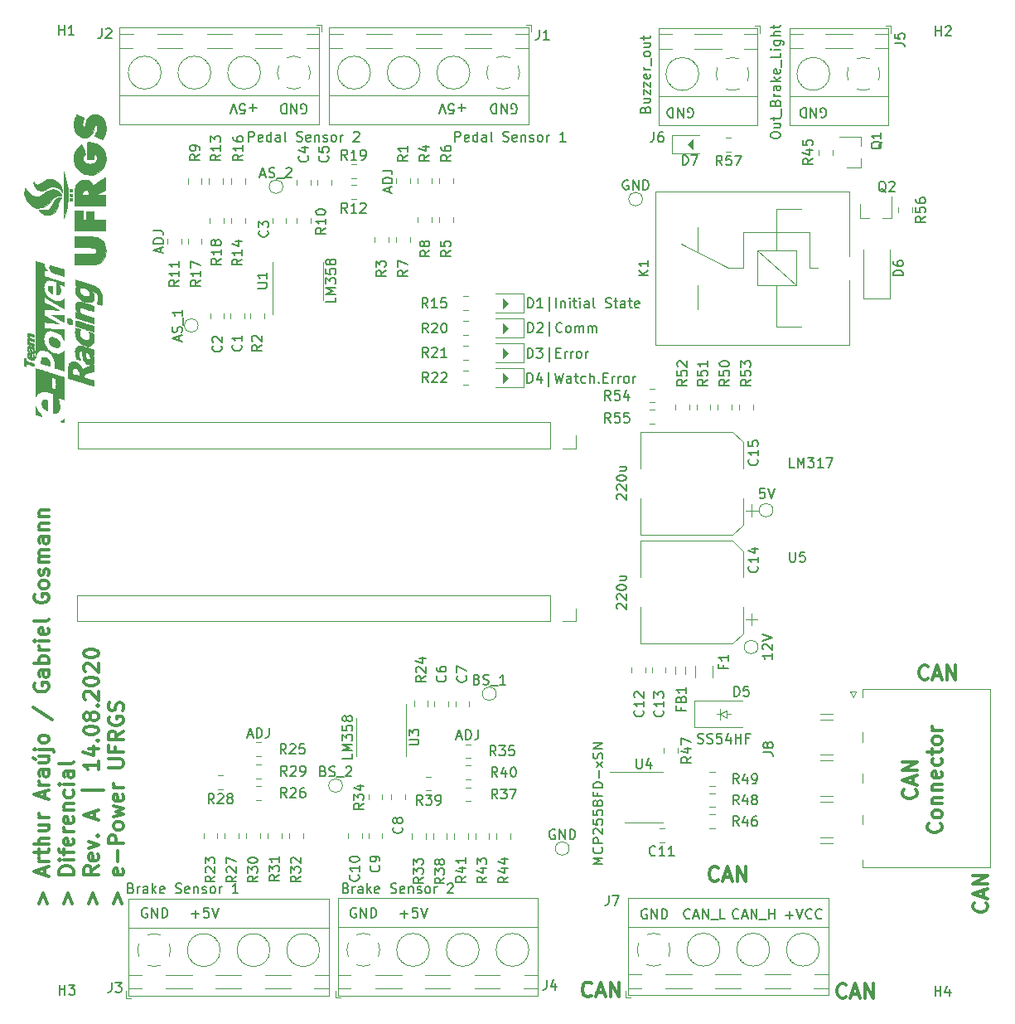
<source format=gbr>
G04 #@! TF.GenerationSoftware,KiCad,Pcbnew,(5.1.5)-3*
G04 #@! TF.CreationDate,2020-09-18T03:17:49-03:00*
G04 #@! TF.ProjectId,Diferencial,44696665-7265-46e6-9369-616c2e6b6963,rev?*
G04 #@! TF.SameCoordinates,Original*
G04 #@! TF.FileFunction,Legend,Top*
G04 #@! TF.FilePolarity,Positive*
%FSLAX46Y46*%
G04 Gerber Fmt 4.6, Leading zero omitted, Abs format (unit mm)*
G04 Created by KiCad (PCBNEW (5.1.5)-3) date 2020-09-18 03:17:49*
%MOMM*%
%LPD*%
G04 APERTURE LIST*
%ADD10C,0.300000*%
%ADD11C,0.200000*%
%ADD12C,0.120000*%
%ADD13C,0.100000*%
%ADD14C,0.010000*%
%ADD15C,0.150000*%
G04 APERTURE END LIST*
D10*
X149911714Y-167794714D02*
X149840285Y-167866142D01*
X149626000Y-167937571D01*
X149483142Y-167937571D01*
X149268857Y-167866142D01*
X149126000Y-167723285D01*
X149054571Y-167580428D01*
X148983142Y-167294714D01*
X148983142Y-167080428D01*
X149054571Y-166794714D01*
X149126000Y-166651857D01*
X149268857Y-166509000D01*
X149483142Y-166437571D01*
X149626000Y-166437571D01*
X149840285Y-166509000D01*
X149911714Y-166580428D01*
X150483142Y-167509000D02*
X151197428Y-167509000D01*
X150340285Y-167937571D02*
X150840285Y-166437571D01*
X151340285Y-167937571D01*
X151840285Y-167937571D02*
X151840285Y-166437571D01*
X152697428Y-167937571D01*
X152697428Y-166437571D01*
X123876714Y-167667714D02*
X123805285Y-167739142D01*
X123591000Y-167810571D01*
X123448142Y-167810571D01*
X123233857Y-167739142D01*
X123091000Y-167596285D01*
X123019571Y-167453428D01*
X122948142Y-167167714D01*
X122948142Y-166953428D01*
X123019571Y-166667714D01*
X123091000Y-166524857D01*
X123233857Y-166382000D01*
X123448142Y-166310571D01*
X123591000Y-166310571D01*
X123805285Y-166382000D01*
X123876714Y-166453428D01*
X124448142Y-167382000D02*
X125162428Y-167382000D01*
X124305285Y-167810571D02*
X124805285Y-166310571D01*
X125305285Y-167810571D01*
X125805285Y-167810571D02*
X125805285Y-166310571D01*
X126662428Y-167810571D01*
X126662428Y-166310571D01*
X158293714Y-135282714D02*
X158222285Y-135354142D01*
X158008000Y-135425571D01*
X157865142Y-135425571D01*
X157650857Y-135354142D01*
X157508000Y-135211285D01*
X157436571Y-135068428D01*
X157365142Y-134782714D01*
X157365142Y-134568428D01*
X157436571Y-134282714D01*
X157508000Y-134139857D01*
X157650857Y-133997000D01*
X157865142Y-133925571D01*
X158008000Y-133925571D01*
X158222285Y-133997000D01*
X158293714Y-134068428D01*
X158865142Y-134997000D02*
X159579428Y-134997000D01*
X158722285Y-135425571D02*
X159222285Y-133925571D01*
X159722285Y-135425571D01*
X160222285Y-135425571D02*
X160222285Y-133925571D01*
X161079428Y-135425571D01*
X161079428Y-133925571D01*
X164238714Y-158190285D02*
X164310142Y-158261714D01*
X164381571Y-158476000D01*
X164381571Y-158618857D01*
X164310142Y-158833142D01*
X164167285Y-158976000D01*
X164024428Y-159047428D01*
X163738714Y-159118857D01*
X163524428Y-159118857D01*
X163238714Y-159047428D01*
X163095857Y-158976000D01*
X162953000Y-158833142D01*
X162881571Y-158618857D01*
X162881571Y-158476000D01*
X162953000Y-158261714D01*
X163024428Y-158190285D01*
X163953000Y-157618857D02*
X163953000Y-156904571D01*
X164381571Y-157761714D02*
X162881571Y-157261714D01*
X164381571Y-156761714D01*
X164381571Y-156261714D02*
X162881571Y-156261714D01*
X164381571Y-155404571D01*
X162881571Y-155404571D01*
D11*
X143732476Y-159456428D02*
X144494380Y-159456428D01*
X144113428Y-159837380D02*
X144113428Y-159075476D01*
X144827714Y-158837380D02*
X145161047Y-159837380D01*
X145494380Y-158837380D01*
X146399142Y-159742142D02*
X146351523Y-159789761D01*
X146208666Y-159837380D01*
X146113428Y-159837380D01*
X145970571Y-159789761D01*
X145875333Y-159694523D01*
X145827714Y-159599285D01*
X145780095Y-159408809D01*
X145780095Y-159265952D01*
X145827714Y-159075476D01*
X145875333Y-158980238D01*
X145970571Y-158885000D01*
X146113428Y-158837380D01*
X146208666Y-158837380D01*
X146351523Y-158885000D01*
X146399142Y-158932619D01*
X147399142Y-159742142D02*
X147351523Y-159789761D01*
X147208666Y-159837380D01*
X147113428Y-159837380D01*
X146970571Y-159789761D01*
X146875333Y-159694523D01*
X146827714Y-159599285D01*
X146780095Y-159408809D01*
X146780095Y-159265952D01*
X146827714Y-159075476D01*
X146875333Y-158980238D01*
X146970571Y-158885000D01*
X147113428Y-158837380D01*
X147208666Y-158837380D01*
X147351523Y-158885000D01*
X147399142Y-158932619D01*
X138914380Y-159742142D02*
X138866761Y-159789761D01*
X138723904Y-159837380D01*
X138628666Y-159837380D01*
X138485809Y-159789761D01*
X138390571Y-159694523D01*
X138342952Y-159599285D01*
X138295333Y-159408809D01*
X138295333Y-159265952D01*
X138342952Y-159075476D01*
X138390571Y-158980238D01*
X138485809Y-158885000D01*
X138628666Y-158837380D01*
X138723904Y-158837380D01*
X138866761Y-158885000D01*
X138914380Y-158932619D01*
X139295333Y-159551666D02*
X139771523Y-159551666D01*
X139200095Y-159837380D02*
X139533428Y-158837380D01*
X139866761Y-159837380D01*
X140200095Y-159837380D02*
X140200095Y-158837380D01*
X140771523Y-159837380D01*
X140771523Y-158837380D01*
X141009619Y-159932619D02*
X141771523Y-159932619D01*
X142009619Y-159837380D02*
X142009619Y-158837380D01*
X142009619Y-159313571D02*
X142581047Y-159313571D01*
X142581047Y-159837380D02*
X142581047Y-158837380D01*
X133953428Y-159742142D02*
X133905809Y-159789761D01*
X133762952Y-159837380D01*
X133667714Y-159837380D01*
X133524857Y-159789761D01*
X133429619Y-159694523D01*
X133382000Y-159599285D01*
X133334380Y-159408809D01*
X133334380Y-159265952D01*
X133382000Y-159075476D01*
X133429619Y-158980238D01*
X133524857Y-158885000D01*
X133667714Y-158837380D01*
X133762952Y-158837380D01*
X133905809Y-158885000D01*
X133953428Y-158932619D01*
X134334380Y-159551666D02*
X134810571Y-159551666D01*
X134239142Y-159837380D02*
X134572476Y-158837380D01*
X134905809Y-159837380D01*
X135239142Y-159837380D02*
X135239142Y-158837380D01*
X135810571Y-159837380D01*
X135810571Y-158837380D01*
X136048666Y-159932619D02*
X136810571Y-159932619D01*
X137524857Y-159837380D02*
X137048666Y-159837380D01*
X137048666Y-158837380D01*
X89677714Y-77017571D02*
X88915809Y-77017571D01*
X89296761Y-76636619D02*
X89296761Y-77398523D01*
X87963428Y-77636619D02*
X88439619Y-77636619D01*
X88487238Y-77160428D01*
X88439619Y-77208047D01*
X88344380Y-77255666D01*
X88106285Y-77255666D01*
X88011047Y-77208047D01*
X87963428Y-77160428D01*
X87915809Y-77065190D01*
X87915809Y-76827095D01*
X87963428Y-76731857D01*
X88011047Y-76684238D01*
X88106285Y-76636619D01*
X88344380Y-76636619D01*
X88439619Y-76684238D01*
X88487238Y-76731857D01*
X87630095Y-77636619D02*
X87296761Y-76636619D01*
X86963428Y-77636619D01*
X111013714Y-77017571D02*
X110251809Y-77017571D01*
X110632761Y-76636619D02*
X110632761Y-77398523D01*
X109299428Y-77636619D02*
X109775619Y-77636619D01*
X109823238Y-77160428D01*
X109775619Y-77208047D01*
X109680380Y-77255666D01*
X109442285Y-77255666D01*
X109347047Y-77208047D01*
X109299428Y-77160428D01*
X109251809Y-77065190D01*
X109251809Y-76827095D01*
X109299428Y-76731857D01*
X109347047Y-76684238D01*
X109442285Y-76636619D01*
X109680380Y-76636619D01*
X109775619Y-76684238D01*
X109823238Y-76731857D01*
X108966095Y-77636619D02*
X108632761Y-76636619D01*
X108299428Y-77636619D01*
X104378285Y-159329428D02*
X105140190Y-159329428D01*
X104759238Y-159710380D02*
X104759238Y-158948476D01*
X106092571Y-158710380D02*
X105616380Y-158710380D01*
X105568761Y-159186571D01*
X105616380Y-159138952D01*
X105711619Y-159091333D01*
X105949714Y-159091333D01*
X106044952Y-159138952D01*
X106092571Y-159186571D01*
X106140190Y-159281809D01*
X106140190Y-159519904D01*
X106092571Y-159615142D01*
X106044952Y-159662761D01*
X105949714Y-159710380D01*
X105711619Y-159710380D01*
X105616380Y-159662761D01*
X105568761Y-159615142D01*
X106425904Y-158710380D02*
X106759238Y-159710380D01*
X107092571Y-158710380D01*
X83042285Y-159329428D02*
X83804190Y-159329428D01*
X83423238Y-159710380D02*
X83423238Y-158948476D01*
X84756571Y-158710380D02*
X84280380Y-158710380D01*
X84232761Y-159186571D01*
X84280380Y-159138952D01*
X84375619Y-159091333D01*
X84613714Y-159091333D01*
X84708952Y-159138952D01*
X84756571Y-159186571D01*
X84804190Y-159281809D01*
X84804190Y-159519904D01*
X84756571Y-159615142D01*
X84708952Y-159662761D01*
X84613714Y-159710380D01*
X84375619Y-159710380D01*
X84280380Y-159662761D01*
X84232761Y-159615142D01*
X85089904Y-158710380D02*
X85423238Y-159710380D01*
X85756571Y-158710380D01*
X94233904Y-77589000D02*
X94329142Y-77636619D01*
X94472000Y-77636619D01*
X94614857Y-77589000D01*
X94710095Y-77493761D01*
X94757714Y-77398523D01*
X94805333Y-77208047D01*
X94805333Y-77065190D01*
X94757714Y-76874714D01*
X94710095Y-76779476D01*
X94614857Y-76684238D01*
X94472000Y-76636619D01*
X94376761Y-76636619D01*
X94233904Y-76684238D01*
X94186285Y-76731857D01*
X94186285Y-77065190D01*
X94376761Y-77065190D01*
X93757714Y-76636619D02*
X93757714Y-77636619D01*
X93186285Y-76636619D01*
X93186285Y-77636619D01*
X92710095Y-76636619D02*
X92710095Y-77636619D01*
X92472000Y-77636619D01*
X92329142Y-77589000D01*
X92233904Y-77493761D01*
X92186285Y-77398523D01*
X92138666Y-77208047D01*
X92138666Y-77065190D01*
X92186285Y-76874714D01*
X92233904Y-76779476D01*
X92329142Y-76684238D01*
X92472000Y-76636619D01*
X92710095Y-76636619D01*
X115696904Y-77589000D02*
X115792142Y-77636619D01*
X115935000Y-77636619D01*
X116077857Y-77589000D01*
X116173095Y-77493761D01*
X116220714Y-77398523D01*
X116268333Y-77208047D01*
X116268333Y-77065190D01*
X116220714Y-76874714D01*
X116173095Y-76779476D01*
X116077857Y-76684238D01*
X115935000Y-76636619D01*
X115839761Y-76636619D01*
X115696904Y-76684238D01*
X115649285Y-76731857D01*
X115649285Y-77065190D01*
X115839761Y-77065190D01*
X115220714Y-76636619D02*
X115220714Y-77636619D01*
X114649285Y-76636619D01*
X114649285Y-77636619D01*
X114173095Y-76636619D02*
X114173095Y-77636619D01*
X113935000Y-77636619D01*
X113792142Y-77589000D01*
X113696904Y-77493761D01*
X113649285Y-77398523D01*
X113601666Y-77208047D01*
X113601666Y-77065190D01*
X113649285Y-76874714D01*
X113696904Y-76779476D01*
X113792142Y-76684238D01*
X113935000Y-76636619D01*
X114173095Y-76636619D01*
X147319904Y-77970000D02*
X147415142Y-78017619D01*
X147558000Y-78017619D01*
X147700857Y-77970000D01*
X147796095Y-77874761D01*
X147843714Y-77779523D01*
X147891333Y-77589047D01*
X147891333Y-77446190D01*
X147843714Y-77255714D01*
X147796095Y-77160476D01*
X147700857Y-77065238D01*
X147558000Y-77017619D01*
X147462761Y-77017619D01*
X147319904Y-77065238D01*
X147272285Y-77112857D01*
X147272285Y-77446190D01*
X147462761Y-77446190D01*
X146843714Y-77017619D02*
X146843714Y-78017619D01*
X146272285Y-77017619D01*
X146272285Y-78017619D01*
X145796095Y-77017619D02*
X145796095Y-78017619D01*
X145558000Y-78017619D01*
X145415142Y-77970000D01*
X145319904Y-77874761D01*
X145272285Y-77779523D01*
X145224666Y-77589047D01*
X145224666Y-77446190D01*
X145272285Y-77255714D01*
X145319904Y-77160476D01*
X145415142Y-77065238D01*
X145558000Y-77017619D01*
X145796095Y-77017619D01*
X133730904Y-77970000D02*
X133826142Y-78017619D01*
X133969000Y-78017619D01*
X134111857Y-77970000D01*
X134207095Y-77874761D01*
X134254714Y-77779523D01*
X134302333Y-77589047D01*
X134302333Y-77446190D01*
X134254714Y-77255714D01*
X134207095Y-77160476D01*
X134111857Y-77065238D01*
X133969000Y-77017619D01*
X133873761Y-77017619D01*
X133730904Y-77065238D01*
X133683285Y-77112857D01*
X133683285Y-77446190D01*
X133873761Y-77446190D01*
X133254714Y-77017619D02*
X133254714Y-78017619D01*
X132683285Y-77017619D01*
X132683285Y-78017619D01*
X132207095Y-77017619D02*
X132207095Y-78017619D01*
X131969000Y-78017619D01*
X131826142Y-77970000D01*
X131730904Y-77874761D01*
X131683285Y-77779523D01*
X131635666Y-77589047D01*
X131635666Y-77446190D01*
X131683285Y-77255714D01*
X131730904Y-77160476D01*
X131826142Y-77065238D01*
X131969000Y-77017619D01*
X132207095Y-77017619D01*
D10*
X156994714Y-146633285D02*
X157066142Y-146704714D01*
X157137571Y-146919000D01*
X157137571Y-147061857D01*
X157066142Y-147276142D01*
X156923285Y-147419000D01*
X156780428Y-147490428D01*
X156494714Y-147561857D01*
X156280428Y-147561857D01*
X155994714Y-147490428D01*
X155851857Y-147419000D01*
X155709000Y-147276142D01*
X155637571Y-147061857D01*
X155637571Y-146919000D01*
X155709000Y-146704714D01*
X155780428Y-146633285D01*
X156709000Y-146061857D02*
X156709000Y-145347571D01*
X157137571Y-146204714D02*
X155637571Y-145704714D01*
X157137571Y-145204714D01*
X157137571Y-144704714D02*
X155637571Y-144704714D01*
X157137571Y-143847571D01*
X155637571Y-143847571D01*
X159544714Y-150097571D02*
X159616142Y-150169000D01*
X159687571Y-150383285D01*
X159687571Y-150526142D01*
X159616142Y-150740428D01*
X159473285Y-150883285D01*
X159330428Y-150954714D01*
X159044714Y-151026142D01*
X158830428Y-151026142D01*
X158544714Y-150954714D01*
X158401857Y-150883285D01*
X158259000Y-150740428D01*
X158187571Y-150526142D01*
X158187571Y-150383285D01*
X158259000Y-150169000D01*
X158330428Y-150097571D01*
X159687571Y-149240428D02*
X159616142Y-149383285D01*
X159544714Y-149454714D01*
X159401857Y-149526142D01*
X158973285Y-149526142D01*
X158830428Y-149454714D01*
X158759000Y-149383285D01*
X158687571Y-149240428D01*
X158687571Y-149026142D01*
X158759000Y-148883285D01*
X158830428Y-148811857D01*
X158973285Y-148740428D01*
X159401857Y-148740428D01*
X159544714Y-148811857D01*
X159616142Y-148883285D01*
X159687571Y-149026142D01*
X159687571Y-149240428D01*
X158687571Y-148097571D02*
X159687571Y-148097571D01*
X158830428Y-148097571D02*
X158759000Y-148026142D01*
X158687571Y-147883285D01*
X158687571Y-147669000D01*
X158759000Y-147526142D01*
X158901857Y-147454714D01*
X159687571Y-147454714D01*
X158687571Y-146740428D02*
X159687571Y-146740428D01*
X158830428Y-146740428D02*
X158759000Y-146669000D01*
X158687571Y-146526142D01*
X158687571Y-146311857D01*
X158759000Y-146169000D01*
X158901857Y-146097571D01*
X159687571Y-146097571D01*
X159616142Y-144811857D02*
X159687571Y-144954714D01*
X159687571Y-145240428D01*
X159616142Y-145383285D01*
X159473285Y-145454714D01*
X158901857Y-145454714D01*
X158759000Y-145383285D01*
X158687571Y-145240428D01*
X158687571Y-144954714D01*
X158759000Y-144811857D01*
X158901857Y-144740428D01*
X159044714Y-144740428D01*
X159187571Y-145454714D01*
X159616142Y-143454714D02*
X159687571Y-143597571D01*
X159687571Y-143883285D01*
X159616142Y-144026142D01*
X159544714Y-144097571D01*
X159401857Y-144169000D01*
X158973285Y-144169000D01*
X158830428Y-144097571D01*
X158759000Y-144026142D01*
X158687571Y-143883285D01*
X158687571Y-143597571D01*
X158759000Y-143454714D01*
X158687571Y-143026142D02*
X158687571Y-142454714D01*
X158187571Y-142811857D02*
X159473285Y-142811857D01*
X159616142Y-142740428D01*
X159687571Y-142597571D01*
X159687571Y-142454714D01*
X159687571Y-141740428D02*
X159616142Y-141883285D01*
X159544714Y-141954714D01*
X159401857Y-142026142D01*
X158973285Y-142026142D01*
X158830428Y-141954714D01*
X158759000Y-141883285D01*
X158687571Y-141740428D01*
X158687571Y-141526142D01*
X158759000Y-141383285D01*
X158830428Y-141311857D01*
X158973285Y-141240428D01*
X159401857Y-141240428D01*
X159544714Y-141311857D01*
X159616142Y-141383285D01*
X159687571Y-141526142D01*
X159687571Y-141740428D01*
X159687571Y-140597571D02*
X158687571Y-140597571D01*
X158973285Y-140597571D02*
X158830428Y-140526142D01*
X158759000Y-140454714D01*
X158687571Y-140311857D01*
X158687571Y-140169000D01*
D11*
X129540095Y-158885000D02*
X129444857Y-158837380D01*
X129302000Y-158837380D01*
X129159142Y-158885000D01*
X129063904Y-158980238D01*
X129016285Y-159075476D01*
X128968666Y-159265952D01*
X128968666Y-159408809D01*
X129016285Y-159599285D01*
X129063904Y-159694523D01*
X129159142Y-159789761D01*
X129302000Y-159837380D01*
X129397238Y-159837380D01*
X129540095Y-159789761D01*
X129587714Y-159742142D01*
X129587714Y-159408809D01*
X129397238Y-159408809D01*
X130016285Y-159837380D02*
X130016285Y-158837380D01*
X130587714Y-159837380D01*
X130587714Y-158837380D01*
X131063904Y-159837380D02*
X131063904Y-158837380D01*
X131302000Y-158837380D01*
X131444857Y-158885000D01*
X131540095Y-158980238D01*
X131587714Y-159075476D01*
X131635333Y-159265952D01*
X131635333Y-159408809D01*
X131587714Y-159599285D01*
X131540095Y-159694523D01*
X131444857Y-159789761D01*
X131302000Y-159837380D01*
X131063904Y-159837380D01*
X99822095Y-158758000D02*
X99726857Y-158710380D01*
X99584000Y-158710380D01*
X99441142Y-158758000D01*
X99345904Y-158853238D01*
X99298285Y-158948476D01*
X99250666Y-159138952D01*
X99250666Y-159281809D01*
X99298285Y-159472285D01*
X99345904Y-159567523D01*
X99441142Y-159662761D01*
X99584000Y-159710380D01*
X99679238Y-159710380D01*
X99822095Y-159662761D01*
X99869714Y-159615142D01*
X99869714Y-159281809D01*
X99679238Y-159281809D01*
X100298285Y-159710380D02*
X100298285Y-158710380D01*
X100869714Y-159710380D01*
X100869714Y-158710380D01*
X101345904Y-159710380D02*
X101345904Y-158710380D01*
X101584000Y-158710380D01*
X101726857Y-158758000D01*
X101822095Y-158853238D01*
X101869714Y-158948476D01*
X101917333Y-159138952D01*
X101917333Y-159281809D01*
X101869714Y-159472285D01*
X101822095Y-159567523D01*
X101726857Y-159662761D01*
X101584000Y-159710380D01*
X101345904Y-159710380D01*
X78486095Y-158758000D02*
X78390857Y-158710380D01*
X78248000Y-158710380D01*
X78105142Y-158758000D01*
X78009904Y-158853238D01*
X77962285Y-158948476D01*
X77914666Y-159138952D01*
X77914666Y-159281809D01*
X77962285Y-159472285D01*
X78009904Y-159567523D01*
X78105142Y-159662761D01*
X78248000Y-159710380D01*
X78343238Y-159710380D01*
X78486095Y-159662761D01*
X78533714Y-159615142D01*
X78533714Y-159281809D01*
X78343238Y-159281809D01*
X78962285Y-159710380D02*
X78962285Y-158710380D01*
X79533714Y-159710380D01*
X79533714Y-158710380D01*
X80009904Y-159710380D02*
X80009904Y-158710380D01*
X80248000Y-158710380D01*
X80390857Y-158758000D01*
X80486095Y-158853238D01*
X80533714Y-158948476D01*
X80581333Y-159138952D01*
X80581333Y-159281809D01*
X80533714Y-159472285D01*
X80486095Y-159567523D01*
X80390857Y-159662761D01*
X80248000Y-159710380D01*
X80009904Y-159710380D01*
D10*
X136830714Y-155856714D02*
X136759285Y-155928142D01*
X136545000Y-155999571D01*
X136402142Y-155999571D01*
X136187857Y-155928142D01*
X136045000Y-155785285D01*
X135973571Y-155642428D01*
X135902142Y-155356714D01*
X135902142Y-155142428D01*
X135973571Y-154856714D01*
X136045000Y-154713857D01*
X136187857Y-154571000D01*
X136402142Y-154499571D01*
X136545000Y-154499571D01*
X136759285Y-154571000D01*
X136830714Y-154642428D01*
X137402142Y-155571000D02*
X138116428Y-155571000D01*
X137259285Y-155999571D02*
X137759285Y-154499571D01*
X138259285Y-155999571D01*
X138759285Y-155999571D02*
X138759285Y-154499571D01*
X139616428Y-155999571D01*
X139616428Y-154499571D01*
X75038211Y-158306457D02*
X75466782Y-157163600D01*
X75895354Y-158306457D01*
X75966782Y-154735028D02*
X76038211Y-154877885D01*
X76038211Y-155163600D01*
X75966782Y-155306457D01*
X75823925Y-155377885D01*
X75252497Y-155377885D01*
X75109640Y-155306457D01*
X75038211Y-155163600D01*
X75038211Y-154877885D01*
X75109640Y-154735028D01*
X75252497Y-154663600D01*
X75395354Y-154663600D01*
X75538211Y-155377885D01*
X75466782Y-154020742D02*
X75466782Y-152877885D01*
X76038211Y-152163600D02*
X74538211Y-152163600D01*
X74538211Y-151592171D01*
X74609640Y-151449314D01*
X74681068Y-151377885D01*
X74823925Y-151306457D01*
X75038211Y-151306457D01*
X75181068Y-151377885D01*
X75252497Y-151449314D01*
X75323925Y-151592171D01*
X75323925Y-152163600D01*
X76038211Y-150449314D02*
X75966782Y-150592171D01*
X75895354Y-150663600D01*
X75752497Y-150735028D01*
X75323925Y-150735028D01*
X75181068Y-150663600D01*
X75109640Y-150592171D01*
X75038211Y-150449314D01*
X75038211Y-150235028D01*
X75109640Y-150092171D01*
X75181068Y-150020742D01*
X75323925Y-149949314D01*
X75752497Y-149949314D01*
X75895354Y-150020742D01*
X75966782Y-150092171D01*
X76038211Y-150235028D01*
X76038211Y-150449314D01*
X75038211Y-149449314D02*
X76038211Y-149163600D01*
X75323925Y-148877885D01*
X76038211Y-148592171D01*
X75038211Y-148306457D01*
X75966782Y-147163600D02*
X76038211Y-147306457D01*
X76038211Y-147592171D01*
X75966782Y-147735028D01*
X75823925Y-147806457D01*
X75252497Y-147806457D01*
X75109640Y-147735028D01*
X75038211Y-147592171D01*
X75038211Y-147306457D01*
X75109640Y-147163600D01*
X75252497Y-147092171D01*
X75395354Y-147092171D01*
X75538211Y-147806457D01*
X76038211Y-146449314D02*
X75038211Y-146449314D01*
X75323925Y-146449314D02*
X75181068Y-146377885D01*
X75109640Y-146306457D01*
X75038211Y-146163600D01*
X75038211Y-146020742D01*
X74538211Y-144377885D02*
X75752497Y-144377885D01*
X75895354Y-144306457D01*
X75966782Y-144235028D01*
X76038211Y-144092171D01*
X76038211Y-143806457D01*
X75966782Y-143663600D01*
X75895354Y-143592171D01*
X75752497Y-143520742D01*
X74538211Y-143520742D01*
X75252497Y-142306457D02*
X75252497Y-142806457D01*
X76038211Y-142806457D02*
X74538211Y-142806457D01*
X74538211Y-142092171D01*
X76038211Y-140663600D02*
X75323925Y-141163600D01*
X76038211Y-141520742D02*
X74538211Y-141520742D01*
X74538211Y-140949314D01*
X74609640Y-140806457D01*
X74681068Y-140735028D01*
X74823925Y-140663600D01*
X75038211Y-140663600D01*
X75181068Y-140735028D01*
X75252497Y-140806457D01*
X75323925Y-140949314D01*
X75323925Y-141520742D01*
X74609640Y-139235028D02*
X74538211Y-139377885D01*
X74538211Y-139592171D01*
X74609640Y-139806457D01*
X74752497Y-139949314D01*
X74895354Y-140020742D01*
X75181068Y-140092171D01*
X75395354Y-140092171D01*
X75681068Y-140020742D01*
X75823925Y-139949314D01*
X75966782Y-139806457D01*
X76038211Y-139592171D01*
X76038211Y-139449314D01*
X75966782Y-139235028D01*
X75895354Y-139163600D01*
X75395354Y-139163600D01*
X75395354Y-139449314D01*
X75966782Y-138592171D02*
X76038211Y-138377885D01*
X76038211Y-138020742D01*
X75966782Y-137877885D01*
X75895354Y-137806457D01*
X75752497Y-137735028D01*
X75609640Y-137735028D01*
X75466782Y-137806457D01*
X75395354Y-137877885D01*
X75323925Y-138020742D01*
X75252497Y-138306457D01*
X75181068Y-138449314D01*
X75109640Y-138520742D01*
X74966782Y-138592171D01*
X74823925Y-138592171D01*
X74681068Y-138520742D01*
X74609640Y-138449314D01*
X74538211Y-138306457D01*
X74538211Y-137949314D01*
X74609640Y-137735028D01*
X72498211Y-158306457D02*
X72926782Y-157163600D01*
X73355354Y-158306457D01*
X73498211Y-154449314D02*
X72783925Y-154949314D01*
X73498211Y-155306457D02*
X71998211Y-155306457D01*
X71998211Y-154735028D01*
X72069640Y-154592171D01*
X72141068Y-154520742D01*
X72283925Y-154449314D01*
X72498211Y-154449314D01*
X72641068Y-154520742D01*
X72712497Y-154592171D01*
X72783925Y-154735028D01*
X72783925Y-155306457D01*
X73426782Y-153235028D02*
X73498211Y-153377885D01*
X73498211Y-153663600D01*
X73426782Y-153806457D01*
X73283925Y-153877885D01*
X72712497Y-153877885D01*
X72569640Y-153806457D01*
X72498211Y-153663600D01*
X72498211Y-153377885D01*
X72569640Y-153235028D01*
X72712497Y-153163600D01*
X72855354Y-153163600D01*
X72998211Y-153877885D01*
X72498211Y-152663600D02*
X73498211Y-152306457D01*
X72498211Y-151949314D01*
X73355354Y-151377885D02*
X73426782Y-151306457D01*
X73498211Y-151377885D01*
X73426782Y-151449314D01*
X73355354Y-151377885D01*
X73498211Y-151377885D01*
X73069640Y-149592171D02*
X73069640Y-148877885D01*
X73498211Y-149735028D02*
X71998211Y-149235028D01*
X73498211Y-148735028D01*
X73998211Y-146735028D02*
X71855354Y-146735028D01*
X73498211Y-143735028D02*
X73498211Y-144592171D01*
X73498211Y-144163600D02*
X71998211Y-144163600D01*
X72212497Y-144306457D01*
X72355354Y-144449314D01*
X72426782Y-144592171D01*
X72498211Y-142449314D02*
X73498211Y-142449314D01*
X71926782Y-142806457D02*
X72998211Y-143163600D01*
X72998211Y-142235028D01*
X73355354Y-141663600D02*
X73426782Y-141592171D01*
X73498211Y-141663600D01*
X73426782Y-141735028D01*
X73355354Y-141663600D01*
X73498211Y-141663600D01*
X71998211Y-140663600D02*
X71998211Y-140520742D01*
X72069640Y-140377885D01*
X72141068Y-140306457D01*
X72283925Y-140235028D01*
X72569640Y-140163600D01*
X72926782Y-140163600D01*
X73212497Y-140235028D01*
X73355354Y-140306457D01*
X73426782Y-140377885D01*
X73498211Y-140520742D01*
X73498211Y-140663600D01*
X73426782Y-140806457D01*
X73355354Y-140877885D01*
X73212497Y-140949314D01*
X72926782Y-141020742D01*
X72569640Y-141020742D01*
X72283925Y-140949314D01*
X72141068Y-140877885D01*
X72069640Y-140806457D01*
X71998211Y-140663600D01*
X72641068Y-139306457D02*
X72569640Y-139449314D01*
X72498211Y-139520742D01*
X72355354Y-139592171D01*
X72283925Y-139592171D01*
X72141068Y-139520742D01*
X72069640Y-139449314D01*
X71998211Y-139306457D01*
X71998211Y-139020742D01*
X72069640Y-138877885D01*
X72141068Y-138806457D01*
X72283925Y-138735028D01*
X72355354Y-138735028D01*
X72498211Y-138806457D01*
X72569640Y-138877885D01*
X72641068Y-139020742D01*
X72641068Y-139306457D01*
X72712497Y-139449314D01*
X72783925Y-139520742D01*
X72926782Y-139592171D01*
X73212497Y-139592171D01*
X73355354Y-139520742D01*
X73426782Y-139449314D01*
X73498211Y-139306457D01*
X73498211Y-139020742D01*
X73426782Y-138877885D01*
X73355354Y-138806457D01*
X73212497Y-138735028D01*
X72926782Y-138735028D01*
X72783925Y-138806457D01*
X72712497Y-138877885D01*
X72641068Y-139020742D01*
X73355354Y-138092171D02*
X73426782Y-138020742D01*
X73498211Y-138092171D01*
X73426782Y-138163600D01*
X73355354Y-138092171D01*
X73498211Y-138092171D01*
X72141068Y-137449314D02*
X72069640Y-137377885D01*
X71998211Y-137235028D01*
X71998211Y-136877885D01*
X72069640Y-136735028D01*
X72141068Y-136663600D01*
X72283925Y-136592171D01*
X72426782Y-136592171D01*
X72641068Y-136663600D01*
X73498211Y-137520742D01*
X73498211Y-136592171D01*
X71998211Y-135663600D02*
X71998211Y-135520742D01*
X72069640Y-135377885D01*
X72141068Y-135306457D01*
X72283925Y-135235028D01*
X72569640Y-135163600D01*
X72926782Y-135163600D01*
X73212497Y-135235028D01*
X73355354Y-135306457D01*
X73426782Y-135377885D01*
X73498211Y-135520742D01*
X73498211Y-135663600D01*
X73426782Y-135806457D01*
X73355354Y-135877885D01*
X73212497Y-135949314D01*
X72926782Y-136020742D01*
X72569640Y-136020742D01*
X72283925Y-135949314D01*
X72141068Y-135877885D01*
X72069640Y-135806457D01*
X71998211Y-135663600D01*
X72141068Y-134592171D02*
X72069640Y-134520742D01*
X71998211Y-134377885D01*
X71998211Y-134020742D01*
X72069640Y-133877885D01*
X72141068Y-133806457D01*
X72283925Y-133735028D01*
X72426782Y-133735028D01*
X72641068Y-133806457D01*
X73498211Y-134663600D01*
X73498211Y-133735028D01*
X71998211Y-132806457D02*
X71998211Y-132663600D01*
X72069640Y-132520742D01*
X72141068Y-132449314D01*
X72283925Y-132377885D01*
X72569640Y-132306457D01*
X72926782Y-132306457D01*
X73212497Y-132377885D01*
X73355354Y-132449314D01*
X73426782Y-132520742D01*
X73498211Y-132663600D01*
X73498211Y-132806457D01*
X73426782Y-132949314D01*
X73355354Y-133020742D01*
X73212497Y-133092171D01*
X72926782Y-133163600D01*
X72569640Y-133163600D01*
X72283925Y-133092171D01*
X72141068Y-133020742D01*
X72069640Y-132949314D01*
X71998211Y-132806457D01*
X67418211Y-158306457D02*
X67846782Y-157163600D01*
X68275354Y-158306457D01*
X67989640Y-155377885D02*
X67989640Y-154663600D01*
X68418211Y-155520742D02*
X66918211Y-155020742D01*
X68418211Y-154520742D01*
X68418211Y-154020742D02*
X67418211Y-154020742D01*
X67703925Y-154020742D02*
X67561068Y-153949314D01*
X67489640Y-153877885D01*
X67418211Y-153735028D01*
X67418211Y-153592171D01*
X67418211Y-153306457D02*
X67418211Y-152735028D01*
X66918211Y-153092171D02*
X68203925Y-153092171D01*
X68346782Y-153020742D01*
X68418211Y-152877885D01*
X68418211Y-152735028D01*
X68418211Y-152235028D02*
X66918211Y-152235028D01*
X68418211Y-151592171D02*
X67632497Y-151592171D01*
X67489640Y-151663600D01*
X67418211Y-151806457D01*
X67418211Y-152020742D01*
X67489640Y-152163600D01*
X67561068Y-152235028D01*
X67418211Y-150235028D02*
X68418211Y-150235028D01*
X67418211Y-150877885D02*
X68203925Y-150877885D01*
X68346782Y-150806457D01*
X68418211Y-150663600D01*
X68418211Y-150449314D01*
X68346782Y-150306457D01*
X68275354Y-150235028D01*
X68418211Y-149520742D02*
X67418211Y-149520742D01*
X67703925Y-149520742D02*
X67561068Y-149449314D01*
X67489640Y-149377885D01*
X67418211Y-149235028D01*
X67418211Y-149092171D01*
X67989640Y-147520742D02*
X67989640Y-146806457D01*
X68418211Y-147663600D02*
X66918211Y-147163600D01*
X68418211Y-146663600D01*
X68418211Y-146163600D02*
X67418211Y-146163600D01*
X67703925Y-146163600D02*
X67561068Y-146092171D01*
X67489640Y-146020742D01*
X67418211Y-145877885D01*
X67418211Y-145735028D01*
X68418211Y-144592171D02*
X67632497Y-144592171D01*
X67489640Y-144663600D01*
X67418211Y-144806457D01*
X67418211Y-145092171D01*
X67489640Y-145235028D01*
X68346782Y-144592171D02*
X68418211Y-144735028D01*
X68418211Y-145092171D01*
X68346782Y-145235028D01*
X68203925Y-145306457D01*
X68061068Y-145306457D01*
X67918211Y-145235028D01*
X67846782Y-145092171D01*
X67846782Y-144735028D01*
X67775354Y-144592171D01*
X67418211Y-143235028D02*
X68418211Y-143235028D01*
X67418211Y-143877885D02*
X68203925Y-143877885D01*
X68346782Y-143806457D01*
X68418211Y-143663600D01*
X68418211Y-143449314D01*
X68346782Y-143306457D01*
X68275354Y-143235028D01*
X66846782Y-143377885D02*
X67061068Y-143592171D01*
X67418211Y-142520742D02*
X68703925Y-142520742D01*
X68846782Y-142592171D01*
X68918211Y-142735028D01*
X68918211Y-142806457D01*
X66918211Y-142520742D02*
X66989640Y-142592171D01*
X67061068Y-142520742D01*
X66989640Y-142449314D01*
X66918211Y-142520742D01*
X67061068Y-142520742D01*
X68418211Y-141592171D02*
X68346782Y-141735028D01*
X68275354Y-141806457D01*
X68132497Y-141877885D01*
X67703925Y-141877885D01*
X67561068Y-141806457D01*
X67489640Y-141735028D01*
X67418211Y-141592171D01*
X67418211Y-141377885D01*
X67489640Y-141235028D01*
X67561068Y-141163600D01*
X67703925Y-141092171D01*
X68132497Y-141092171D01*
X68275354Y-141163600D01*
X68346782Y-141235028D01*
X68418211Y-141377885D01*
X68418211Y-141592171D01*
X66846782Y-138235028D02*
X68775354Y-139520742D01*
X66989640Y-135806457D02*
X66918211Y-135949314D01*
X66918211Y-136163600D01*
X66989640Y-136377885D01*
X67132497Y-136520742D01*
X67275354Y-136592171D01*
X67561068Y-136663600D01*
X67775354Y-136663600D01*
X68061068Y-136592171D01*
X68203925Y-136520742D01*
X68346782Y-136377885D01*
X68418211Y-136163600D01*
X68418211Y-136020742D01*
X68346782Y-135806457D01*
X68275354Y-135735028D01*
X67775354Y-135735028D01*
X67775354Y-136020742D01*
X68418211Y-134449314D02*
X67632497Y-134449314D01*
X67489640Y-134520742D01*
X67418211Y-134663600D01*
X67418211Y-134949314D01*
X67489640Y-135092171D01*
X68346782Y-134449314D02*
X68418211Y-134592171D01*
X68418211Y-134949314D01*
X68346782Y-135092171D01*
X68203925Y-135163600D01*
X68061068Y-135163600D01*
X67918211Y-135092171D01*
X67846782Y-134949314D01*
X67846782Y-134592171D01*
X67775354Y-134449314D01*
X68418211Y-133735028D02*
X66918211Y-133735028D01*
X67489640Y-133735028D02*
X67418211Y-133592171D01*
X67418211Y-133306457D01*
X67489640Y-133163600D01*
X67561068Y-133092171D01*
X67703925Y-133020742D01*
X68132497Y-133020742D01*
X68275354Y-133092171D01*
X68346782Y-133163600D01*
X68418211Y-133306457D01*
X68418211Y-133592171D01*
X68346782Y-133735028D01*
X68418211Y-132377885D02*
X67418211Y-132377885D01*
X67703925Y-132377885D02*
X67561068Y-132306457D01*
X67489640Y-132235028D01*
X67418211Y-132092171D01*
X67418211Y-131949314D01*
X68418211Y-131449314D02*
X67418211Y-131449314D01*
X66918211Y-131449314D02*
X66989640Y-131520742D01*
X67061068Y-131449314D01*
X66989640Y-131377885D01*
X66918211Y-131449314D01*
X67061068Y-131449314D01*
X68346782Y-130163600D02*
X68418211Y-130306457D01*
X68418211Y-130592171D01*
X68346782Y-130735028D01*
X68203925Y-130806457D01*
X67632497Y-130806457D01*
X67489640Y-130735028D01*
X67418211Y-130592171D01*
X67418211Y-130306457D01*
X67489640Y-130163600D01*
X67632497Y-130092171D01*
X67775354Y-130092171D01*
X67918211Y-130806457D01*
X68418211Y-129235028D02*
X68346782Y-129377885D01*
X68203925Y-129449314D01*
X66918211Y-129449314D01*
X66989640Y-126735028D02*
X66918211Y-126877885D01*
X66918211Y-127092171D01*
X66989640Y-127306457D01*
X67132497Y-127449314D01*
X67275354Y-127520742D01*
X67561068Y-127592171D01*
X67775354Y-127592171D01*
X68061068Y-127520742D01*
X68203925Y-127449314D01*
X68346782Y-127306457D01*
X68418211Y-127092171D01*
X68418211Y-126949314D01*
X68346782Y-126735028D01*
X68275354Y-126663600D01*
X67775354Y-126663600D01*
X67775354Y-126949314D01*
X68418211Y-125806457D02*
X68346782Y-125949314D01*
X68275354Y-126020742D01*
X68132497Y-126092171D01*
X67703925Y-126092171D01*
X67561068Y-126020742D01*
X67489640Y-125949314D01*
X67418211Y-125806457D01*
X67418211Y-125592171D01*
X67489640Y-125449314D01*
X67561068Y-125377885D01*
X67703925Y-125306457D01*
X68132497Y-125306457D01*
X68275354Y-125377885D01*
X68346782Y-125449314D01*
X68418211Y-125592171D01*
X68418211Y-125806457D01*
X68346782Y-124735028D02*
X68418211Y-124592171D01*
X68418211Y-124306457D01*
X68346782Y-124163600D01*
X68203925Y-124092171D01*
X68132497Y-124092171D01*
X67989640Y-124163600D01*
X67918211Y-124306457D01*
X67918211Y-124520742D01*
X67846782Y-124663600D01*
X67703925Y-124735028D01*
X67632497Y-124735028D01*
X67489640Y-124663600D01*
X67418211Y-124520742D01*
X67418211Y-124306457D01*
X67489640Y-124163600D01*
X68418211Y-123449314D02*
X67418211Y-123449314D01*
X67561068Y-123449314D02*
X67489640Y-123377885D01*
X67418211Y-123235028D01*
X67418211Y-123020742D01*
X67489640Y-122877885D01*
X67632497Y-122806457D01*
X68418211Y-122806457D01*
X67632497Y-122806457D02*
X67489640Y-122735028D01*
X67418211Y-122592171D01*
X67418211Y-122377885D01*
X67489640Y-122235028D01*
X67632497Y-122163600D01*
X68418211Y-122163600D01*
X68418211Y-120806457D02*
X67632497Y-120806457D01*
X67489640Y-120877885D01*
X67418211Y-121020742D01*
X67418211Y-121306457D01*
X67489640Y-121449314D01*
X68346782Y-120806457D02*
X68418211Y-120949314D01*
X68418211Y-121306457D01*
X68346782Y-121449314D01*
X68203925Y-121520742D01*
X68061068Y-121520742D01*
X67918211Y-121449314D01*
X67846782Y-121306457D01*
X67846782Y-120949314D01*
X67775354Y-120806457D01*
X67418211Y-120092171D02*
X68418211Y-120092171D01*
X67561068Y-120092171D02*
X67489640Y-120020742D01*
X67418211Y-119877885D01*
X67418211Y-119663600D01*
X67489640Y-119520742D01*
X67632497Y-119449314D01*
X68418211Y-119449314D01*
X67418211Y-118735028D02*
X68418211Y-118735028D01*
X67561068Y-118735028D02*
X67489640Y-118663600D01*
X67418211Y-118520742D01*
X67418211Y-118306457D01*
X67489640Y-118163600D01*
X67632497Y-118092171D01*
X68418211Y-118092171D01*
X69958211Y-158306457D02*
X70386782Y-157163600D01*
X70815354Y-158306457D01*
X70958211Y-155306457D02*
X69458211Y-155306457D01*
X69458211Y-154949314D01*
X69529640Y-154735028D01*
X69672497Y-154592171D01*
X69815354Y-154520742D01*
X70101068Y-154449314D01*
X70315354Y-154449314D01*
X70601068Y-154520742D01*
X70743925Y-154592171D01*
X70886782Y-154735028D01*
X70958211Y-154949314D01*
X70958211Y-155306457D01*
X70958211Y-153806457D02*
X69958211Y-153806457D01*
X69458211Y-153806457D02*
X69529640Y-153877885D01*
X69601068Y-153806457D01*
X69529640Y-153735028D01*
X69458211Y-153806457D01*
X69601068Y-153806457D01*
X69958211Y-153306457D02*
X69958211Y-152735028D01*
X70958211Y-153092171D02*
X69672497Y-153092171D01*
X69529640Y-153020742D01*
X69458211Y-152877885D01*
X69458211Y-152735028D01*
X70886782Y-151663600D02*
X70958211Y-151806457D01*
X70958211Y-152092171D01*
X70886782Y-152235028D01*
X70743925Y-152306457D01*
X70172497Y-152306457D01*
X70029640Y-152235028D01*
X69958211Y-152092171D01*
X69958211Y-151806457D01*
X70029640Y-151663600D01*
X70172497Y-151592171D01*
X70315354Y-151592171D01*
X70458211Y-152306457D01*
X70958211Y-150949314D02*
X69958211Y-150949314D01*
X70243925Y-150949314D02*
X70101068Y-150877885D01*
X70029640Y-150806457D01*
X69958211Y-150663600D01*
X69958211Y-150520742D01*
X70886782Y-149449314D02*
X70958211Y-149592171D01*
X70958211Y-149877885D01*
X70886782Y-150020742D01*
X70743925Y-150092171D01*
X70172497Y-150092171D01*
X70029640Y-150020742D01*
X69958211Y-149877885D01*
X69958211Y-149592171D01*
X70029640Y-149449314D01*
X70172497Y-149377885D01*
X70315354Y-149377885D01*
X70458211Y-150092171D01*
X69958211Y-148735028D02*
X70958211Y-148735028D01*
X70101068Y-148735028D02*
X70029640Y-148663600D01*
X69958211Y-148520742D01*
X69958211Y-148306457D01*
X70029640Y-148163600D01*
X70172497Y-148092171D01*
X70958211Y-148092171D01*
X70886782Y-146735028D02*
X70958211Y-146877885D01*
X70958211Y-147163600D01*
X70886782Y-147306457D01*
X70815354Y-147377885D01*
X70672497Y-147449314D01*
X70243925Y-147449314D01*
X70101068Y-147377885D01*
X70029640Y-147306457D01*
X69958211Y-147163600D01*
X69958211Y-146877885D01*
X70029640Y-146735028D01*
X70958211Y-146092171D02*
X69958211Y-146092171D01*
X69458211Y-146092171D02*
X69529640Y-146163600D01*
X69601068Y-146092171D01*
X69529640Y-146020742D01*
X69458211Y-146092171D01*
X69601068Y-146092171D01*
X70958211Y-144735028D02*
X70172497Y-144735028D01*
X70029640Y-144806457D01*
X69958211Y-144949314D01*
X69958211Y-145235028D01*
X70029640Y-145377885D01*
X70886782Y-144735028D02*
X70958211Y-144877885D01*
X70958211Y-145235028D01*
X70886782Y-145377885D01*
X70743925Y-145449314D01*
X70601068Y-145449314D01*
X70458211Y-145377885D01*
X70386782Y-145235028D01*
X70386782Y-144877885D01*
X70315354Y-144735028D01*
X70958211Y-143806457D02*
X70886782Y-143949314D01*
X70743925Y-144020742D01*
X69458211Y-144020742D01*
D12*
X131457500Y-134697652D02*
X131457500Y-134175148D01*
X130037500Y-134697652D02*
X130037500Y-134175148D01*
X129374700Y-134697652D02*
X129374700Y-134175148D01*
X127954700Y-134697652D02*
X127954700Y-134175148D01*
X134472000Y-134017936D02*
X134472000Y-135222064D01*
X136292000Y-134017936D02*
X136292000Y-135222064D01*
X133463300Y-134879800D02*
X133465300Y-134117800D01*
X132447300Y-134879800D02*
X132447300Y-134117800D01*
D13*
X137064000Y-138938000D02*
X137664000Y-138538000D01*
X137064000Y-138938000D02*
X137064000Y-138388000D01*
X137664000Y-138938000D02*
X138164000Y-138938000D01*
X137664000Y-139338000D02*
X137064000Y-138938000D01*
X137664000Y-138538000D02*
X137664000Y-139338000D01*
X137064000Y-138938000D02*
X137064000Y-139488000D01*
X136664000Y-138938000D02*
X137064000Y-138938000D01*
D12*
X134366000Y-137578000D02*
X134366000Y-140298000D01*
X134366000Y-140298000D02*
X139314000Y-140298000D01*
X134366000Y-137578000D02*
X139314000Y-137578000D01*
X140256600Y-118763500D02*
X140256600Y-117513500D01*
X140881600Y-118138500D02*
X139631600Y-118138500D01*
X139391600Y-111182937D02*
X138327163Y-110118500D01*
X139391600Y-119574063D02*
X138327163Y-120638500D01*
X139391600Y-119574063D02*
X139391600Y-116888500D01*
X139391600Y-111182937D02*
X139391600Y-113868500D01*
X138327163Y-110118500D02*
X128871600Y-110118500D01*
X138327163Y-120638500D02*
X128871600Y-120638500D01*
X128871600Y-120638500D02*
X128871600Y-116888500D01*
X128871600Y-110118500D02*
X128871600Y-113868500D01*
X140237000Y-129877000D02*
X140237000Y-128627000D01*
X140862000Y-129252000D02*
X139612000Y-129252000D01*
X139372000Y-122296437D02*
X138307563Y-121232000D01*
X139372000Y-130687563D02*
X138307563Y-131752000D01*
X139372000Y-130687563D02*
X139372000Y-128002000D01*
X139372000Y-122296437D02*
X139372000Y-124982000D01*
X138307563Y-121232000D02*
X128852000Y-121232000D01*
X138307563Y-131752000D02*
X128852000Y-131752000D01*
X128852000Y-131752000D02*
X128852000Y-128002000D01*
X128852000Y-121232000D02*
X128852000Y-124982000D01*
X150922000Y-136592000D02*
X150622000Y-137192000D01*
X150322000Y-136592000D02*
X150922000Y-136592000D01*
X150622000Y-137192000D02*
X150322000Y-136592000D01*
X151622000Y-149202000D02*
X151622000Y-150182000D01*
X151622000Y-145002000D02*
X151622000Y-145982000D01*
X151622000Y-140802000D02*
X151622000Y-141782000D01*
X148512000Y-152092000D02*
X147232000Y-152092000D01*
X148512000Y-151492000D02*
X147232000Y-151492000D01*
X148512000Y-147892000D02*
X147232000Y-147892000D01*
X148512000Y-147292000D02*
X147232000Y-147292000D01*
X148512000Y-143692000D02*
X147232000Y-143692000D01*
X148512000Y-143092000D02*
X147232000Y-143092000D01*
X148512000Y-139492000D02*
X147232000Y-139492000D01*
X148512000Y-138892000D02*
X147232000Y-138892000D01*
X164632000Y-154602000D02*
X164632000Y-145492000D01*
X151612000Y-154602000D02*
X164632000Y-154602000D01*
X151612000Y-153792000D02*
X151612000Y-154602000D01*
X164632000Y-136382000D02*
X164632000Y-145492000D01*
X151612000Y-136382000D02*
X164632000Y-136382000D01*
X151612000Y-137192000D02*
X151612000Y-136382000D01*
X146629120Y-166928800D02*
X148026120Y-166928800D01*
X141616120Y-166928800D02*
X144216120Y-166928800D01*
X136536120Y-166928800D02*
X139136120Y-166928800D01*
X131456120Y-166928800D02*
X134183120Y-166928800D01*
X127646120Y-166928800D02*
X128976120Y-166928800D01*
X146696120Y-165531800D02*
X148026120Y-165531800D01*
X141616120Y-165531800D02*
X144216120Y-165531800D01*
X136536120Y-165531800D02*
X139136120Y-165531800D01*
X131456120Y-165531800D02*
X134183120Y-165531800D01*
X127406120Y-167891800D02*
X127906120Y-167891800D01*
X127406120Y-167151800D02*
X127406120Y-167891800D01*
X144259120Y-164014800D02*
X144212120Y-164060800D01*
X146556120Y-161716800D02*
X146521120Y-161752800D01*
X144452120Y-164230800D02*
X144417120Y-164265800D01*
X146761120Y-161922800D02*
X146714120Y-161968800D01*
X139179120Y-164014800D02*
X139132120Y-164060800D01*
X141476120Y-161716800D02*
X141441120Y-161752800D01*
X139372120Y-164230800D02*
X139337120Y-164265800D01*
X141681120Y-161922800D02*
X141634120Y-161968800D01*
X134099120Y-164014800D02*
X134052120Y-164060800D01*
X136396120Y-161716800D02*
X136361120Y-161752800D01*
X134292120Y-164230800D02*
X134257120Y-164265800D01*
X136601120Y-161922800D02*
X136554120Y-161968800D01*
X148086120Y-157730800D02*
X148086120Y-167651800D01*
X127646120Y-157730800D02*
X127646120Y-167651800D01*
X127646120Y-167651800D02*
X148086120Y-167651800D01*
X127646120Y-157730800D02*
X148086120Y-157730800D01*
X127646120Y-160690800D02*
X148086120Y-160690800D01*
X127646120Y-165531800D02*
X128976120Y-165531800D01*
X147166120Y-162991800D02*
G75*
G03X147166120Y-162991800I-1680000J0D01*
G01*
X142086120Y-162991800D02*
G75*
G03X142086120Y-162991800I-1680000J0D01*
G01*
X137006120Y-162991800D02*
G75*
G03X137006120Y-162991800I-1680000J0D01*
G01*
X130274925Y-164672053D02*
G75*
G02X129562120Y-164526800I-28805J1680253D01*
G01*
X128710694Y-163674842D02*
G75*
G02X128711120Y-162307800I1535426J683042D01*
G01*
X129563078Y-161456374D02*
G75*
G02X130930120Y-161456800I683042J-1535426D01*
G01*
X131781546Y-162308758D02*
G75*
G02X131781120Y-163675800I-1535426J-683042D01*
G01*
X130929438Y-164526556D02*
G75*
G02X130246120Y-164671800I-683318J1534756D01*
G01*
X104950400Y-141322900D02*
X104950400Y-137872900D01*
X104950400Y-141322900D02*
X104950400Y-143272900D01*
X99830400Y-141322900D02*
X99830400Y-139372900D01*
X99830400Y-141322900D02*
X99830400Y-143272900D01*
X91332700Y-94695000D02*
X91332700Y-98145000D01*
X91332700Y-94695000D02*
X91332700Y-92745000D01*
X96452700Y-94695000D02*
X96452700Y-96645000D01*
X96452700Y-94695000D02*
X96452700Y-92745000D01*
X129097000Y-86344760D02*
G75*
G03X129097000Y-86344760I-700000J0D01*
G01*
X98439200Y-146227800D02*
G75*
G03X98439200Y-146227800I-700000J0D01*
G01*
X114149100Y-136855200D02*
G75*
G03X114149100Y-136855200I-700000J0D01*
G01*
X121604000Y-152654000D02*
G75*
G03X121604000Y-152654000I-700000J0D01*
G01*
X92355900Y-85077300D02*
G75*
G03X92355900Y-85077300I-700000J0D01*
G01*
X83694500Y-99250500D02*
G75*
G03X83694500Y-99250500I-700000J0D01*
G01*
X151346400Y-88265800D02*
X151346400Y-86805800D01*
X154506400Y-88265800D02*
X154506400Y-86105800D01*
X154506400Y-88265800D02*
X153576400Y-88265800D01*
X151346400Y-88265800D02*
X152276400Y-88265800D01*
X151411200Y-83125100D02*
X149951200Y-83125100D01*
X151411200Y-79965100D02*
X149251200Y-79965100D01*
X151411200Y-79965100D02*
X151411200Y-80895100D01*
X151411200Y-83125100D02*
X151411200Y-82195100D01*
D14*
G36*
X71111181Y-95593402D02*
G01*
X71138755Y-95465576D01*
X71191310Y-95360114D01*
X71267325Y-95283480D01*
X71281992Y-95274068D01*
X71331334Y-95242643D01*
X71348116Y-95223451D01*
X71337153Y-95208852D01*
X71326805Y-95202966D01*
X71277738Y-95183664D01*
X71218425Y-95167426D01*
X71149633Y-95152657D01*
X71149633Y-94866324D01*
X71150541Y-94746312D01*
X71153576Y-94663726D01*
X71159205Y-94613689D01*
X71167893Y-94591325D01*
X71176091Y-94589541D01*
X71202942Y-94598071D01*
X71264527Y-94617031D01*
X71355044Y-94644655D01*
X71468689Y-94679175D01*
X71599659Y-94718824D01*
X71710550Y-94752306D01*
X71852159Y-94795223D01*
X71981987Y-94834960D01*
X72093989Y-94869637D01*
X72182122Y-94897372D01*
X72240342Y-94916285D01*
X72260883Y-94923607D01*
X72316013Y-94943591D01*
X72356133Y-94955419D01*
X72472158Y-94987854D01*
X72602818Y-95028183D01*
X72737996Y-95072901D01*
X72867571Y-95118505D01*
X72981424Y-95161489D01*
X73069436Y-95198352D01*
X73099419Y-95212784D01*
X73308372Y-95343500D01*
X73486477Y-95502963D01*
X73633153Y-95690323D01*
X73747819Y-95904729D01*
X73829895Y-96145331D01*
X73869347Y-96340007D01*
X73886190Y-96459260D01*
X73895354Y-96551472D01*
X73896806Y-96631237D01*
X73890517Y-96713152D01*
X73876455Y-96811810D01*
X73868249Y-96861605D01*
X73851827Y-96950283D01*
X73834475Y-97029623D01*
X73819495Y-97084786D01*
X73817169Y-97091362D01*
X73806789Y-97116765D01*
X73793959Y-97132847D01*
X73772041Y-97139097D01*
X73734399Y-97135006D01*
X73674394Y-97120066D01*
X73585390Y-97093767D01*
X73497420Y-97066836D01*
X73315790Y-97011127D01*
X73377132Y-96888370D01*
X73442366Y-96715157D01*
X73470982Y-96535724D01*
X73463959Y-96356864D01*
X73422278Y-96185368D01*
X73346920Y-96028030D01*
X73238864Y-95891642D01*
X73232355Y-95885236D01*
X73114050Y-95792644D01*
X72970229Y-95715429D01*
X72835900Y-95667425D01*
X72797290Y-95656544D01*
X72775288Y-95652886D01*
X72771563Y-95661982D01*
X72787787Y-95689368D01*
X72825629Y-95740577D01*
X72879320Y-95811304D01*
X72952235Y-95932110D01*
X73007509Y-96072798D01*
X73042558Y-96221410D01*
X73054799Y-96365991D01*
X73041649Y-96494583D01*
X73033478Y-96524796D01*
X72975263Y-96657831D01*
X72893846Y-96757470D01*
X72786809Y-96825338D01*
X72651736Y-96863059D01*
X72516108Y-96872637D01*
X72408919Y-96871153D01*
X72325821Y-96864799D01*
X72291654Y-96858517D01*
X72291654Y-96270994D01*
X72412634Y-96264305D01*
X72509126Y-96225823D01*
X72578385Y-96160078D01*
X72617666Y-96071601D01*
X72624222Y-95964922D01*
X72595309Y-95844572D01*
X72576632Y-95800754D01*
X72494229Y-95675712D01*
X72374834Y-95568505D01*
X72220445Y-95480479D01*
X72033061Y-95412982D01*
X71981195Y-95399449D01*
X71851308Y-95376524D01*
X71748936Y-95379313D01*
X71667259Y-95408769D01*
X71613671Y-95450726D01*
X71558494Y-95533691D01*
X71537253Y-95632611D01*
X71548131Y-95740770D01*
X71589310Y-95851456D01*
X71658974Y-95957955D01*
X71755304Y-96053555D01*
X71782491Y-96074350D01*
X71892891Y-96141310D01*
X72023549Y-96200500D01*
X72157763Y-96245472D01*
X72278832Y-96269775D01*
X72291654Y-96270994D01*
X72291654Y-96858517D01*
X72249301Y-96850728D01*
X72161843Y-96826088D01*
X72093111Y-96803810D01*
X71860716Y-96708659D01*
X71653549Y-96587176D01*
X71474694Y-96442308D01*
X71327232Y-96276998D01*
X71214244Y-96094192D01*
X71138814Y-95896834D01*
X71137051Y-95890295D01*
X71110106Y-95737130D01*
X71111181Y-95593402D01*
G37*
X71111181Y-95593402D02*
X71138755Y-95465576D01*
X71191310Y-95360114D01*
X71267325Y-95283480D01*
X71281992Y-95274068D01*
X71331334Y-95242643D01*
X71348116Y-95223451D01*
X71337153Y-95208852D01*
X71326805Y-95202966D01*
X71277738Y-95183664D01*
X71218425Y-95167426D01*
X71149633Y-95152657D01*
X71149633Y-94866324D01*
X71150541Y-94746312D01*
X71153576Y-94663726D01*
X71159205Y-94613689D01*
X71167893Y-94591325D01*
X71176091Y-94589541D01*
X71202942Y-94598071D01*
X71264527Y-94617031D01*
X71355044Y-94644655D01*
X71468689Y-94679175D01*
X71599659Y-94718824D01*
X71710550Y-94752306D01*
X71852159Y-94795223D01*
X71981987Y-94834960D01*
X72093989Y-94869637D01*
X72182122Y-94897372D01*
X72240342Y-94916285D01*
X72260883Y-94923607D01*
X72316013Y-94943591D01*
X72356133Y-94955419D01*
X72472158Y-94987854D01*
X72602818Y-95028183D01*
X72737996Y-95072901D01*
X72867571Y-95118505D01*
X72981424Y-95161489D01*
X73069436Y-95198352D01*
X73099419Y-95212784D01*
X73308372Y-95343500D01*
X73486477Y-95502963D01*
X73633153Y-95690323D01*
X73747819Y-95904729D01*
X73829895Y-96145331D01*
X73869347Y-96340007D01*
X73886190Y-96459260D01*
X73895354Y-96551472D01*
X73896806Y-96631237D01*
X73890517Y-96713152D01*
X73876455Y-96811810D01*
X73868249Y-96861605D01*
X73851827Y-96950283D01*
X73834475Y-97029623D01*
X73819495Y-97084786D01*
X73817169Y-97091362D01*
X73806789Y-97116765D01*
X73793959Y-97132847D01*
X73772041Y-97139097D01*
X73734399Y-97135006D01*
X73674394Y-97120066D01*
X73585390Y-97093767D01*
X73497420Y-97066836D01*
X73315790Y-97011127D01*
X73377132Y-96888370D01*
X73442366Y-96715157D01*
X73470982Y-96535724D01*
X73463959Y-96356864D01*
X73422278Y-96185368D01*
X73346920Y-96028030D01*
X73238864Y-95891642D01*
X73232355Y-95885236D01*
X73114050Y-95792644D01*
X72970229Y-95715429D01*
X72835900Y-95667425D01*
X72797290Y-95656544D01*
X72775288Y-95652886D01*
X72771563Y-95661982D01*
X72787787Y-95689368D01*
X72825629Y-95740577D01*
X72879320Y-95811304D01*
X72952235Y-95932110D01*
X73007509Y-96072798D01*
X73042558Y-96221410D01*
X73054799Y-96365991D01*
X73041649Y-96494583D01*
X73033478Y-96524796D01*
X72975263Y-96657831D01*
X72893846Y-96757470D01*
X72786809Y-96825338D01*
X72651736Y-96863059D01*
X72516108Y-96872637D01*
X72408919Y-96871153D01*
X72325821Y-96864799D01*
X72291654Y-96858517D01*
X72291654Y-96270994D01*
X72412634Y-96264305D01*
X72509126Y-96225823D01*
X72578385Y-96160078D01*
X72617666Y-96071601D01*
X72624222Y-95964922D01*
X72595309Y-95844572D01*
X72576632Y-95800754D01*
X72494229Y-95675712D01*
X72374834Y-95568505D01*
X72220445Y-95480479D01*
X72033061Y-95412982D01*
X71981195Y-95399449D01*
X71851308Y-95376524D01*
X71748936Y-95379313D01*
X71667259Y-95408769D01*
X71613671Y-95450726D01*
X71558494Y-95533691D01*
X71537253Y-95632611D01*
X71548131Y-95740770D01*
X71589310Y-95851456D01*
X71658974Y-95957955D01*
X71755304Y-96053555D01*
X71782491Y-96074350D01*
X71892891Y-96141310D01*
X72023549Y-96200500D01*
X72157763Y-96245472D01*
X72278832Y-96269775D01*
X72291654Y-96270994D01*
X72291654Y-96858517D01*
X72249301Y-96850728D01*
X72161843Y-96826088D01*
X72093111Y-96803810D01*
X71860716Y-96708659D01*
X71653549Y-96587176D01*
X71474694Y-96442308D01*
X71327232Y-96276998D01*
X71214244Y-96094192D01*
X71138814Y-95896834D01*
X71137051Y-95890295D01*
X71110106Y-95737130D01*
X71111181Y-95593402D01*
G36*
X71119957Y-101741500D02*
G01*
X71156841Y-101594202D01*
X71216315Y-101475484D01*
X71296746Y-101388827D01*
X71374391Y-101345188D01*
X71474636Y-101322856D01*
X71602283Y-101318828D01*
X71746922Y-101332370D01*
X71898142Y-101362753D01*
X71985716Y-101388114D01*
X72088405Y-101421412D01*
X72180058Y-101450716D01*
X72273106Y-101479920D01*
X72379980Y-101512922D01*
X72513108Y-101553618D01*
X72536050Y-101560608D01*
X72641138Y-101592989D01*
X72750552Y-101627300D01*
X72844465Y-101657310D01*
X72864133Y-101663717D01*
X73001716Y-101708799D01*
X73007659Y-101967243D01*
X73010131Y-102080044D01*
X73008945Y-102156166D01*
X73000373Y-102201266D01*
X72980690Y-102220999D01*
X72946169Y-102221019D01*
X72893083Y-102206983D01*
X72856914Y-102196009D01*
X72791059Y-102179836D01*
X72762526Y-102182743D01*
X72770546Y-102205334D01*
X72803097Y-102238282D01*
X72898055Y-102348013D01*
X72972735Y-102482743D01*
X73024293Y-102632018D01*
X73049888Y-102785385D01*
X73046677Y-102932390D01*
X73020993Y-103039664D01*
X72966636Y-103143805D01*
X72890766Y-103213877D01*
X72790506Y-103251450D01*
X72662975Y-103258095D01*
X72626108Y-103255068D01*
X72497808Y-103226101D01*
X72497808Y-102691275D01*
X72572283Y-102681463D01*
X72619918Y-102648559D01*
X72644006Y-102587597D01*
X72647841Y-102493612D01*
X72646256Y-102467487D01*
X72629633Y-102361376D01*
X72593692Y-102275310D01*
X72578793Y-102251270D01*
X72527749Y-102185441D01*
X72469582Y-102125860D01*
X72451145Y-102110524D01*
X72398545Y-102077038D01*
X72327919Y-102040249D01*
X72252896Y-102006318D01*
X72187107Y-101981410D01*
X72144183Y-101971687D01*
X72144087Y-101971687D01*
X72134603Y-101985695D01*
X72133076Y-102029810D01*
X72139730Y-102107173D01*
X72154787Y-102220925D01*
X72167986Y-102308186D01*
X72204346Y-102458111D01*
X72260877Y-102570890D01*
X72337697Y-102646659D01*
X72434921Y-102685552D01*
X72497808Y-102691275D01*
X72497808Y-103226101D01*
X72471438Y-103220147D01*
X72319919Y-103151948D01*
X72186408Y-103057875D01*
X72139252Y-103012404D01*
X72061821Y-102921088D01*
X72000559Y-102826850D01*
X71952555Y-102721862D01*
X71914893Y-102598301D01*
X71884661Y-102448342D01*
X71858944Y-102264158D01*
X71858142Y-102257437D01*
X71841851Y-102121019D01*
X71828949Y-102020779D01*
X71817656Y-101950878D01*
X71806192Y-101905479D01*
X71792774Y-101878742D01*
X71775623Y-101864830D01*
X71752958Y-101857903D01*
X71735253Y-101854538D01*
X71641671Y-101853120D01*
X71570070Y-101887111D01*
X71521376Y-101955193D01*
X71496514Y-102056048D01*
X71496411Y-102188359D01*
X71496893Y-102193829D01*
X71525737Y-102389810D01*
X71576484Y-102563783D01*
X71621677Y-102669573D01*
X71649745Y-102731445D01*
X71667043Y-102775970D01*
X71670004Y-102791872D01*
X71647678Y-102790185D01*
X71612743Y-102778618D01*
X71567921Y-102762589D01*
X71497193Y-102739308D01*
X71415232Y-102713594D01*
X71408638Y-102711579D01*
X71327835Y-102685002D01*
X71279092Y-102662450D01*
X71253251Y-102638306D01*
X71241678Y-102609233D01*
X71226183Y-102559691D01*
X71212906Y-102532604D01*
X71198349Y-102496153D01*
X71180860Y-102427461D01*
X71162117Y-102336368D01*
X71143800Y-102232715D01*
X71127590Y-102126342D01*
X71115165Y-102027088D01*
X71108206Y-101944795D01*
X71107300Y-101913898D01*
X71119957Y-101741500D01*
G37*
X71119957Y-101741500D02*
X71156841Y-101594202D01*
X71216315Y-101475484D01*
X71296746Y-101388827D01*
X71374391Y-101345188D01*
X71474636Y-101322856D01*
X71602283Y-101318828D01*
X71746922Y-101332370D01*
X71898142Y-101362753D01*
X71985716Y-101388114D01*
X72088405Y-101421412D01*
X72180058Y-101450716D01*
X72273106Y-101479920D01*
X72379980Y-101512922D01*
X72513108Y-101553618D01*
X72536050Y-101560608D01*
X72641138Y-101592989D01*
X72750552Y-101627300D01*
X72844465Y-101657310D01*
X72864133Y-101663717D01*
X73001716Y-101708799D01*
X73007659Y-101967243D01*
X73010131Y-102080044D01*
X73008945Y-102156166D01*
X73000373Y-102201266D01*
X72980690Y-102220999D01*
X72946169Y-102221019D01*
X72893083Y-102206983D01*
X72856914Y-102196009D01*
X72791059Y-102179836D01*
X72762526Y-102182743D01*
X72770546Y-102205334D01*
X72803097Y-102238282D01*
X72898055Y-102348013D01*
X72972735Y-102482743D01*
X73024293Y-102632018D01*
X73049888Y-102785385D01*
X73046677Y-102932390D01*
X73020993Y-103039664D01*
X72966636Y-103143805D01*
X72890766Y-103213877D01*
X72790506Y-103251450D01*
X72662975Y-103258095D01*
X72626108Y-103255068D01*
X72497808Y-103226101D01*
X72497808Y-102691275D01*
X72572283Y-102681463D01*
X72619918Y-102648559D01*
X72644006Y-102587597D01*
X72647841Y-102493612D01*
X72646256Y-102467487D01*
X72629633Y-102361376D01*
X72593692Y-102275310D01*
X72578793Y-102251270D01*
X72527749Y-102185441D01*
X72469582Y-102125860D01*
X72451145Y-102110524D01*
X72398545Y-102077038D01*
X72327919Y-102040249D01*
X72252896Y-102006318D01*
X72187107Y-101981410D01*
X72144183Y-101971687D01*
X72144087Y-101971687D01*
X72134603Y-101985695D01*
X72133076Y-102029810D01*
X72139730Y-102107173D01*
X72154787Y-102220925D01*
X72167986Y-102308186D01*
X72204346Y-102458111D01*
X72260877Y-102570890D01*
X72337697Y-102646659D01*
X72434921Y-102685552D01*
X72497808Y-102691275D01*
X72497808Y-103226101D01*
X72471438Y-103220147D01*
X72319919Y-103151948D01*
X72186408Y-103057875D01*
X72139252Y-103012404D01*
X72061821Y-102921088D01*
X72000559Y-102826850D01*
X71952555Y-102721862D01*
X71914893Y-102598301D01*
X71884661Y-102448342D01*
X71858944Y-102264158D01*
X71858142Y-102257437D01*
X71841851Y-102121019D01*
X71828949Y-102020779D01*
X71817656Y-101950878D01*
X71806192Y-101905479D01*
X71792774Y-101878742D01*
X71775623Y-101864830D01*
X71752958Y-101857903D01*
X71735253Y-101854538D01*
X71641671Y-101853120D01*
X71570070Y-101887111D01*
X71521376Y-101955193D01*
X71496514Y-102056048D01*
X71496411Y-102188359D01*
X71496893Y-102193829D01*
X71525737Y-102389810D01*
X71576484Y-102563783D01*
X71621677Y-102669573D01*
X71649745Y-102731445D01*
X71667043Y-102775970D01*
X71670004Y-102791872D01*
X71647678Y-102790185D01*
X71612743Y-102778618D01*
X71567921Y-102762589D01*
X71497193Y-102739308D01*
X71415232Y-102713594D01*
X71408638Y-102711579D01*
X71327835Y-102685002D01*
X71279092Y-102662450D01*
X71253251Y-102638306D01*
X71241678Y-102609233D01*
X71226183Y-102559691D01*
X71212906Y-102532604D01*
X71198349Y-102496153D01*
X71180860Y-102427461D01*
X71162117Y-102336368D01*
X71143800Y-102232715D01*
X71127590Y-102126342D01*
X71115165Y-102027088D01*
X71108206Y-101944795D01*
X71107300Y-101913898D01*
X71119957Y-101741500D01*
G36*
X71111703Y-99821876D02*
G01*
X71122358Y-99721382D01*
X71137782Y-99627938D01*
X71156093Y-99552444D01*
X71175412Y-99505800D01*
X71179897Y-99500201D01*
X71201994Y-99502263D01*
X71254438Y-99513917D01*
X71327406Y-99532424D01*
X71411070Y-99555043D01*
X71495607Y-99579034D01*
X71571191Y-99601656D01*
X71627996Y-99620169D01*
X71656197Y-99631833D01*
X71657633Y-99633440D01*
X71648148Y-99652756D01*
X71623661Y-99697838D01*
X71599425Y-99741229D01*
X71552623Y-99865096D01*
X71538709Y-100004715D01*
X71556298Y-100150992D01*
X71604002Y-100294832D01*
X71680436Y-100427141D01*
X71709603Y-100464222D01*
X71806359Y-100554805D01*
X71928847Y-100634351D01*
X72063821Y-100696469D01*
X72198037Y-100734769D01*
X72289603Y-100744020D01*
X72399030Y-100724196D01*
X72497085Y-100669536D01*
X72571703Y-100587260D01*
X72582402Y-100568788D01*
X72610311Y-100481844D01*
X72619968Y-100369190D01*
X72611852Y-100243081D01*
X72586443Y-100115771D01*
X72561682Y-100040229D01*
X72537300Y-99971173D01*
X72524035Y-99920458D01*
X72524328Y-99897748D01*
X72525621Y-99897354D01*
X72555013Y-99903961D01*
X72610187Y-99920981D01*
X72656964Y-99936939D01*
X72739595Y-99964835D01*
X72822544Y-99990794D01*
X72856311Y-100000531D01*
X72903665Y-100017001D01*
X72938347Y-100041285D01*
X72965026Y-100081203D01*
X72988374Y-100144575D01*
X73013060Y-100239221D01*
X73022228Y-100278354D01*
X73045603Y-100426801D01*
X73052989Y-100588979D01*
X73044694Y-100748919D01*
X73021030Y-100890647D01*
X73009556Y-100931791D01*
X72944873Y-101074114D01*
X72849798Y-101187313D01*
X72723522Y-101272163D01*
X72608126Y-101317583D01*
X72453307Y-101364607D01*
X72251261Y-101319367D01*
X72024619Y-101253441D01*
X71826056Y-101161649D01*
X71647044Y-101039386D01*
X71520050Y-100924485D01*
X71360331Y-100736684D01*
X71239718Y-100532792D01*
X71158012Y-100312319D01*
X71115010Y-100074777D01*
X71107699Y-99918520D01*
X71111703Y-99821876D01*
G37*
X71111703Y-99821876D02*
X71122358Y-99721382D01*
X71137782Y-99627938D01*
X71156093Y-99552444D01*
X71175412Y-99505800D01*
X71179897Y-99500201D01*
X71201994Y-99502263D01*
X71254438Y-99513917D01*
X71327406Y-99532424D01*
X71411070Y-99555043D01*
X71495607Y-99579034D01*
X71571191Y-99601656D01*
X71627996Y-99620169D01*
X71656197Y-99631833D01*
X71657633Y-99633440D01*
X71648148Y-99652756D01*
X71623661Y-99697838D01*
X71599425Y-99741229D01*
X71552623Y-99865096D01*
X71538709Y-100004715D01*
X71556298Y-100150992D01*
X71604002Y-100294832D01*
X71680436Y-100427141D01*
X71709603Y-100464222D01*
X71806359Y-100554805D01*
X71928847Y-100634351D01*
X72063821Y-100696469D01*
X72198037Y-100734769D01*
X72289603Y-100744020D01*
X72399030Y-100724196D01*
X72497085Y-100669536D01*
X72571703Y-100587260D01*
X72582402Y-100568788D01*
X72610311Y-100481844D01*
X72619968Y-100369190D01*
X72611852Y-100243081D01*
X72586443Y-100115771D01*
X72561682Y-100040229D01*
X72537300Y-99971173D01*
X72524035Y-99920458D01*
X72524328Y-99897748D01*
X72525621Y-99897354D01*
X72555013Y-99903961D01*
X72610187Y-99920981D01*
X72656964Y-99936939D01*
X72739595Y-99964835D01*
X72822544Y-99990794D01*
X72856311Y-100000531D01*
X72903665Y-100017001D01*
X72938347Y-100041285D01*
X72965026Y-100081203D01*
X72988374Y-100144575D01*
X73013060Y-100239221D01*
X73022228Y-100278354D01*
X73045603Y-100426801D01*
X73052989Y-100588979D01*
X73044694Y-100748919D01*
X73021030Y-100890647D01*
X73009556Y-100931791D01*
X72944873Y-101074114D01*
X72849798Y-101187313D01*
X72723522Y-101272163D01*
X72608126Y-101317583D01*
X72453307Y-101364607D01*
X72251261Y-101319367D01*
X72024619Y-101253441D01*
X71826056Y-101161649D01*
X71647044Y-101039386D01*
X71520050Y-100924485D01*
X71360331Y-100736684D01*
X71239718Y-100532792D01*
X71158012Y-100312319D01*
X71115010Y-100074777D01*
X71107699Y-99918520D01*
X71111703Y-99821876D01*
G36*
X70413792Y-103984771D02*
G01*
X70416715Y-103780763D01*
X70420810Y-103614094D01*
X70426880Y-103479772D01*
X70435727Y-103372802D01*
X70448156Y-103288193D01*
X70464969Y-103220952D01*
X70486970Y-103166085D01*
X70514962Y-103118600D01*
X70549748Y-103073505D01*
X70562836Y-103058319D01*
X70650532Y-102980816D01*
X70751686Y-102937559D01*
X70875820Y-102924187D01*
X71052368Y-102944755D01*
X71223164Y-103004091D01*
X71383608Y-103098647D01*
X71529100Y-103224874D01*
X71655041Y-103379223D01*
X71756831Y-103558145D01*
X71786166Y-103626588D01*
X71811652Y-103689138D01*
X71831317Y-103733565D01*
X71839025Y-103747627D01*
X71856170Y-103738789D01*
X71886952Y-103705935D01*
X71891718Y-103699987D01*
X71937611Y-103654610D01*
X72000841Y-103606841D01*
X72026283Y-103590853D01*
X72078080Y-103565443D01*
X72157099Y-103532827D01*
X72256734Y-103495161D01*
X72370379Y-103454601D01*
X72491426Y-103413303D01*
X72613271Y-103373423D01*
X72729306Y-103337118D01*
X72832925Y-103306544D01*
X72917521Y-103283857D01*
X72976489Y-103271213D01*
X73003223Y-103270769D01*
X73003996Y-103271745D01*
X73007011Y-103300896D01*
X73008799Y-103364059D01*
X73009268Y-103452931D01*
X73008329Y-103559207D01*
X73007615Y-103600757D01*
X73001716Y-103904964D01*
X72885300Y-103941948D01*
X72815468Y-103963461D01*
X72719334Y-103992189D01*
X72611336Y-104023849D01*
X72536050Y-104045565D01*
X72368882Y-104096430D01*
X72239662Y-104142845D01*
X72144448Y-104186481D01*
X72079299Y-104229011D01*
X72059181Y-104247762D01*
X72033295Y-104284077D01*
X72021595Y-104330260D01*
X72020844Y-104400927D01*
X72021620Y-104417340D01*
X72028050Y-104540093D01*
X72112716Y-104566787D01*
X72164324Y-104582912D01*
X72246046Y-104608278D01*
X72347536Y-104639680D01*
X72458446Y-104673913D01*
X72483133Y-104681521D01*
X72598553Y-104717274D01*
X72710512Y-104752294D01*
X72807307Y-104782899D01*
X72877235Y-104805405D01*
X72885300Y-104808059D01*
X73001716Y-104846556D01*
X73007611Y-105122000D01*
X73008614Y-105225388D01*
X73007170Y-105312501D01*
X73003583Y-105375147D01*
X72998159Y-105405133D01*
X72997028Y-105406420D01*
X72972663Y-105403145D01*
X72914351Y-105388765D01*
X72828469Y-105365053D01*
X72721398Y-105333779D01*
X72599516Y-105296715D01*
X72578383Y-105290153D01*
X72431652Y-105244502D01*
X72277043Y-105196476D01*
X72127299Y-105150028D01*
X71995161Y-105109111D01*
X71911633Y-105083306D01*
X71782551Y-105043452D01*
X71632626Y-104997095D01*
X71536097Y-104967214D01*
X71536097Y-104381610D01*
X71560178Y-104365958D01*
X71570464Y-104322661D01*
X71572772Y-104245704D01*
X71572759Y-104199479D01*
X71570106Y-104095395D01*
X71560655Y-104018086D01*
X71541764Y-103952197D01*
X71522266Y-103906275D01*
X71441580Y-103773472D01*
X71340066Y-103673046D01*
X71221773Y-103607899D01*
X71090744Y-103580932D01*
X71067883Y-103580354D01*
X70983718Y-103590670D01*
X70920460Y-103624184D01*
X70875937Y-103684741D01*
X70847973Y-103776185D01*
X70834396Y-103902363D01*
X70832251Y-103997219D01*
X70832133Y-104170668D01*
X71080841Y-104247035D01*
X71187506Y-104279942D01*
X71288864Y-104311483D01*
X71372777Y-104337868D01*
X71423278Y-104354045D01*
X71492404Y-104375634D01*
X71536097Y-104381610D01*
X71536097Y-104967214D01*
X71481442Y-104950294D01*
X71361300Y-104913053D01*
X71223951Y-104870710D01*
X71068785Y-104823298D01*
X70916052Y-104776985D01*
X70800383Y-104742226D01*
X70693326Y-104709776D01*
X70596216Y-104679466D01*
X70518723Y-104654375D01*
X70470516Y-104637579D01*
X70465865Y-104635744D01*
X70406515Y-104611438D01*
X70413792Y-103984771D01*
G37*
X70413792Y-103984771D02*
X70416715Y-103780763D01*
X70420810Y-103614094D01*
X70426880Y-103479772D01*
X70435727Y-103372802D01*
X70448156Y-103288193D01*
X70464969Y-103220952D01*
X70486970Y-103166085D01*
X70514962Y-103118600D01*
X70549748Y-103073505D01*
X70562836Y-103058319D01*
X70650532Y-102980816D01*
X70751686Y-102937559D01*
X70875820Y-102924187D01*
X71052368Y-102944755D01*
X71223164Y-103004091D01*
X71383608Y-103098647D01*
X71529100Y-103224874D01*
X71655041Y-103379223D01*
X71756831Y-103558145D01*
X71786166Y-103626588D01*
X71811652Y-103689138D01*
X71831317Y-103733565D01*
X71839025Y-103747627D01*
X71856170Y-103738789D01*
X71886952Y-103705935D01*
X71891718Y-103699987D01*
X71937611Y-103654610D01*
X72000841Y-103606841D01*
X72026283Y-103590853D01*
X72078080Y-103565443D01*
X72157099Y-103532827D01*
X72256734Y-103495161D01*
X72370379Y-103454601D01*
X72491426Y-103413303D01*
X72613271Y-103373423D01*
X72729306Y-103337118D01*
X72832925Y-103306544D01*
X72917521Y-103283857D01*
X72976489Y-103271213D01*
X73003223Y-103270769D01*
X73003996Y-103271745D01*
X73007011Y-103300896D01*
X73008799Y-103364059D01*
X73009268Y-103452931D01*
X73008329Y-103559207D01*
X73007615Y-103600757D01*
X73001716Y-103904964D01*
X72885300Y-103941948D01*
X72815468Y-103963461D01*
X72719334Y-103992189D01*
X72611336Y-104023849D01*
X72536050Y-104045565D01*
X72368882Y-104096430D01*
X72239662Y-104142845D01*
X72144448Y-104186481D01*
X72079299Y-104229011D01*
X72059181Y-104247762D01*
X72033295Y-104284077D01*
X72021595Y-104330260D01*
X72020844Y-104400927D01*
X72021620Y-104417340D01*
X72028050Y-104540093D01*
X72112716Y-104566787D01*
X72164324Y-104582912D01*
X72246046Y-104608278D01*
X72347536Y-104639680D01*
X72458446Y-104673913D01*
X72483133Y-104681521D01*
X72598553Y-104717274D01*
X72710512Y-104752294D01*
X72807307Y-104782899D01*
X72877235Y-104805405D01*
X72885300Y-104808059D01*
X73001716Y-104846556D01*
X73007611Y-105122000D01*
X73008614Y-105225388D01*
X73007170Y-105312501D01*
X73003583Y-105375147D01*
X72998159Y-105405133D01*
X72997028Y-105406420D01*
X72972663Y-105403145D01*
X72914351Y-105388765D01*
X72828469Y-105365053D01*
X72721398Y-105333779D01*
X72599516Y-105296715D01*
X72578383Y-105290153D01*
X72431652Y-105244502D01*
X72277043Y-105196476D01*
X72127299Y-105150028D01*
X71995161Y-105109111D01*
X71911633Y-105083306D01*
X71782551Y-105043452D01*
X71632626Y-104997095D01*
X71536097Y-104967214D01*
X71536097Y-104381610D01*
X71560178Y-104365958D01*
X71570464Y-104322661D01*
X71572772Y-104245704D01*
X71572759Y-104199479D01*
X71570106Y-104095395D01*
X71560655Y-104018086D01*
X71541764Y-103952197D01*
X71522266Y-103906275D01*
X71441580Y-103773472D01*
X71340066Y-103673046D01*
X71221773Y-103607899D01*
X71090744Y-103580932D01*
X71067883Y-103580354D01*
X70983718Y-103590670D01*
X70920460Y-103624184D01*
X70875937Y-103684741D01*
X70847973Y-103776185D01*
X70834396Y-103902363D01*
X70832251Y-103997219D01*
X70832133Y-104170668D01*
X71080841Y-104247035D01*
X71187506Y-104279942D01*
X71288864Y-104311483D01*
X71372777Y-104337868D01*
X71423278Y-104354045D01*
X71492404Y-104375634D01*
X71536097Y-104381610D01*
X71536097Y-104967214D01*
X71481442Y-104950294D01*
X71361300Y-104913053D01*
X71223951Y-104870710D01*
X71068785Y-104823298D01*
X70916052Y-104776985D01*
X70800383Y-104742226D01*
X70693326Y-104709776D01*
X70596216Y-104679466D01*
X70518723Y-104654375D01*
X70470516Y-104637579D01*
X70465865Y-104635744D01*
X70406515Y-104611438D01*
X70413792Y-103984771D01*
G36*
X71150039Y-98901708D02*
G01*
X71151818Y-98822798D01*
X71155815Y-98773713D01*
X71162871Y-98748199D01*
X71173830Y-98740005D01*
X71186675Y-98741933D01*
X71283854Y-98772289D01*
X71409983Y-98811580D01*
X71553568Y-98856235D01*
X71703114Y-98902681D01*
X71847127Y-98947347D01*
X71974114Y-98986661D01*
X71985716Y-98990248D01*
X72095573Y-99024361D01*
X72198460Y-99056593D01*
X72283695Y-99083577D01*
X72340596Y-99101950D01*
X72345550Y-99103595D01*
X72396844Y-99120264D01*
X72478397Y-99146221D01*
X72580027Y-99178248D01*
X72691550Y-99213124D01*
X72721258Y-99222370D01*
X73012300Y-99312851D01*
X73012300Y-99583936D01*
X73011871Y-99695492D01*
X73009921Y-99771479D01*
X73005454Y-99818655D01*
X72997474Y-99843780D01*
X72984987Y-99853613D01*
X72972374Y-99855020D01*
X72933690Y-99848589D01*
X72868188Y-99831601D01*
X72788999Y-99807514D01*
X72776583Y-99803447D01*
X72714116Y-99783303D01*
X72618388Y-99753107D01*
X72496644Y-99715111D01*
X72356127Y-99671569D01*
X72204083Y-99624735D01*
X72059800Y-99580537D01*
X71908371Y-99534141D01*
X71766172Y-99490308D01*
X71639442Y-99450982D01*
X71534423Y-99418108D01*
X71457355Y-99393629D01*
X71414481Y-99379492D01*
X71414216Y-99379399D01*
X71334968Y-99353643D01*
X71250952Y-99329322D01*
X71239591Y-99326326D01*
X71149633Y-99303055D01*
X71149633Y-99016695D01*
X71150039Y-98901708D01*
G37*
X71150039Y-98901708D02*
X71151818Y-98822798D01*
X71155815Y-98773713D01*
X71162871Y-98748199D01*
X71173830Y-98740005D01*
X71186675Y-98741933D01*
X71283854Y-98772289D01*
X71409983Y-98811580D01*
X71553568Y-98856235D01*
X71703114Y-98902681D01*
X71847127Y-98947347D01*
X71974114Y-98986661D01*
X71985716Y-98990248D01*
X72095573Y-99024361D01*
X72198460Y-99056593D01*
X72283695Y-99083577D01*
X72340596Y-99101950D01*
X72345550Y-99103595D01*
X72396844Y-99120264D01*
X72478397Y-99146221D01*
X72580027Y-99178248D01*
X72691550Y-99213124D01*
X72721258Y-99222370D01*
X73012300Y-99312851D01*
X73012300Y-99583936D01*
X73011871Y-99695492D01*
X73009921Y-99771479D01*
X73005454Y-99818655D01*
X72997474Y-99843780D01*
X72984987Y-99853613D01*
X72972374Y-99855020D01*
X72933690Y-99848589D01*
X72868188Y-99831601D01*
X72788999Y-99807514D01*
X72776583Y-99803447D01*
X72714116Y-99783303D01*
X72618388Y-99753107D01*
X72496644Y-99715111D01*
X72356127Y-99671569D01*
X72204083Y-99624735D01*
X72059800Y-99580537D01*
X71908371Y-99534141D01*
X71766172Y-99490308D01*
X71639442Y-99450982D01*
X71534423Y-99418108D01*
X71457355Y-99393629D01*
X71414481Y-99379492D01*
X71414216Y-99379399D01*
X71334968Y-99353643D01*
X71250952Y-99329322D01*
X71239591Y-99326326D01*
X71149633Y-99303055D01*
X71149633Y-99016695D01*
X71150039Y-98901708D01*
G36*
X71133268Y-97071851D02*
G01*
X71176226Y-96967048D01*
X71243923Y-96892247D01*
X71339296Y-96843500D01*
X71396863Y-96827963D01*
X71470134Y-96818386D01*
X71555190Y-96819693D01*
X71657163Y-96832839D01*
X71781187Y-96858778D01*
X71932395Y-96898467D01*
X72115919Y-96952859D01*
X72186800Y-96974938D01*
X72324854Y-97018301D01*
X72470795Y-97064040D01*
X72610642Y-97107777D01*
X72730411Y-97145139D01*
X72774175Y-97158749D01*
X73012300Y-97232706D01*
X73012300Y-97506697D01*
X73012160Y-97623200D01*
X73009476Y-97702903D01*
X73000855Y-97751330D01*
X72982900Y-97774007D01*
X72952218Y-97776456D01*
X72905413Y-97764204D01*
X72862612Y-97750284D01*
X72814618Y-97734938D01*
X72744874Y-97713013D01*
X72650051Y-97683477D01*
X72526824Y-97645299D01*
X72371865Y-97597446D01*
X72181845Y-97538887D01*
X72042832Y-97496094D01*
X71881148Y-97455932D01*
X71750469Y-97444525D01*
X71650714Y-97461889D01*
X71581803Y-97508040D01*
X71543658Y-97582994D01*
X71540280Y-97598317D01*
X71538388Y-97706487D01*
X71574915Y-97813217D01*
X71651259Y-97921828D01*
X71696415Y-97969678D01*
X71742528Y-98014330D01*
X71782566Y-98048427D01*
X71824545Y-98075908D01*
X71876481Y-98100715D01*
X71946390Y-98126788D01*
X72042289Y-98158066D01*
X72144466Y-98189906D01*
X72262853Y-98226723D01*
X72373534Y-98261423D01*
X72467265Y-98291089D01*
X72534801Y-98312801D01*
X72557216Y-98320222D01*
X72616890Y-98339741D01*
X72701742Y-98366607D01*
X72796409Y-98395972D01*
X72827091Y-98405357D01*
X73012300Y-98461781D01*
X73012300Y-98735067D01*
X73010989Y-98857713D01*
X73006838Y-98941709D01*
X72999516Y-98990665D01*
X72988691Y-99008190D01*
X72987286Y-99008354D01*
X72961270Y-99002445D01*
X72901377Y-98986027D01*
X72814184Y-98961059D01*
X72706270Y-98929502D01*
X72584212Y-98893317D01*
X72454587Y-98854464D01*
X72323973Y-98814904D01*
X72198949Y-98776598D01*
X72086091Y-98741505D01*
X71996300Y-98712982D01*
X71920929Y-98689155D01*
X71822755Y-98658776D01*
X71719560Y-98627333D01*
X71689383Y-98618243D01*
X71593852Y-98589166D01*
X71503289Y-98560917D01*
X71432668Y-98538190D01*
X71414216Y-98531992D01*
X71334990Y-98506736D01*
X71250991Y-98482660D01*
X71239591Y-98479659D01*
X71149633Y-98456389D01*
X71149633Y-97883668D01*
X71197258Y-97899064D01*
X71310600Y-97934499D01*
X71384986Y-97954906D01*
X71420978Y-97960431D01*
X71424800Y-97958097D01*
X71412406Y-97937164D01*
X71380209Y-97893971D01*
X71343410Y-97847985D01*
X71228445Y-97686409D01*
X71153055Y-97527653D01*
X71115285Y-97366329D01*
X71112111Y-97210605D01*
X71133268Y-97071851D01*
G37*
X71133268Y-97071851D02*
X71176226Y-96967048D01*
X71243923Y-96892247D01*
X71339296Y-96843500D01*
X71396863Y-96827963D01*
X71470134Y-96818386D01*
X71555190Y-96819693D01*
X71657163Y-96832839D01*
X71781187Y-96858778D01*
X71932395Y-96898467D01*
X72115919Y-96952859D01*
X72186800Y-96974938D01*
X72324854Y-97018301D01*
X72470795Y-97064040D01*
X72610642Y-97107777D01*
X72730411Y-97145139D01*
X72774175Y-97158749D01*
X73012300Y-97232706D01*
X73012300Y-97506697D01*
X73012160Y-97623200D01*
X73009476Y-97702903D01*
X73000855Y-97751330D01*
X72982900Y-97774007D01*
X72952218Y-97776456D01*
X72905413Y-97764204D01*
X72862612Y-97750284D01*
X72814618Y-97734938D01*
X72744874Y-97713013D01*
X72650051Y-97683477D01*
X72526824Y-97645299D01*
X72371865Y-97597446D01*
X72181845Y-97538887D01*
X72042832Y-97496094D01*
X71881148Y-97455932D01*
X71750469Y-97444525D01*
X71650714Y-97461889D01*
X71581803Y-97508040D01*
X71543658Y-97582994D01*
X71540280Y-97598317D01*
X71538388Y-97706487D01*
X71574915Y-97813217D01*
X71651259Y-97921828D01*
X71696415Y-97969678D01*
X71742528Y-98014330D01*
X71782566Y-98048427D01*
X71824545Y-98075908D01*
X71876481Y-98100715D01*
X71946390Y-98126788D01*
X72042289Y-98158066D01*
X72144466Y-98189906D01*
X72262853Y-98226723D01*
X72373534Y-98261423D01*
X72467265Y-98291089D01*
X72534801Y-98312801D01*
X72557216Y-98320222D01*
X72616890Y-98339741D01*
X72701742Y-98366607D01*
X72796409Y-98395972D01*
X72827091Y-98405357D01*
X73012300Y-98461781D01*
X73012300Y-98735067D01*
X73010989Y-98857713D01*
X73006838Y-98941709D01*
X72999516Y-98990665D01*
X72988691Y-99008190D01*
X72987286Y-99008354D01*
X72961270Y-99002445D01*
X72901377Y-98986027D01*
X72814184Y-98961059D01*
X72706270Y-98929502D01*
X72584212Y-98893317D01*
X72454587Y-98854464D01*
X72323973Y-98814904D01*
X72198949Y-98776598D01*
X72086091Y-98741505D01*
X71996300Y-98712982D01*
X71920929Y-98689155D01*
X71822755Y-98658776D01*
X71719560Y-98627333D01*
X71689383Y-98618243D01*
X71593852Y-98589166D01*
X71503289Y-98560917D01*
X71432668Y-98538190D01*
X71414216Y-98531992D01*
X71334990Y-98506736D01*
X71250991Y-98482660D01*
X71239591Y-98479659D01*
X71149633Y-98456389D01*
X71149633Y-97883668D01*
X71197258Y-97899064D01*
X71310600Y-97934499D01*
X71384986Y-97954906D01*
X71420978Y-97960431D01*
X71424800Y-97958097D01*
X71412406Y-97937164D01*
X71380209Y-97893971D01*
X71343410Y-97847985D01*
X71228445Y-97686409D01*
X71153055Y-97527653D01*
X71115285Y-97366329D01*
X71112111Y-97210605D01*
X71133268Y-97071851D01*
G36*
X70274327Y-98641700D02*
G01*
X70313598Y-98563630D01*
X70376659Y-98512025D01*
X70459992Y-98491646D01*
X70543933Y-98502379D01*
X70644570Y-98549566D01*
X70729862Y-98626087D01*
X70795130Y-98722806D01*
X70835695Y-98830585D01*
X70846875Y-98940289D01*
X70823992Y-99042780D01*
X70822488Y-99046188D01*
X70772140Y-99116123D01*
X70703490Y-99154102D01*
X70623128Y-99162414D01*
X70537640Y-99143347D01*
X70453616Y-99099190D01*
X70377641Y-99032230D01*
X70316305Y-98944757D01*
X70281222Y-98858175D01*
X70262363Y-98741469D01*
X70274327Y-98641700D01*
G37*
X70274327Y-98641700D02*
X70313598Y-98563630D01*
X70376659Y-98512025D01*
X70459992Y-98491646D01*
X70543933Y-98502379D01*
X70644570Y-98549566D01*
X70729862Y-98626087D01*
X70795130Y-98722806D01*
X70835695Y-98830585D01*
X70846875Y-98940289D01*
X70823992Y-99042780D01*
X70822488Y-99046188D01*
X70772140Y-99116123D01*
X70703490Y-99154102D01*
X70623128Y-99162414D01*
X70537640Y-99143347D01*
X70453616Y-99099190D01*
X70377641Y-99032230D01*
X70316305Y-98944757D01*
X70281222Y-98858175D01*
X70262363Y-98741469D01*
X70274327Y-98641700D01*
G36*
X69685916Y-109007950D02*
G01*
X69735021Y-108979143D01*
X69799964Y-108930404D01*
X69867001Y-108872079D01*
X69869386Y-108869831D01*
X69985466Y-108760046D01*
X69985466Y-109131312D01*
X69921281Y-109118475D01*
X69864461Y-109105229D01*
X69787935Y-109085094D01*
X69737812Y-109070961D01*
X69618528Y-109036284D01*
X69685916Y-109007950D01*
G37*
X69685916Y-109007950D02*
X69735021Y-108979143D01*
X69799964Y-108930404D01*
X69867001Y-108872079D01*
X69869386Y-108869831D01*
X69985466Y-108760046D01*
X69985466Y-109131312D01*
X69921281Y-109118475D01*
X69864461Y-109105229D01*
X69787935Y-109085094D01*
X69737812Y-109070961D01*
X69618528Y-109036284D01*
X69685916Y-109007950D01*
G36*
X67102090Y-105075817D02*
G01*
X67103194Y-104834742D01*
X67104446Y-104606351D01*
X67105813Y-104394129D01*
X67107264Y-104201561D01*
X67108765Y-104032131D01*
X67110286Y-103889325D01*
X67111793Y-103776628D01*
X67113254Y-103697523D01*
X67114636Y-103655497D01*
X67115299Y-103649466D01*
X67136456Y-103653864D01*
X67193546Y-103669574D01*
X67282103Y-103695266D01*
X67397657Y-103729610D01*
X67535741Y-103771278D01*
X67691886Y-103818940D01*
X67861625Y-103871267D01*
X67882008Y-103877583D01*
X68059828Y-103932718D01*
X68230371Y-103985596D01*
X68388087Y-104034498D01*
X68527430Y-104077701D01*
X68642851Y-104113488D01*
X68728801Y-104140137D01*
X68778966Y-104155689D01*
X68876054Y-104185504D01*
X68980645Y-104217194D01*
X69043550Y-104236007D01*
X69119126Y-104258760D01*
X69227219Y-104291772D01*
X69359956Y-104332612D01*
X69509466Y-104378853D01*
X69667877Y-104428064D01*
X69827318Y-104477816D01*
X69847883Y-104484251D01*
X69974883Y-104524003D01*
X69980356Y-105670548D01*
X69985830Y-106817094D01*
X69927440Y-106787332D01*
X69883105Y-106769034D01*
X69809443Y-106743100D01*
X69717861Y-106713413D01*
X69646800Y-106691769D01*
X69550732Y-106662818D01*
X69465543Y-106636223D01*
X69402076Y-106615422D01*
X69375338Y-106605725D01*
X69324373Y-106593352D01*
X69303643Y-106610602D01*
X69313147Y-106657482D01*
X69327015Y-106687714D01*
X69378658Y-106809772D01*
X69426411Y-106960676D01*
X69466681Y-107126941D01*
X69495874Y-107295081D01*
X69501997Y-107344428D01*
X69513184Y-107542168D01*
X69501269Y-107717986D01*
X69467269Y-107868421D01*
X69412201Y-107990014D01*
X69337083Y-108079305D01*
X69273830Y-108120396D01*
X69158315Y-108158685D01*
X69127939Y-108161667D01*
X69127939Y-105753530D01*
X69137173Y-105750942D01*
X69145013Y-105725623D01*
X69151312Y-105664960D01*
X69156092Y-105575913D01*
X69159376Y-105465442D01*
X69161187Y-105340507D01*
X69161548Y-105208069D01*
X69160483Y-105075088D01*
X69158014Y-104948524D01*
X69154164Y-104835337D01*
X69148957Y-104742488D01*
X69142416Y-104676937D01*
X69134563Y-104645643D01*
X69133508Y-104644500D01*
X69102862Y-104629950D01*
X69043103Y-104607726D01*
X68965890Y-104581552D01*
X68882879Y-104555151D01*
X68805730Y-104532247D01*
X68746099Y-104516563D01*
X68717659Y-104511687D01*
X68709847Y-104527380D01*
X68703721Y-104575822D01*
X68699195Y-104659056D01*
X68696184Y-104779125D01*
X68694602Y-104938073D01*
X68694300Y-105069706D01*
X68694300Y-105627725D01*
X68816008Y-105664361D01*
X68901188Y-105690974D01*
X68985784Y-105718928D01*
X69026048Y-105733012D01*
X69084683Y-105749597D01*
X69127939Y-105753530D01*
X69127939Y-108161667D01*
X69038329Y-108170467D01*
X68952740Y-108159519D01*
X68883096Y-108141381D01*
X68884356Y-107197162D01*
X68884335Y-107000323D01*
X68883771Y-106815892D01*
X68882717Y-106648317D01*
X68881225Y-106502042D01*
X68879349Y-106381516D01*
X68877142Y-106291186D01*
X68874656Y-106235497D01*
X68872697Y-106219278D01*
X68855932Y-106202307D01*
X68815077Y-106180961D01*
X68746817Y-106154048D01*
X68647837Y-106120377D01*
X68514821Y-106078755D01*
X68344455Y-106027990D01*
X68323883Y-106021970D01*
X68231699Y-106001753D01*
X68116654Y-105989414D01*
X67970184Y-105984118D01*
X67932300Y-105983813D01*
X67667716Y-105982770D01*
X67506606Y-106063219D01*
X67398164Y-106122174D01*
X67317359Y-106180557D01*
X67251353Y-106250204D01*
X67187311Y-106342951D01*
X67166959Y-106376385D01*
X67096216Y-106494834D01*
X67102090Y-105075817D01*
G37*
X67102090Y-105075817D02*
X67103194Y-104834742D01*
X67104446Y-104606351D01*
X67105813Y-104394129D01*
X67107264Y-104201561D01*
X67108765Y-104032131D01*
X67110286Y-103889325D01*
X67111793Y-103776628D01*
X67113254Y-103697523D01*
X67114636Y-103655497D01*
X67115299Y-103649466D01*
X67136456Y-103653864D01*
X67193546Y-103669574D01*
X67282103Y-103695266D01*
X67397657Y-103729610D01*
X67535741Y-103771278D01*
X67691886Y-103818940D01*
X67861625Y-103871267D01*
X67882008Y-103877583D01*
X68059828Y-103932718D01*
X68230371Y-103985596D01*
X68388087Y-104034498D01*
X68527430Y-104077701D01*
X68642851Y-104113488D01*
X68728801Y-104140137D01*
X68778966Y-104155689D01*
X68876054Y-104185504D01*
X68980645Y-104217194D01*
X69043550Y-104236007D01*
X69119126Y-104258760D01*
X69227219Y-104291772D01*
X69359956Y-104332612D01*
X69509466Y-104378853D01*
X69667877Y-104428064D01*
X69827318Y-104477816D01*
X69847883Y-104484251D01*
X69974883Y-104524003D01*
X69980356Y-105670548D01*
X69985830Y-106817094D01*
X69927440Y-106787332D01*
X69883105Y-106769034D01*
X69809443Y-106743100D01*
X69717861Y-106713413D01*
X69646800Y-106691769D01*
X69550732Y-106662818D01*
X69465543Y-106636223D01*
X69402076Y-106615422D01*
X69375338Y-106605725D01*
X69324373Y-106593352D01*
X69303643Y-106610602D01*
X69313147Y-106657482D01*
X69327015Y-106687714D01*
X69378658Y-106809772D01*
X69426411Y-106960676D01*
X69466681Y-107126941D01*
X69495874Y-107295081D01*
X69501997Y-107344428D01*
X69513184Y-107542168D01*
X69501269Y-107717986D01*
X69467269Y-107868421D01*
X69412201Y-107990014D01*
X69337083Y-108079305D01*
X69273830Y-108120396D01*
X69158315Y-108158685D01*
X69127939Y-108161667D01*
X69127939Y-105753530D01*
X69137173Y-105750942D01*
X69145013Y-105725623D01*
X69151312Y-105664960D01*
X69156092Y-105575913D01*
X69159376Y-105465442D01*
X69161187Y-105340507D01*
X69161548Y-105208069D01*
X69160483Y-105075088D01*
X69158014Y-104948524D01*
X69154164Y-104835337D01*
X69148957Y-104742488D01*
X69142416Y-104676937D01*
X69134563Y-104645643D01*
X69133508Y-104644500D01*
X69102862Y-104629950D01*
X69043103Y-104607726D01*
X68965890Y-104581552D01*
X68882879Y-104555151D01*
X68805730Y-104532247D01*
X68746099Y-104516563D01*
X68717659Y-104511687D01*
X68709847Y-104527380D01*
X68703721Y-104575822D01*
X68699195Y-104659056D01*
X68696184Y-104779125D01*
X68694602Y-104938073D01*
X68694300Y-105069706D01*
X68694300Y-105627725D01*
X68816008Y-105664361D01*
X68901188Y-105690974D01*
X68985784Y-105718928D01*
X69026048Y-105733012D01*
X69084683Y-105749597D01*
X69127939Y-105753530D01*
X69127939Y-108161667D01*
X69038329Y-108170467D01*
X68952740Y-108159519D01*
X68883096Y-108141381D01*
X68884356Y-107197162D01*
X68884335Y-107000323D01*
X68883771Y-106815892D01*
X68882717Y-106648317D01*
X68881225Y-106502042D01*
X68879349Y-106381516D01*
X68877142Y-106291186D01*
X68874656Y-106235497D01*
X68872697Y-106219278D01*
X68855932Y-106202307D01*
X68815077Y-106180961D01*
X68746817Y-106154048D01*
X68647837Y-106120377D01*
X68514821Y-106078755D01*
X68344455Y-106027990D01*
X68323883Y-106021970D01*
X68231699Y-106001753D01*
X68116654Y-105989414D01*
X67970184Y-105984118D01*
X67932300Y-105983813D01*
X67667716Y-105982770D01*
X67506606Y-106063219D01*
X67398164Y-106122174D01*
X67317359Y-106180557D01*
X67251353Y-106250204D01*
X67187311Y-106342951D01*
X67166959Y-106376385D01*
X67096216Y-106494834D01*
X67102090Y-105075817D01*
G36*
X67093484Y-102406090D02*
G01*
X67097022Y-102344202D01*
X67097943Y-102307445D01*
X67098840Y-102230336D01*
X67099709Y-102114859D01*
X67100547Y-101962994D01*
X67101350Y-101776726D01*
X67102114Y-101558035D01*
X67102834Y-101308904D01*
X67103507Y-101031315D01*
X67104130Y-100727251D01*
X67104697Y-100398693D01*
X67105205Y-100047624D01*
X67105650Y-99676026D01*
X67106028Y-99285881D01*
X67106336Y-98879172D01*
X67106569Y-98457880D01*
X67106723Y-98023988D01*
X67106795Y-97579479D01*
X67106800Y-97430082D01*
X67106800Y-92683198D01*
X67165008Y-92703522D01*
X67204593Y-92716242D01*
X67276540Y-92738317D01*
X67372568Y-92767248D01*
X67484399Y-92800534D01*
X67561883Y-92823391D01*
X67900550Y-92922937D01*
X67912607Y-93063086D01*
X67947221Y-93232140D01*
X68020995Y-93386072D01*
X68134511Y-93526043D01*
X68153384Y-93544380D01*
X68211685Y-93601845D01*
X68237916Y-93636012D01*
X68230309Y-93648777D01*
X68187095Y-93642035D01*
X68106506Y-93617680D01*
X68090018Y-93612273D01*
X68022237Y-93592317D01*
X67970715Y-93581574D01*
X67949149Y-93581772D01*
X67943155Y-93605545D01*
X67938100Y-93663844D01*
X67934403Y-93748861D01*
X67932479Y-93852791D01*
X67932299Y-93897365D01*
X67932604Y-94016976D01*
X67934190Y-94101344D01*
X67938065Y-94157555D01*
X67945238Y-94192701D01*
X67956716Y-94213867D01*
X67973507Y-94228144D01*
X67979924Y-94232264D01*
X68037252Y-94259398D01*
X68091050Y-94276220D01*
X68131900Y-94287095D01*
X68203714Y-94307840D01*
X68297082Y-94335591D01*
X68402593Y-94367485D01*
X68510839Y-94400657D01*
X68612410Y-94432243D01*
X68697897Y-94459379D01*
X68757800Y-94479170D01*
X68799572Y-94492698D01*
X68870889Y-94514928D01*
X68960733Y-94542450D01*
X69032966Y-94564309D01*
X69168829Y-94605447D01*
X69311631Y-94649111D01*
X69454502Y-94693156D01*
X69590570Y-94735439D01*
X69712964Y-94773818D01*
X69814813Y-94806147D01*
X69889244Y-94830284D01*
X69927258Y-94843286D01*
X69954654Y-94854914D01*
X69971665Y-94871094D01*
X69980671Y-94900828D01*
X69984052Y-94953114D01*
X69984185Y-95036952D01*
X69984034Y-95058047D01*
X69982349Y-95148091D01*
X69978475Y-95200135D01*
X69971726Y-95218484D01*
X69961416Y-95207444D01*
X69960515Y-95205623D01*
X69927406Y-95170233D01*
X69871414Y-95137104D01*
X69850822Y-95128768D01*
X69747484Y-95093276D01*
X69650631Y-95062371D01*
X69568325Y-95038385D01*
X69508624Y-95023646D01*
X69479589Y-95020486D01*
X69478422Y-95021109D01*
X69479242Y-95044914D01*
X69493856Y-95090805D01*
X69497011Y-95098620D01*
X69567429Y-95315156D01*
X69605836Y-95541872D01*
X69611797Y-95653437D01*
X69603044Y-95813052D01*
X69572227Y-95937067D01*
X69518651Y-96026427D01*
X69441620Y-96082077D01*
X69340436Y-96104962D01*
X69279675Y-96104348D01*
X69191716Y-96097937D01*
X69186134Y-95417654D01*
X69180553Y-94737370D01*
X69069718Y-94700995D01*
X68845193Y-94635731D01*
X68650149Y-94597727D01*
X68481578Y-94587099D01*
X68336474Y-94603966D01*
X68211831Y-94648444D01*
X68104641Y-94720650D01*
X68083952Y-94739457D01*
X67991961Y-94855439D01*
X67929278Y-94996137D01*
X67895386Y-95156222D01*
X67889773Y-95330364D01*
X67911924Y-95513232D01*
X67961324Y-95699496D01*
X68037460Y-95883826D01*
X68139817Y-96060892D01*
X68222166Y-96172020D01*
X68396237Y-96352200D01*
X68602353Y-96505237D01*
X68840909Y-96631402D01*
X68979139Y-96686924D01*
X69062601Y-96715288D01*
X69134985Y-96733732D01*
X69210538Y-96744479D01*
X69303508Y-96749751D01*
X69392800Y-96751444D01*
X69501758Y-96751763D01*
X69578988Y-96748924D01*
X69635064Y-96741434D01*
X69680558Y-96727802D01*
X69726042Y-96706538D01*
X69731466Y-96703687D01*
X69804472Y-96656336D01*
X69878747Y-96595014D01*
X69906091Y-96567873D01*
X69985466Y-96482477D01*
X69985466Y-96995248D01*
X69984843Y-97136913D01*
X69983091Y-97262846D01*
X69980389Y-97367421D01*
X69976912Y-97445016D01*
X69972839Y-97490007D01*
X69969591Y-97499032D01*
X69941619Y-97482634D01*
X69881843Y-97447199D01*
X69794788Y-97395427D01*
X69684977Y-97330019D01*
X69556934Y-97253674D01*
X69415182Y-97169093D01*
X69264245Y-97078976D01*
X69108646Y-96986024D01*
X68952909Y-96892935D01*
X68801558Y-96802411D01*
X68659116Y-96717152D01*
X68530106Y-96639857D01*
X68504894Y-96624740D01*
X68368486Y-96543607D01*
X68243650Y-96470638D01*
X68135008Y-96408435D01*
X68047186Y-96359599D01*
X67984808Y-96326730D01*
X67952498Y-96312430D01*
X67949269Y-96312198D01*
X67940640Y-96337954D01*
X67934872Y-96396304D01*
X67931812Y-96477612D01*
X67931307Y-96572248D01*
X67933202Y-96670578D01*
X67937344Y-96762968D01*
X67943581Y-96839787D01*
X67951757Y-96891400D01*
X67958758Y-96907545D01*
X67983049Y-96921527D01*
X68040874Y-96952308D01*
X68127942Y-96997678D01*
X68239963Y-97055426D01*
X68372645Y-97123341D01*
X68521697Y-97199213D01*
X68682828Y-97280831D01*
X68710188Y-97294651D01*
X68871329Y-97376211D01*
X69019751Y-97451707D01*
X69151406Y-97519052D01*
X69262243Y-97576158D01*
X69348212Y-97620935D01*
X69405264Y-97651296D01*
X69429349Y-97665152D01*
X69429855Y-97665758D01*
X69407905Y-97666107D01*
X69353566Y-97662812D01*
X69276559Y-97656526D01*
X69234050Y-97652605D01*
X69112186Y-97641787D01*
X68959308Y-97629468D01*
X68786669Y-97616456D01*
X68605527Y-97603556D01*
X68427135Y-97591574D01*
X68262749Y-97581318D01*
X68149258Y-97574915D01*
X67932300Y-97563471D01*
X67932300Y-97871611D01*
X67932299Y-98179752D01*
X68646675Y-98587070D01*
X68806834Y-98678548D01*
X68956643Y-98764417D01*
X69091827Y-98842204D01*
X69208113Y-98909439D01*
X69301229Y-98963650D01*
X69366902Y-99002363D01*
X69400858Y-99023108D01*
X69403383Y-99024823D01*
X69430507Y-99045930D01*
X69422366Y-99049339D01*
X69389759Y-99042550D01*
X69352470Y-99036804D01*
X69280164Y-99027991D01*
X69179982Y-99016893D01*
X69059065Y-99004293D01*
X68924553Y-98990973D01*
X68881759Y-98986872D01*
X68735125Y-98972708D01*
X68591071Y-98958389D01*
X68459128Y-98944891D01*
X68348823Y-98933191D01*
X68269686Y-98924268D01*
X68260938Y-98923210D01*
X68168603Y-98913139D01*
X68081715Y-98905778D01*
X68017506Y-98902560D01*
X68012230Y-98902520D01*
X67932300Y-98902520D01*
X67932300Y-99553680D01*
X68106925Y-99566342D01*
X68178198Y-99570396D01*
X68283350Y-99574897D01*
X68413932Y-99579557D01*
X68561497Y-99584088D01*
X68717595Y-99588201D01*
X68810716Y-99590325D01*
X68979952Y-99594193D01*
X69156824Y-99598666D01*
X69329983Y-99603429D01*
X69488077Y-99608163D01*
X69619758Y-99612551D01*
X69662675Y-99614146D01*
X69985466Y-99626644D01*
X69985083Y-100158874D01*
X69984699Y-100691104D01*
X69921668Y-100576753D01*
X69779410Y-100358580D01*
X69611016Y-100173456D01*
X69415324Y-100020251D01*
X69257123Y-99929200D01*
X69072410Y-99845190D01*
X68905035Y-99789223D01*
X68743607Y-99758246D01*
X68585091Y-99749187D01*
X68490027Y-99750814D01*
X68421161Y-99758031D01*
X68362406Y-99774347D01*
X68297678Y-99803269D01*
X68268177Y-99818289D01*
X68134548Y-99910432D01*
X68029627Y-100033299D01*
X67953749Y-100186198D01*
X67907252Y-100368434D01*
X67890473Y-100579313D01*
X67890424Y-100597295D01*
X67910750Y-100849063D01*
X67968756Y-101089729D01*
X68061956Y-101315152D01*
X68187863Y-101521192D01*
X68343993Y-101703710D01*
X68527859Y-101858567D01*
X68715415Y-101971074D01*
X68923621Y-102060329D01*
X69124633Y-102117693D01*
X69314919Y-102143346D01*
X69490947Y-102137469D01*
X69649185Y-102100243D01*
X69786099Y-102031847D01*
X69898158Y-101932464D01*
X69916675Y-101909668D01*
X69985466Y-101820230D01*
X69985466Y-102827292D01*
X69985283Y-103065972D01*
X69984673Y-103265497D01*
X69983549Y-103429040D01*
X69981821Y-103559778D01*
X69979401Y-103660886D01*
X69976199Y-103735540D01*
X69972127Y-103786914D01*
X69967095Y-103818186D01*
X69961016Y-103832529D01*
X69957281Y-103834354D01*
X69922921Y-103828223D01*
X69858389Y-103811748D01*
X69773730Y-103787808D01*
X69678989Y-103759278D01*
X69584210Y-103729037D01*
X69551550Y-103718128D01*
X69492353Y-103698979D01*
X69407510Y-103672656D01*
X69312030Y-103643790D01*
X69276383Y-103633208D01*
X69190577Y-103607860D01*
X69119241Y-103586751D01*
X69072789Y-103572965D01*
X69062043Y-103569750D01*
X69050809Y-103545147D01*
X69041034Y-103479237D01*
X69032827Y-103373027D01*
X69026663Y-103238065D01*
X69017417Y-103062331D01*
X69001931Y-102917726D01*
X68977783Y-102793215D01*
X68942550Y-102677766D01*
X68893811Y-102560345D01*
X68864388Y-102498995D01*
X68746234Y-102297607D01*
X68604180Y-102125328D01*
X68432597Y-101976362D01*
X68232311Y-101848487D01*
X68099629Y-101791687D01*
X67941576Y-101751303D01*
X67773067Y-101730752D01*
X67710050Y-101728856D01*
X67614501Y-101729911D01*
X67547689Y-101735615D01*
X67496059Y-101748724D01*
X67446057Y-101771991D01*
X67417365Y-101788334D01*
X67317868Y-101866648D01*
X67236898Y-101975078D01*
X67172963Y-102116522D01*
X67124566Y-102293879D01*
X67106717Y-102390754D01*
X67097295Y-102447580D01*
X67092264Y-102470590D01*
X67091151Y-102457516D01*
X67093484Y-102406090D01*
G37*
X67093484Y-102406090D02*
X67097022Y-102344202D01*
X67097943Y-102307445D01*
X67098840Y-102230336D01*
X67099709Y-102114859D01*
X67100547Y-101962994D01*
X67101350Y-101776726D01*
X67102114Y-101558035D01*
X67102834Y-101308904D01*
X67103507Y-101031315D01*
X67104130Y-100727251D01*
X67104697Y-100398693D01*
X67105205Y-100047624D01*
X67105650Y-99676026D01*
X67106028Y-99285881D01*
X67106336Y-98879172D01*
X67106569Y-98457880D01*
X67106723Y-98023988D01*
X67106795Y-97579479D01*
X67106800Y-97430082D01*
X67106800Y-92683198D01*
X67165008Y-92703522D01*
X67204593Y-92716242D01*
X67276540Y-92738317D01*
X67372568Y-92767248D01*
X67484399Y-92800534D01*
X67561883Y-92823391D01*
X67900550Y-92922937D01*
X67912607Y-93063086D01*
X67947221Y-93232140D01*
X68020995Y-93386072D01*
X68134511Y-93526043D01*
X68153384Y-93544380D01*
X68211685Y-93601845D01*
X68237916Y-93636012D01*
X68230309Y-93648777D01*
X68187095Y-93642035D01*
X68106506Y-93617680D01*
X68090018Y-93612273D01*
X68022237Y-93592317D01*
X67970715Y-93581574D01*
X67949149Y-93581772D01*
X67943155Y-93605545D01*
X67938100Y-93663844D01*
X67934403Y-93748861D01*
X67932479Y-93852791D01*
X67932299Y-93897365D01*
X67932604Y-94016976D01*
X67934190Y-94101344D01*
X67938065Y-94157555D01*
X67945238Y-94192701D01*
X67956716Y-94213867D01*
X67973507Y-94228144D01*
X67979924Y-94232264D01*
X68037252Y-94259398D01*
X68091050Y-94276220D01*
X68131900Y-94287095D01*
X68203714Y-94307840D01*
X68297082Y-94335591D01*
X68402593Y-94367485D01*
X68510839Y-94400657D01*
X68612410Y-94432243D01*
X68697897Y-94459379D01*
X68757800Y-94479170D01*
X68799572Y-94492698D01*
X68870889Y-94514928D01*
X68960733Y-94542450D01*
X69032966Y-94564309D01*
X69168829Y-94605447D01*
X69311631Y-94649111D01*
X69454502Y-94693156D01*
X69590570Y-94735439D01*
X69712964Y-94773818D01*
X69814813Y-94806147D01*
X69889244Y-94830284D01*
X69927258Y-94843286D01*
X69954654Y-94854914D01*
X69971665Y-94871094D01*
X69980671Y-94900828D01*
X69984052Y-94953114D01*
X69984185Y-95036952D01*
X69984034Y-95058047D01*
X69982349Y-95148091D01*
X69978475Y-95200135D01*
X69971726Y-95218484D01*
X69961416Y-95207444D01*
X69960515Y-95205623D01*
X69927406Y-95170233D01*
X69871414Y-95137104D01*
X69850822Y-95128768D01*
X69747484Y-95093276D01*
X69650631Y-95062371D01*
X69568325Y-95038385D01*
X69508624Y-95023646D01*
X69479589Y-95020486D01*
X69478422Y-95021109D01*
X69479242Y-95044914D01*
X69493856Y-95090805D01*
X69497011Y-95098620D01*
X69567429Y-95315156D01*
X69605836Y-95541872D01*
X69611797Y-95653437D01*
X69603044Y-95813052D01*
X69572227Y-95937067D01*
X69518651Y-96026427D01*
X69441620Y-96082077D01*
X69340436Y-96104962D01*
X69279675Y-96104348D01*
X69191716Y-96097937D01*
X69186134Y-95417654D01*
X69180553Y-94737370D01*
X69069718Y-94700995D01*
X68845193Y-94635731D01*
X68650149Y-94597727D01*
X68481578Y-94587099D01*
X68336474Y-94603966D01*
X68211831Y-94648444D01*
X68104641Y-94720650D01*
X68083952Y-94739457D01*
X67991961Y-94855439D01*
X67929278Y-94996137D01*
X67895386Y-95156222D01*
X67889773Y-95330364D01*
X67911924Y-95513232D01*
X67961324Y-95699496D01*
X68037460Y-95883826D01*
X68139817Y-96060892D01*
X68222166Y-96172020D01*
X68396237Y-96352200D01*
X68602353Y-96505237D01*
X68840909Y-96631402D01*
X68979139Y-96686924D01*
X69062601Y-96715288D01*
X69134985Y-96733732D01*
X69210538Y-96744479D01*
X69303508Y-96749751D01*
X69392800Y-96751444D01*
X69501758Y-96751763D01*
X69578988Y-96748924D01*
X69635064Y-96741434D01*
X69680558Y-96727802D01*
X69726042Y-96706538D01*
X69731466Y-96703687D01*
X69804472Y-96656336D01*
X69878747Y-96595014D01*
X69906091Y-96567873D01*
X69985466Y-96482477D01*
X69985466Y-96995248D01*
X69984843Y-97136913D01*
X69983091Y-97262846D01*
X69980389Y-97367421D01*
X69976912Y-97445016D01*
X69972839Y-97490007D01*
X69969591Y-97499032D01*
X69941619Y-97482634D01*
X69881843Y-97447199D01*
X69794788Y-97395427D01*
X69684977Y-97330019D01*
X69556934Y-97253674D01*
X69415182Y-97169093D01*
X69264245Y-97078976D01*
X69108646Y-96986024D01*
X68952909Y-96892935D01*
X68801558Y-96802411D01*
X68659116Y-96717152D01*
X68530106Y-96639857D01*
X68504894Y-96624740D01*
X68368486Y-96543607D01*
X68243650Y-96470638D01*
X68135008Y-96408435D01*
X68047186Y-96359599D01*
X67984808Y-96326730D01*
X67952498Y-96312430D01*
X67949269Y-96312198D01*
X67940640Y-96337954D01*
X67934872Y-96396304D01*
X67931812Y-96477612D01*
X67931307Y-96572248D01*
X67933202Y-96670578D01*
X67937344Y-96762968D01*
X67943581Y-96839787D01*
X67951757Y-96891400D01*
X67958758Y-96907545D01*
X67983049Y-96921527D01*
X68040874Y-96952308D01*
X68127942Y-96997678D01*
X68239963Y-97055426D01*
X68372645Y-97123341D01*
X68521697Y-97199213D01*
X68682828Y-97280831D01*
X68710188Y-97294651D01*
X68871329Y-97376211D01*
X69019751Y-97451707D01*
X69151406Y-97519052D01*
X69262243Y-97576158D01*
X69348212Y-97620935D01*
X69405264Y-97651296D01*
X69429349Y-97665152D01*
X69429855Y-97665758D01*
X69407905Y-97666107D01*
X69353566Y-97662812D01*
X69276559Y-97656526D01*
X69234050Y-97652605D01*
X69112186Y-97641787D01*
X68959308Y-97629468D01*
X68786669Y-97616456D01*
X68605527Y-97603556D01*
X68427135Y-97591574D01*
X68262749Y-97581318D01*
X68149258Y-97574915D01*
X67932300Y-97563471D01*
X67932300Y-97871611D01*
X67932299Y-98179752D01*
X68646675Y-98587070D01*
X68806834Y-98678548D01*
X68956643Y-98764417D01*
X69091827Y-98842204D01*
X69208113Y-98909439D01*
X69301229Y-98963650D01*
X69366902Y-99002363D01*
X69400858Y-99023108D01*
X69403383Y-99024823D01*
X69430507Y-99045930D01*
X69422366Y-99049339D01*
X69389759Y-99042550D01*
X69352470Y-99036804D01*
X69280164Y-99027991D01*
X69179982Y-99016893D01*
X69059065Y-99004293D01*
X68924553Y-98990973D01*
X68881759Y-98986872D01*
X68735125Y-98972708D01*
X68591071Y-98958389D01*
X68459128Y-98944891D01*
X68348823Y-98933191D01*
X68269686Y-98924268D01*
X68260938Y-98923210D01*
X68168603Y-98913139D01*
X68081715Y-98905778D01*
X68017506Y-98902560D01*
X68012230Y-98902520D01*
X67932300Y-98902520D01*
X67932300Y-99553680D01*
X68106925Y-99566342D01*
X68178198Y-99570396D01*
X68283350Y-99574897D01*
X68413932Y-99579557D01*
X68561497Y-99584088D01*
X68717595Y-99588201D01*
X68810716Y-99590325D01*
X68979952Y-99594193D01*
X69156824Y-99598666D01*
X69329983Y-99603429D01*
X69488077Y-99608163D01*
X69619758Y-99612551D01*
X69662675Y-99614146D01*
X69985466Y-99626644D01*
X69985083Y-100158874D01*
X69984699Y-100691104D01*
X69921668Y-100576753D01*
X69779410Y-100358580D01*
X69611016Y-100173456D01*
X69415324Y-100020251D01*
X69257123Y-99929200D01*
X69072410Y-99845190D01*
X68905035Y-99789223D01*
X68743607Y-99758246D01*
X68585091Y-99749187D01*
X68490027Y-99750814D01*
X68421161Y-99758031D01*
X68362406Y-99774347D01*
X68297678Y-99803269D01*
X68268177Y-99818289D01*
X68134548Y-99910432D01*
X68029627Y-100033299D01*
X67953749Y-100186198D01*
X67907252Y-100368434D01*
X67890473Y-100579313D01*
X67890424Y-100597295D01*
X67910750Y-100849063D01*
X67968756Y-101089729D01*
X68061956Y-101315152D01*
X68187863Y-101521192D01*
X68343993Y-101703710D01*
X68527859Y-101858567D01*
X68715415Y-101971074D01*
X68923621Y-102060329D01*
X69124633Y-102117693D01*
X69314919Y-102143346D01*
X69490947Y-102137469D01*
X69649185Y-102100243D01*
X69786099Y-102031847D01*
X69898158Y-101932464D01*
X69916675Y-101909668D01*
X69985466Y-101820230D01*
X69985466Y-102827292D01*
X69985283Y-103065972D01*
X69984673Y-103265497D01*
X69983549Y-103429040D01*
X69981821Y-103559778D01*
X69979401Y-103660886D01*
X69976199Y-103735540D01*
X69972127Y-103786914D01*
X69967095Y-103818186D01*
X69961016Y-103832529D01*
X69957281Y-103834354D01*
X69922921Y-103828223D01*
X69858389Y-103811748D01*
X69773730Y-103787808D01*
X69678989Y-103759278D01*
X69584210Y-103729037D01*
X69551550Y-103718128D01*
X69492353Y-103698979D01*
X69407510Y-103672656D01*
X69312030Y-103643790D01*
X69276383Y-103633208D01*
X69190577Y-103607860D01*
X69119241Y-103586751D01*
X69072789Y-103572965D01*
X69062043Y-103569750D01*
X69050809Y-103545147D01*
X69041034Y-103479237D01*
X69032827Y-103373027D01*
X69026663Y-103238065D01*
X69017417Y-103062331D01*
X69001931Y-102917726D01*
X68977783Y-102793215D01*
X68942550Y-102677766D01*
X68893811Y-102560345D01*
X68864388Y-102498995D01*
X68746234Y-102297607D01*
X68604180Y-102125328D01*
X68432597Y-101976362D01*
X68232311Y-101848487D01*
X68099629Y-101791687D01*
X67941576Y-101751303D01*
X67773067Y-101730752D01*
X67710050Y-101728856D01*
X67614501Y-101729911D01*
X67547689Y-101735615D01*
X67496059Y-101748724D01*
X67446057Y-101771991D01*
X67417365Y-101788334D01*
X67317868Y-101866648D01*
X67236898Y-101975078D01*
X67172963Y-102116522D01*
X67124566Y-102293879D01*
X67106717Y-102390754D01*
X67097295Y-102447580D01*
X67092264Y-102470590D01*
X67091151Y-102457516D01*
X67093484Y-102406090D01*
G36*
X68703356Y-98147030D02*
G01*
X68704883Y-98147279D01*
X68745005Y-98151792D01*
X68819882Y-98157892D01*
X68921989Y-98165054D01*
X69043801Y-98172758D01*
X69177791Y-98180481D01*
X69202300Y-98181815D01*
X69347328Y-98189764D01*
X69490641Y-98197843D01*
X69622160Y-98205467D01*
X69731802Y-98212052D01*
X69809486Y-98217014D01*
X69810841Y-98217106D01*
X69985466Y-98228987D01*
X69985466Y-98565754D01*
X69984663Y-98679761D01*
X69982444Y-98777257D01*
X69979095Y-98851137D01*
X69974902Y-98894299D01*
X69971932Y-98902520D01*
X69948037Y-98892227D01*
X69899810Y-98865517D01*
X69850224Y-98835820D01*
X69592910Y-98683825D01*
X69551550Y-98660612D01*
X69516422Y-98640399D01*
X69454436Y-98604145D01*
X69375123Y-98557440D01*
X69308133Y-98517809D01*
X69203095Y-98456166D01*
X69078971Y-98384264D01*
X68953666Y-98312435D01*
X68874216Y-98267382D01*
X68782132Y-98213830D01*
X68721602Y-98174956D01*
X68694663Y-98152207D01*
X68703356Y-98147030D01*
G37*
X68703356Y-98147030D02*
X68704883Y-98147279D01*
X68745005Y-98151792D01*
X68819882Y-98157892D01*
X68921989Y-98165054D01*
X69043801Y-98172758D01*
X69177791Y-98180481D01*
X69202300Y-98181815D01*
X69347328Y-98189764D01*
X69490641Y-98197843D01*
X69622160Y-98205467D01*
X69731802Y-98212052D01*
X69809486Y-98217014D01*
X69810841Y-98217106D01*
X69985466Y-98228987D01*
X69985466Y-98565754D01*
X69984663Y-98679761D01*
X69982444Y-98777257D01*
X69979095Y-98851137D01*
X69974902Y-98894299D01*
X69971932Y-98902520D01*
X69948037Y-98892227D01*
X69899810Y-98865517D01*
X69850224Y-98835820D01*
X69592910Y-98683825D01*
X69551550Y-98660612D01*
X69516422Y-98640399D01*
X69454436Y-98604145D01*
X69375123Y-98557440D01*
X69308133Y-98517809D01*
X69203095Y-98456166D01*
X69078971Y-98384264D01*
X68953666Y-98312435D01*
X68874216Y-98267382D01*
X68782132Y-98213830D01*
X68721602Y-98174956D01*
X68694663Y-98152207D01*
X68703356Y-98147030D01*
G36*
X68476460Y-93239430D02*
G01*
X68486981Y-93166349D01*
X68505700Y-93116375D01*
X68511155Y-93109610D01*
X68524731Y-93107728D01*
X68557896Y-93113143D01*
X68614807Y-93126942D01*
X68699622Y-93150213D01*
X68816497Y-93184044D01*
X68969466Y-93229483D01*
X69061108Y-93256636D01*
X69155090Y-93284049D01*
X69212883Y-93300616D01*
X69262806Y-93314815D01*
X69324837Y-93332606D01*
X69404424Y-93355565D01*
X69507012Y-93385268D01*
X69638051Y-93423288D01*
X69802987Y-93471202D01*
X69847883Y-93484250D01*
X69974883Y-93521164D01*
X69980706Y-93863920D01*
X69981705Y-93978096D01*
X69980746Y-94074976D01*
X69978047Y-94147782D01*
X69973821Y-94189733D01*
X69970123Y-94197143D01*
X69946118Y-94188506D01*
X69887344Y-94169284D01*
X69799509Y-94141286D01*
X69688321Y-94106320D01*
X69559490Y-94066197D01*
X69456300Y-94034295D01*
X69263521Y-93973912D01*
X69106621Y-93922197D01*
X68980571Y-93876905D01*
X68880348Y-93835793D01*
X68800924Y-93796615D01*
X68737274Y-93757130D01*
X68684373Y-93715091D01*
X68637695Y-93668800D01*
X68576085Y-93598692D01*
X68536430Y-93541618D01*
X68509865Y-93481590D01*
X68487523Y-93402622D01*
X68485482Y-93394311D01*
X68475506Y-93320468D01*
X68476460Y-93239430D01*
G37*
X68476460Y-93239430D02*
X68486981Y-93166349D01*
X68505700Y-93116375D01*
X68511155Y-93109610D01*
X68524731Y-93107728D01*
X68557896Y-93113143D01*
X68614807Y-93126942D01*
X68699622Y-93150213D01*
X68816497Y-93184044D01*
X68969466Y-93229483D01*
X69061108Y-93256636D01*
X69155090Y-93284049D01*
X69212883Y-93300616D01*
X69262806Y-93314815D01*
X69324837Y-93332606D01*
X69404424Y-93355565D01*
X69507012Y-93385268D01*
X69638051Y-93423288D01*
X69802987Y-93471202D01*
X69847883Y-93484250D01*
X69974883Y-93521164D01*
X69980706Y-93863920D01*
X69981705Y-93978096D01*
X69980746Y-94074976D01*
X69978047Y-94147782D01*
X69973821Y-94189733D01*
X69970123Y-94197143D01*
X69946118Y-94188506D01*
X69887344Y-94169284D01*
X69799509Y-94141286D01*
X69688321Y-94106320D01*
X69559490Y-94066197D01*
X69456300Y-94034295D01*
X69263521Y-93973912D01*
X69106621Y-93922197D01*
X68980571Y-93876905D01*
X68880348Y-93835793D01*
X68800924Y-93796615D01*
X68737274Y-93757130D01*
X68684373Y-93715091D01*
X68637695Y-93668800D01*
X68576085Y-93598692D01*
X68536430Y-93541618D01*
X68509865Y-93481590D01*
X68487523Y-93402622D01*
X68485482Y-93394311D01*
X68475506Y-93320468D01*
X68476460Y-93239430D01*
G36*
X68407123Y-100673704D02*
G01*
X68440305Y-100567432D01*
X68502786Y-100491046D01*
X68593458Y-100445358D01*
X68711212Y-100431178D01*
X68854942Y-100449316D01*
X68885947Y-100456699D01*
X69094407Y-100523770D01*
X69266071Y-100609208D01*
X69400460Y-100712572D01*
X69497096Y-100833419D01*
X69555500Y-100971307D01*
X69574337Y-101092858D01*
X69575979Y-101169016D01*
X69573400Y-101233003D01*
X69569036Y-101262604D01*
X69523827Y-101354613D01*
X69448933Y-101418136D01*
X69346376Y-101452737D01*
X69218178Y-101457978D01*
X69066359Y-101433424D01*
X68944472Y-101397366D01*
X68767744Y-101319670D01*
X68623485Y-101220591D01*
X68513644Y-101102251D01*
X68440169Y-100966773D01*
X68405010Y-100816278D01*
X68404348Y-100809053D01*
X68407123Y-100673704D01*
G37*
X68407123Y-100673704D02*
X68440305Y-100567432D01*
X68502786Y-100491046D01*
X68593458Y-100445358D01*
X68711212Y-100431178D01*
X68854942Y-100449316D01*
X68885947Y-100456699D01*
X69094407Y-100523770D01*
X69266071Y-100609208D01*
X69400460Y-100712572D01*
X69497096Y-100833419D01*
X69555500Y-100971307D01*
X69574337Y-101092858D01*
X69575979Y-101169016D01*
X69573400Y-101233003D01*
X69569036Y-101262604D01*
X69523827Y-101354613D01*
X69448933Y-101418136D01*
X69346376Y-101452737D01*
X69218178Y-101457978D01*
X69066359Y-101433424D01*
X68944472Y-101397366D01*
X68767744Y-101319670D01*
X68623485Y-101220591D01*
X68513644Y-101102251D01*
X68440169Y-100966773D01*
X68405010Y-100816278D01*
X68404348Y-100809053D01*
X68407123Y-100673704D01*
G36*
X68349170Y-95350770D02*
G01*
X68361549Y-95301492D01*
X68388645Y-95262107D01*
X68401020Y-95249179D01*
X68440459Y-95216467D01*
X68484433Y-95200144D01*
X68549063Y-95195288D01*
X68577348Y-95195360D01*
X68648115Y-95195849D01*
X68700099Y-95199152D01*
X68736181Y-95210932D01*
X68759245Y-95236849D01*
X68772173Y-95282567D01*
X68777847Y-95353746D01*
X68779151Y-95456049D01*
X68778966Y-95591364D01*
X68778334Y-95711029D01*
X68776582Y-95814501D01*
X68773923Y-95894992D01*
X68770571Y-95945714D01*
X68767332Y-95960354D01*
X68728239Y-95947247D01*
X68668927Y-95912715D01*
X68600379Y-95863940D01*
X68533579Y-95808104D01*
X68531345Y-95806052D01*
X68433754Y-95698816D01*
X68374085Y-95588924D01*
X68348305Y-95468081D01*
X68346555Y-95426024D01*
X68349170Y-95350770D01*
G37*
X68349170Y-95350770D02*
X68361549Y-95301492D01*
X68388645Y-95262107D01*
X68401020Y-95249179D01*
X68440459Y-95216467D01*
X68484433Y-95200144D01*
X68549063Y-95195288D01*
X68577348Y-95195360D01*
X68648115Y-95195849D01*
X68700099Y-95199152D01*
X68736181Y-95210932D01*
X68759245Y-95236849D01*
X68772173Y-95282567D01*
X68777847Y-95353746D01*
X68779151Y-95456049D01*
X68778966Y-95591364D01*
X68778334Y-95711029D01*
X68776582Y-95814501D01*
X68773923Y-95894992D01*
X68770571Y-95945714D01*
X68767332Y-95960354D01*
X68728239Y-95947247D01*
X68668927Y-95912715D01*
X68600379Y-95863940D01*
X68533579Y-95808104D01*
X68531345Y-95806052D01*
X68433754Y-95698816D01*
X68374085Y-95588924D01*
X68348305Y-95468081D01*
X68346555Y-95426024D01*
X68349170Y-95350770D01*
G36*
X67636084Y-102924930D02*
G01*
X67639777Y-102786476D01*
X67651870Y-102682316D01*
X67674165Y-102604931D01*
X67708463Y-102546798D01*
X67732944Y-102520449D01*
X67772002Y-102490661D01*
X67817513Y-102475205D01*
X67884479Y-102469982D01*
X67918185Y-102469825D01*
X68002433Y-102474700D01*
X68074112Y-102491950D01*
X68153481Y-102527122D01*
X68181972Y-102542080D01*
X68309270Y-102627038D01*
X68401839Y-102729672D01*
X68466187Y-102858078D01*
X68486048Y-102920504D01*
X68500841Y-102989454D01*
X68512723Y-103073899D01*
X68521174Y-103164159D01*
X68525676Y-103250555D01*
X68525709Y-103323405D01*
X68520754Y-103373031D01*
X68511215Y-103389854D01*
X68487757Y-103383933D01*
X68429959Y-103367379D01*
X68343943Y-103342003D01*
X68235832Y-103309618D01*
X68111748Y-103272035D01*
X68066715Y-103258305D01*
X67635966Y-103126755D01*
X67636084Y-102924930D01*
G37*
X67636084Y-102924930D02*
X67639777Y-102786476D01*
X67651870Y-102682316D01*
X67674165Y-102604931D01*
X67708463Y-102546798D01*
X67732944Y-102520449D01*
X67772002Y-102490661D01*
X67817513Y-102475205D01*
X67884479Y-102469982D01*
X67918185Y-102469825D01*
X68002433Y-102474700D01*
X68074112Y-102491950D01*
X68153481Y-102527122D01*
X68181972Y-102542080D01*
X68309270Y-102627038D01*
X68401839Y-102729672D01*
X68466187Y-102858078D01*
X68486048Y-102920504D01*
X68500841Y-102989454D01*
X68512723Y-103073899D01*
X68521174Y-103164159D01*
X68525676Y-103250555D01*
X68525709Y-103323405D01*
X68520754Y-103373031D01*
X68511215Y-103389854D01*
X68487757Y-103383933D01*
X68429959Y-103367379D01*
X68343943Y-103342003D01*
X68235832Y-103309618D01*
X68111748Y-103272035D01*
X68066715Y-103258305D01*
X67635966Y-103126755D01*
X67636084Y-102924930D01*
G36*
X67685509Y-107069173D02*
G01*
X67726086Y-106968833D01*
X67791761Y-106893633D01*
X67809317Y-106881365D01*
X67851534Y-106858770D01*
X67896583Y-106846753D01*
X67957475Y-106843451D01*
X68047220Y-106847001D01*
X68048716Y-106847089D01*
X68121908Y-106850411D01*
X68178863Y-106853912D01*
X68221600Y-106862378D01*
X68252137Y-106880594D01*
X68272492Y-106913346D01*
X68284683Y-106965420D01*
X68290728Y-107041602D01*
X68292644Y-107146678D01*
X68292451Y-107285433D01*
X68292133Y-107424368D01*
X68291460Y-107570196D01*
X68289565Y-107700992D01*
X68286636Y-107811135D01*
X68282860Y-107895000D01*
X68278423Y-107946965D01*
X68274248Y-107961854D01*
X68248771Y-107951044D01*
X68198745Y-107922633D01*
X68134743Y-107882645D01*
X68131373Y-107880454D01*
X68004489Y-107784088D01*
X67887259Y-107669551D01*
X67789960Y-107548049D01*
X67726543Y-107439010D01*
X67684520Y-107312465D01*
X67671248Y-107186451D01*
X67685509Y-107069173D01*
G37*
X67685509Y-107069173D02*
X67726086Y-106968833D01*
X67791761Y-106893633D01*
X67809317Y-106881365D01*
X67851534Y-106858770D01*
X67896583Y-106846753D01*
X67957475Y-106843451D01*
X68047220Y-106847001D01*
X68048716Y-106847089D01*
X68121908Y-106850411D01*
X68178863Y-106853912D01*
X68221600Y-106862378D01*
X68252137Y-106880594D01*
X68272492Y-106913346D01*
X68284683Y-106965420D01*
X68290728Y-107041602D01*
X68292644Y-107146678D01*
X68292451Y-107285433D01*
X68292133Y-107424368D01*
X68291460Y-107570196D01*
X68289565Y-107700992D01*
X68286636Y-107811135D01*
X68282860Y-107895000D01*
X68278423Y-107946965D01*
X68274248Y-107961854D01*
X68248771Y-107951044D01*
X68198745Y-107922633D01*
X68134743Y-107882645D01*
X68131373Y-107880454D01*
X68004489Y-107784088D01*
X67887259Y-107669551D01*
X67789960Y-107548049D01*
X67726543Y-107439010D01*
X67684520Y-107312465D01*
X67671248Y-107186451D01*
X67685509Y-107069173D01*
G36*
X67196210Y-107751671D02*
G01*
X67326615Y-107996505D01*
X67478808Y-108215402D01*
X67624267Y-108383126D01*
X67682922Y-108448311D01*
X67714217Y-108490419D01*
X67716520Y-108507102D01*
X67710050Y-108506464D01*
X67671465Y-108495494D01*
X67603889Y-108476405D01*
X67519091Y-108452520D01*
X67477216Y-108440745D01*
X67380482Y-108413332D01*
X67287815Y-108386680D01*
X67214780Y-108365280D01*
X67196340Y-108359740D01*
X67105963Y-108332270D01*
X67101090Y-107935043D01*
X67096216Y-107537816D01*
X67196210Y-107751671D01*
G37*
X67196210Y-107751671D02*
X67326615Y-107996505D01*
X67478808Y-108215402D01*
X67624267Y-108383126D01*
X67682922Y-108448311D01*
X67714217Y-108490419D01*
X67716520Y-108507102D01*
X67710050Y-108506464D01*
X67671465Y-108495494D01*
X67603889Y-108476405D01*
X67519091Y-108452520D01*
X67477216Y-108440745D01*
X67380482Y-108413332D01*
X67287815Y-108386680D01*
X67214780Y-108365280D01*
X67196340Y-108359740D01*
X67105963Y-108332270D01*
X67101090Y-107935043D01*
X67096216Y-107537816D01*
X67196210Y-107751671D01*
G36*
X66218170Y-102160812D02*
G01*
X66252803Y-102081835D01*
X66308437Y-102035009D01*
X66390270Y-102017307D01*
X66460095Y-102019997D01*
X66543327Y-102029992D01*
X66599866Y-102044616D01*
X66634873Y-102071266D01*
X66653507Y-102117340D01*
X66660928Y-102190232D01*
X66662297Y-102297341D01*
X66662300Y-102309849D01*
X66664097Y-102405378D01*
X66668976Y-102483909D01*
X66676166Y-102536386D01*
X66683029Y-102553500D01*
X66720602Y-102554885D01*
X66765002Y-102528919D01*
X66802298Y-102485145D01*
X66811959Y-102465179D01*
X66822029Y-102396143D01*
X66812817Y-102302424D01*
X66802966Y-102239961D01*
X66799113Y-102197250D01*
X66800432Y-102186441D01*
X66823439Y-102186974D01*
X66867352Y-102198597D01*
X66909737Y-102222116D01*
X66937253Y-102266382D01*
X66951638Y-102311927D01*
X66975748Y-102455886D01*
X66967174Y-102578907D01*
X66942725Y-102648726D01*
X66883690Y-102725555D01*
X66801932Y-102767046D01*
X66698411Y-102772948D01*
X66576456Y-102743855D01*
X66502805Y-102707124D01*
X66502805Y-102500854D01*
X66508617Y-102481558D01*
X66512703Y-102431142D01*
X66514133Y-102365535D01*
X66511619Y-102286958D01*
X66502653Y-102241351D01*
X66485100Y-102219574D01*
X66479401Y-102216888D01*
X66419337Y-102210686D01*
X66375361Y-102237296D01*
X66353432Y-102288427D01*
X66359512Y-102355788D01*
X66366185Y-102374382D01*
X66396640Y-102422390D01*
X66441143Y-102467563D01*
X66485296Y-102496574D01*
X66502805Y-102500854D01*
X66502805Y-102707124D01*
X66450171Y-102680874D01*
X66345670Y-102592359D01*
X66267226Y-102485262D01*
X66219113Y-102366539D01*
X66205602Y-102243141D01*
X66218170Y-102160812D01*
G37*
X66218170Y-102160812D02*
X66252803Y-102081835D01*
X66308437Y-102035009D01*
X66390270Y-102017307D01*
X66460095Y-102019997D01*
X66543327Y-102029992D01*
X66599866Y-102044616D01*
X66634873Y-102071266D01*
X66653507Y-102117340D01*
X66660928Y-102190232D01*
X66662297Y-102297341D01*
X66662300Y-102309849D01*
X66664097Y-102405378D01*
X66668976Y-102483909D01*
X66676166Y-102536386D01*
X66683029Y-102553500D01*
X66720602Y-102554885D01*
X66765002Y-102528919D01*
X66802298Y-102485145D01*
X66811959Y-102465179D01*
X66822029Y-102396143D01*
X66812817Y-102302424D01*
X66802966Y-102239961D01*
X66799113Y-102197250D01*
X66800432Y-102186441D01*
X66823439Y-102186974D01*
X66867352Y-102198597D01*
X66909737Y-102222116D01*
X66937253Y-102266382D01*
X66951638Y-102311927D01*
X66975748Y-102455886D01*
X66967174Y-102578907D01*
X66942725Y-102648726D01*
X66883690Y-102725555D01*
X66801932Y-102767046D01*
X66698411Y-102772948D01*
X66576456Y-102743855D01*
X66502805Y-102707124D01*
X66502805Y-102500854D01*
X66508617Y-102481558D01*
X66512703Y-102431142D01*
X66514133Y-102365535D01*
X66511619Y-102286958D01*
X66502653Y-102241351D01*
X66485100Y-102219574D01*
X66479401Y-102216888D01*
X66419337Y-102210686D01*
X66375361Y-102237296D01*
X66353432Y-102288427D01*
X66359512Y-102355788D01*
X66366185Y-102374382D01*
X66396640Y-102422390D01*
X66441143Y-102467563D01*
X66485296Y-102496574D01*
X66502805Y-102500854D01*
X66502805Y-102707124D01*
X66450171Y-102680874D01*
X66345670Y-102592359D01*
X66267226Y-102485262D01*
X66219113Y-102366539D01*
X66205602Y-102243141D01*
X66218170Y-102160812D01*
G36*
X66213587Y-101506244D02*
G01*
X66228511Y-101428764D01*
X66242967Y-101396684D01*
X66267617Y-101364495D01*
X66296373Y-101342617D01*
X66334609Y-101331412D01*
X66387698Y-101331243D01*
X66461013Y-101342473D01*
X66559926Y-101365465D01*
X66689812Y-101400581D01*
X66810466Y-101435002D01*
X66948050Y-101474702D01*
X66954501Y-101575028D01*
X66956192Y-101636209D01*
X66948523Y-101666036D01*
X66927890Y-101675094D01*
X66920338Y-101675354D01*
X66898021Y-101677892D01*
X66892972Y-101691754D01*
X66906082Y-101726309D01*
X66929762Y-101774191D01*
X66969331Y-101875990D01*
X66974870Y-101962618D01*
X66954174Y-102029430D01*
X66910960Y-102077563D01*
X66848271Y-102096468D01*
X66774339Y-102088920D01*
X66748621Y-102078485D01*
X66748621Y-101880506D01*
X66792933Y-101865534D01*
X66803106Y-101854442D01*
X66819341Y-101801313D01*
X66810939Y-101735328D01*
X66782631Y-101679250D01*
X66746290Y-101648365D01*
X66692757Y-101616628D01*
X66641526Y-101594704D01*
X66620767Y-101590687D01*
X66609111Y-101608614D01*
X66608618Y-101653582D01*
X66617366Y-101712375D01*
X66633430Y-101771774D01*
X66653652Y-101816623D01*
X66698160Y-101863182D01*
X66748621Y-101880506D01*
X66748621Y-102078485D01*
X66697395Y-102057698D01*
X66625672Y-102005578D01*
X66567401Y-101935338D01*
X66544594Y-101891254D01*
X66525297Y-101829055D01*
X66507621Y-101745259D01*
X66497743Y-101677105D01*
X66481851Y-101587215D01*
X66457914Y-101537983D01*
X66424819Y-101528307D01*
X66381456Y-101557084D01*
X66379119Y-101559392D01*
X66349650Y-101618507D01*
X66350685Y-101705287D01*
X66376776Y-101802994D01*
X66394727Y-101857783D01*
X66403407Y-101892274D01*
X66403234Y-101897719D01*
X66381327Y-101895603D01*
X66335409Y-101884949D01*
X66330501Y-101883637D01*
X66277774Y-101858405D01*
X66245585Y-101809650D01*
X66238064Y-101789037D01*
X66218184Y-101700675D01*
X66210085Y-101601646D01*
X66213587Y-101506244D01*
G37*
X66213587Y-101506244D02*
X66228511Y-101428764D01*
X66242967Y-101396684D01*
X66267617Y-101364495D01*
X66296373Y-101342617D01*
X66334609Y-101331412D01*
X66387698Y-101331243D01*
X66461013Y-101342473D01*
X66559926Y-101365465D01*
X66689812Y-101400581D01*
X66810466Y-101435002D01*
X66948050Y-101474702D01*
X66954501Y-101575028D01*
X66956192Y-101636209D01*
X66948523Y-101666036D01*
X66927890Y-101675094D01*
X66920338Y-101675354D01*
X66898021Y-101677892D01*
X66892972Y-101691754D01*
X66906082Y-101726309D01*
X66929762Y-101774191D01*
X66969331Y-101875990D01*
X66974870Y-101962618D01*
X66954174Y-102029430D01*
X66910960Y-102077563D01*
X66848271Y-102096468D01*
X66774339Y-102088920D01*
X66748621Y-102078485D01*
X66748621Y-101880506D01*
X66792933Y-101865534D01*
X66803106Y-101854442D01*
X66819341Y-101801313D01*
X66810939Y-101735328D01*
X66782631Y-101679250D01*
X66746290Y-101648365D01*
X66692757Y-101616628D01*
X66641526Y-101594704D01*
X66620767Y-101590687D01*
X66609111Y-101608614D01*
X66608618Y-101653582D01*
X66617366Y-101712375D01*
X66633430Y-101771774D01*
X66653652Y-101816623D01*
X66698160Y-101863182D01*
X66748621Y-101880506D01*
X66748621Y-102078485D01*
X66697395Y-102057698D01*
X66625672Y-102005578D01*
X66567401Y-101935338D01*
X66544594Y-101891254D01*
X66525297Y-101829055D01*
X66507621Y-101745259D01*
X66497743Y-101677105D01*
X66481851Y-101587215D01*
X66457914Y-101537983D01*
X66424819Y-101528307D01*
X66381456Y-101557084D01*
X66379119Y-101559392D01*
X66349650Y-101618507D01*
X66350685Y-101705287D01*
X66376776Y-101802994D01*
X66394727Y-101857783D01*
X66403407Y-101892274D01*
X66403234Y-101897719D01*
X66381327Y-101895603D01*
X66335409Y-101884949D01*
X66330501Y-101883637D01*
X66277774Y-101858405D01*
X66245585Y-101809650D01*
X66238064Y-101789037D01*
X66218184Y-101700675D01*
X66210085Y-101601646D01*
X66213587Y-101506244D01*
G36*
X65921771Y-102809162D02*
G01*
X65922978Y-102703861D01*
X65925525Y-102630507D01*
X65929849Y-102583909D01*
X65936388Y-102558874D01*
X65945579Y-102550210D01*
X65955183Y-102551596D01*
X66002632Y-102567086D01*
X66039849Y-102577322D01*
X66066675Y-102587159D01*
X66081954Y-102606499D01*
X66088908Y-102645440D01*
X66090757Y-102714078D01*
X66090800Y-102737062D01*
X66090097Y-102786632D01*
X66091059Y-102825299D01*
X66098289Y-102855947D01*
X66116389Y-102881461D01*
X66149963Y-102904722D01*
X66203615Y-102928616D01*
X66281947Y-102956026D01*
X66389563Y-102989835D01*
X66531066Y-103032926D01*
X66593508Y-103051977D01*
X66958633Y-103163681D01*
X66958633Y-103279032D01*
X66957035Y-103344824D01*
X66950146Y-103376888D01*
X66934828Y-103383774D01*
X66921591Y-103379897D01*
X66884843Y-103367293D01*
X66816388Y-103345342D01*
X66724625Y-103316605D01*
X66617951Y-103283646D01*
X66504765Y-103249024D01*
X66393464Y-103215303D01*
X66292447Y-103185044D01*
X66210112Y-103160808D01*
X66154857Y-103145157D01*
X66138425Y-103141001D01*
X66113019Y-103138170D01*
X66098755Y-103149075D01*
X66092428Y-103182461D01*
X66090834Y-103247072D01*
X66090800Y-103270970D01*
X66088315Y-103341736D01*
X66081805Y-103392089D01*
X66072791Y-103411020D01*
X66041921Y-103404585D01*
X65991565Y-103388974D01*
X65988125Y-103387783D01*
X65921466Y-103364546D01*
X65921466Y-102951602D01*
X65921771Y-102809162D01*
G37*
X65921771Y-102809162D02*
X65922978Y-102703861D01*
X65925525Y-102630507D01*
X65929849Y-102583909D01*
X65936388Y-102558874D01*
X65945579Y-102550210D01*
X65955183Y-102551596D01*
X66002632Y-102567086D01*
X66039849Y-102577322D01*
X66066675Y-102587159D01*
X66081954Y-102606499D01*
X66088908Y-102645440D01*
X66090757Y-102714078D01*
X66090800Y-102737062D01*
X66090097Y-102786632D01*
X66091059Y-102825299D01*
X66098289Y-102855947D01*
X66116389Y-102881461D01*
X66149963Y-102904722D01*
X66203615Y-102928616D01*
X66281947Y-102956026D01*
X66389563Y-102989835D01*
X66531066Y-103032926D01*
X66593508Y-103051977D01*
X66958633Y-103163681D01*
X66958633Y-103279032D01*
X66957035Y-103344824D01*
X66950146Y-103376888D01*
X66934828Y-103383774D01*
X66921591Y-103379897D01*
X66884843Y-103367293D01*
X66816388Y-103345342D01*
X66724625Y-103316605D01*
X66617951Y-103283646D01*
X66504765Y-103249024D01*
X66393464Y-103215303D01*
X66292447Y-103185044D01*
X66210112Y-103160808D01*
X66154857Y-103145157D01*
X66138425Y-103141001D01*
X66113019Y-103138170D01*
X66098755Y-103149075D01*
X66092428Y-103182461D01*
X66090834Y-103247072D01*
X66090800Y-103270970D01*
X66088315Y-103341736D01*
X66081805Y-103392089D01*
X66072791Y-103411020D01*
X66041921Y-103404585D01*
X65991565Y-103388974D01*
X65988125Y-103387783D01*
X65921466Y-103364546D01*
X65921466Y-102951602D01*
X65921771Y-102809162D01*
G36*
X66207757Y-100176836D02*
G01*
X66232077Y-100103891D01*
X66280348Y-100053497D01*
X66289207Y-100048767D01*
X66318700Y-100037293D01*
X66351744Y-100032335D01*
X66394727Y-100035057D01*
X66454033Y-100046622D01*
X66536050Y-100068196D01*
X66647161Y-100100940D01*
X66752258Y-100133168D01*
X66958633Y-100196974D01*
X66958633Y-100301164D01*
X66955543Y-100361004D01*
X66947655Y-100398683D01*
X66941713Y-100405354D01*
X66915457Y-100399337D01*
X66858454Y-100383138D01*
X66780260Y-100359538D01*
X66724755Y-100342228D01*
X66597583Y-100304710D01*
X66504236Y-100284034D01*
X66439765Y-100280047D01*
X66399221Y-100292596D01*
X66377656Y-100321527D01*
X66374619Y-100331425D01*
X66372665Y-100391338D01*
X66400452Y-100445599D01*
X66460727Y-100496180D01*
X66556233Y-100545051D01*
X66689714Y-100594182D01*
X66778716Y-100621563D01*
X66948050Y-100671081D01*
X66954542Y-100784360D01*
X66955919Y-100851513D01*
X66949168Y-100883559D01*
X66933375Y-100887360D01*
X66902751Y-100877453D01*
X66841004Y-100858502D01*
X66757628Y-100833391D01*
X66678235Y-100809774D01*
X66557150Y-100776858D01*
X66470206Y-100761082D01*
X66412651Y-100762861D01*
X66379736Y-100782612D01*
X66366710Y-100820752D01*
X66365966Y-100837161D01*
X66374757Y-100891734D01*
X66404404Y-100938245D01*
X66459823Y-100980145D01*
X66545928Y-101020884D01*
X66667634Y-101063913D01*
X66706179Y-101076045D01*
X66958633Y-101154045D01*
X66958633Y-101255949D01*
X66955848Y-101318752D01*
X66945032Y-101349397D01*
X66922498Y-101357836D01*
X66920858Y-101357854D01*
X66881050Y-101351074D01*
X66817488Y-101333556D01*
X66763618Y-101315866D01*
X66683949Y-101289170D01*
X66583424Y-101257288D01*
X66481937Y-101226508D01*
X66468018Y-101222421D01*
X66363825Y-101191966D01*
X66293407Y-101169356D01*
X66250174Y-101149674D01*
X66227536Y-101128006D01*
X66218902Y-101099437D01*
X66217684Y-101059051D01*
X66217799Y-101035795D01*
X66218963Y-100973484D01*
X66226313Y-100944075D01*
X66245644Y-100938135D01*
X66274135Y-100944071D01*
X66312692Y-100951956D01*
X66316736Y-100941313D01*
X66295089Y-100909324D01*
X66249117Y-100828062D01*
X66220917Y-100741498D01*
X66210500Y-100658103D01*
X66217880Y-100586349D01*
X66243070Y-100534710D01*
X66286083Y-100511657D01*
X66294475Y-100511187D01*
X66320774Y-100498996D01*
X66314424Y-100465701D01*
X66280935Y-100421253D01*
X66231943Y-100346491D01*
X66207631Y-100261361D01*
X66207757Y-100176836D01*
G37*
X66207757Y-100176836D02*
X66232077Y-100103891D01*
X66280348Y-100053497D01*
X66289207Y-100048767D01*
X66318700Y-100037293D01*
X66351744Y-100032335D01*
X66394727Y-100035057D01*
X66454033Y-100046622D01*
X66536050Y-100068196D01*
X66647161Y-100100940D01*
X66752258Y-100133168D01*
X66958633Y-100196974D01*
X66958633Y-100301164D01*
X66955543Y-100361004D01*
X66947655Y-100398683D01*
X66941713Y-100405354D01*
X66915457Y-100399337D01*
X66858454Y-100383138D01*
X66780260Y-100359538D01*
X66724755Y-100342228D01*
X66597583Y-100304710D01*
X66504236Y-100284034D01*
X66439765Y-100280047D01*
X66399221Y-100292596D01*
X66377656Y-100321527D01*
X66374619Y-100331425D01*
X66372665Y-100391338D01*
X66400452Y-100445599D01*
X66460727Y-100496180D01*
X66556233Y-100545051D01*
X66689714Y-100594182D01*
X66778716Y-100621563D01*
X66948050Y-100671081D01*
X66954542Y-100784360D01*
X66955919Y-100851513D01*
X66949168Y-100883559D01*
X66933375Y-100887360D01*
X66902751Y-100877453D01*
X66841004Y-100858502D01*
X66757628Y-100833391D01*
X66678235Y-100809774D01*
X66557150Y-100776858D01*
X66470206Y-100761082D01*
X66412651Y-100762861D01*
X66379736Y-100782612D01*
X66366710Y-100820752D01*
X66365966Y-100837161D01*
X66374757Y-100891734D01*
X66404404Y-100938245D01*
X66459823Y-100980145D01*
X66545928Y-101020884D01*
X66667634Y-101063913D01*
X66706179Y-101076045D01*
X66958633Y-101154045D01*
X66958633Y-101255949D01*
X66955848Y-101318752D01*
X66945032Y-101349397D01*
X66922498Y-101357836D01*
X66920858Y-101357854D01*
X66881050Y-101351074D01*
X66817488Y-101333556D01*
X66763618Y-101315866D01*
X66683949Y-101289170D01*
X66583424Y-101257288D01*
X66481937Y-101226508D01*
X66468018Y-101222421D01*
X66363825Y-101191966D01*
X66293407Y-101169356D01*
X66250174Y-101149674D01*
X66227536Y-101128006D01*
X66218902Y-101099437D01*
X66217684Y-101059051D01*
X66217799Y-101035795D01*
X66218963Y-100973484D01*
X66226313Y-100944075D01*
X66245644Y-100938135D01*
X66274135Y-100944071D01*
X66312692Y-100951956D01*
X66316736Y-100941313D01*
X66295089Y-100909324D01*
X66249117Y-100828062D01*
X66220917Y-100741498D01*
X66210500Y-100658103D01*
X66217880Y-100586349D01*
X66243070Y-100534710D01*
X66286083Y-100511657D01*
X66294475Y-100511187D01*
X66320774Y-100498996D01*
X66314424Y-100465701D01*
X66280935Y-100421253D01*
X66231943Y-100346491D01*
X66207631Y-100261361D01*
X66207757Y-100176836D01*
G36*
X65933819Y-85650807D02*
G01*
X65947380Y-85483661D01*
X65968690Y-85342009D01*
X65994756Y-85246496D01*
X66018854Y-85217000D01*
X66055156Y-85250693D01*
X66110574Y-85334856D01*
X66129589Y-85368799D01*
X66243248Y-85528958D01*
X66406078Y-85696107D01*
X66591713Y-85847505D01*
X66773789Y-85960409D01*
X66856298Y-85995675D01*
X67106708Y-86056597D01*
X67340065Y-86057073D01*
X67571055Y-85993357D01*
X67814363Y-85861701D01*
X68042432Y-85693091D01*
X68333028Y-85496207D01*
X68617259Y-85380777D01*
X68892230Y-85347085D01*
X69155043Y-85395414D01*
X69402803Y-85526047D01*
X69442857Y-85556177D01*
X69529461Y-85638982D01*
X69621393Y-85748347D01*
X69699655Y-85858837D01*
X69745251Y-85945020D01*
X69750093Y-85967533D01*
X69711822Y-85987572D01*
X69613230Y-86001839D01*
X69520465Y-86006211D01*
X69330134Y-86026110D01*
X69157397Y-86085562D01*
X68990418Y-86193007D01*
X68817360Y-86356885D01*
X68626386Y-86585637D01*
X68532305Y-86710823D01*
X68360175Y-86884348D01*
X68127685Y-87032921D01*
X67857548Y-87147958D01*
X67572472Y-87220872D01*
X67295169Y-87243081D01*
X67156396Y-87230926D01*
X66885640Y-87147686D01*
X66625254Y-86994822D01*
X66388291Y-86787336D01*
X66187808Y-86540228D01*
X66036857Y-86268501D01*
X65948493Y-85987155D01*
X65931003Y-85822799D01*
X65933819Y-85650807D01*
G37*
X65933819Y-85650807D02*
X65947380Y-85483661D01*
X65968690Y-85342009D01*
X65994756Y-85246496D01*
X66018854Y-85217000D01*
X66055156Y-85250693D01*
X66110574Y-85334856D01*
X66129589Y-85368799D01*
X66243248Y-85528958D01*
X66406078Y-85696107D01*
X66591713Y-85847505D01*
X66773789Y-85960409D01*
X66856298Y-85995675D01*
X67106708Y-86056597D01*
X67340065Y-86057073D01*
X67571055Y-85993357D01*
X67814363Y-85861701D01*
X68042432Y-85693091D01*
X68333028Y-85496207D01*
X68617259Y-85380777D01*
X68892230Y-85347085D01*
X69155043Y-85395414D01*
X69402803Y-85526047D01*
X69442857Y-85556177D01*
X69529461Y-85638982D01*
X69621393Y-85748347D01*
X69699655Y-85858837D01*
X69745251Y-85945020D01*
X69750093Y-85967533D01*
X69711822Y-85987572D01*
X69613230Y-86001839D01*
X69520465Y-86006211D01*
X69330134Y-86026110D01*
X69157397Y-86085562D01*
X68990418Y-86193007D01*
X68817360Y-86356885D01*
X68626386Y-86585637D01*
X68532305Y-86710823D01*
X68360175Y-86884348D01*
X68127685Y-87032921D01*
X67857548Y-87147958D01*
X67572472Y-87220872D01*
X67295169Y-87243081D01*
X67156396Y-87230926D01*
X66885640Y-87147686D01*
X66625254Y-86994822D01*
X66388291Y-86787336D01*
X66187808Y-86540228D01*
X66036857Y-86268501D01*
X65948493Y-85987155D01*
X65931003Y-85822799D01*
X65933819Y-85650807D01*
G36*
X67460867Y-87458884D02*
G01*
X67565770Y-87452127D01*
X67717694Y-87451848D01*
X67806410Y-87454432D01*
X68098757Y-87453268D01*
X68324101Y-87418881D01*
X68496218Y-87343410D01*
X68628885Y-87218993D01*
X68735877Y-87037768D01*
X68796935Y-86889166D01*
X68935287Y-86587812D01*
X69099101Y-86363460D01*
X69286633Y-86217586D01*
X69496140Y-86151664D01*
X69664439Y-86155245D01*
X69720418Y-86167779D01*
X69723895Y-86192903D01*
X69670082Y-86248288D01*
X69629354Y-86284726D01*
X69502568Y-86421206D01*
X69419962Y-86576728D01*
X69370299Y-86776693D01*
X69353630Y-86907989D01*
X69288243Y-87227027D01*
X69157374Y-87499423D01*
X69001038Y-87693373D01*
X68793215Y-87859710D01*
X68562459Y-87950205D01*
X68301184Y-87966438D01*
X68001803Y-87909987D01*
X67984697Y-87904988D01*
X67862791Y-87852613D01*
X67725812Y-87769849D01*
X67594142Y-87672398D01*
X67488163Y-87575962D01*
X67428257Y-87496242D01*
X67421738Y-87471297D01*
X67460867Y-87458884D01*
G37*
X67460867Y-87458884D02*
X67565770Y-87452127D01*
X67717694Y-87451848D01*
X67806410Y-87454432D01*
X68098757Y-87453268D01*
X68324101Y-87418881D01*
X68496218Y-87343410D01*
X68628885Y-87218993D01*
X68735877Y-87037768D01*
X68796935Y-86889166D01*
X68935287Y-86587812D01*
X69099101Y-86363460D01*
X69286633Y-86217586D01*
X69496140Y-86151664D01*
X69664439Y-86155245D01*
X69720418Y-86167779D01*
X69723895Y-86192903D01*
X69670082Y-86248288D01*
X69629354Y-86284726D01*
X69502568Y-86421206D01*
X69419962Y-86576728D01*
X69370299Y-86776693D01*
X69353630Y-86907989D01*
X69288243Y-87227027D01*
X69157374Y-87499423D01*
X69001038Y-87693373D01*
X68793215Y-87859710D01*
X68562459Y-87950205D01*
X68301184Y-87966438D01*
X68001803Y-87909987D01*
X67984697Y-87904988D01*
X67862791Y-87852613D01*
X67725812Y-87769849D01*
X67594142Y-87672398D01*
X67488163Y-87575962D01*
X67428257Y-87496242D01*
X67421738Y-87471297D01*
X67460867Y-87458884D01*
G36*
X66879220Y-84597438D02*
G01*
X66904844Y-84614896D01*
X66944987Y-84675815D01*
X67069212Y-84810142D01*
X67223853Y-84868572D01*
X67402632Y-84851510D01*
X67599269Y-84759360D01*
X67775733Y-84622323D01*
X67990419Y-84448323D01*
X68186888Y-84341117D01*
X68384483Y-84291618D01*
X68492216Y-84285666D01*
X68800080Y-84325870D01*
X69083877Y-84440212D01*
X69333304Y-84619289D01*
X69538056Y-84853700D01*
X69687828Y-85134042D01*
X69772315Y-85450913D01*
X69772775Y-85454092D01*
X69802542Y-85661500D01*
X69674248Y-85487146D01*
X69466570Y-85265162D01*
X69227645Y-85121791D01*
X68956513Y-85056584D01*
X68756291Y-85056405D01*
X68614457Y-85079217D01*
X68474823Y-85129866D01*
X68309986Y-85219509D01*
X68224377Y-85272920D01*
X68061564Y-85372750D01*
X67940391Y-85432441D01*
X67834164Y-85461841D01*
X67716186Y-85470795D01*
X67687333Y-85471000D01*
X67532440Y-85459434D01*
X67393551Y-85430006D01*
X67341275Y-85409662D01*
X67164006Y-85277192D01*
X67015873Y-85090412D01*
X66913336Y-84876173D01*
X66872859Y-84661327D01*
X66872789Y-84645500D01*
X66879220Y-84597438D01*
G37*
X66879220Y-84597438D02*
X66904844Y-84614896D01*
X66944987Y-84675815D01*
X67069212Y-84810142D01*
X67223853Y-84868572D01*
X67402632Y-84851510D01*
X67599269Y-84759360D01*
X67775733Y-84622323D01*
X67990419Y-84448323D01*
X68186888Y-84341117D01*
X68384483Y-84291618D01*
X68492216Y-84285666D01*
X68800080Y-84325870D01*
X69083877Y-84440212D01*
X69333304Y-84619289D01*
X69538056Y-84853700D01*
X69687828Y-85134042D01*
X69772315Y-85450913D01*
X69772775Y-85454092D01*
X69802542Y-85661500D01*
X69674248Y-85487146D01*
X69466570Y-85265162D01*
X69227645Y-85121791D01*
X68956513Y-85056584D01*
X68756291Y-85056405D01*
X68614457Y-85079217D01*
X68474823Y-85129866D01*
X68309986Y-85219509D01*
X68224377Y-85272920D01*
X68061564Y-85372750D01*
X67940391Y-85432441D01*
X67834164Y-85461841D01*
X67716186Y-85470795D01*
X67687333Y-85471000D01*
X67532440Y-85459434D01*
X67393551Y-85430006D01*
X67341275Y-85409662D01*
X67164006Y-85277192D01*
X67015873Y-85090412D01*
X66913336Y-84876173D01*
X66872859Y-84661327D01*
X66872789Y-84645500D01*
X66879220Y-84597438D01*
G36*
X69926616Y-85915500D02*
G01*
X69927504Y-83544833D01*
X70068532Y-83968855D01*
X70244811Y-84600390D01*
X70357713Y-85237179D01*
X70404979Y-85861557D01*
X70385220Y-86446793D01*
X70345268Y-86741427D01*
X70279438Y-87082942D01*
X70194873Y-87440258D01*
X70098718Y-87782297D01*
X70030521Y-87989833D01*
X69925728Y-88286166D01*
X69926616Y-85915500D01*
G37*
X69926616Y-85915500D02*
X69927504Y-83544833D01*
X70068532Y-83968855D01*
X70244811Y-84600390D01*
X70357713Y-85237179D01*
X70404979Y-85861557D01*
X70385220Y-86446793D01*
X70345268Y-86741427D01*
X70279438Y-87082942D01*
X70194873Y-87440258D01*
X70098718Y-87782297D01*
X70030521Y-87989833D01*
X69925728Y-88286166D01*
X69926616Y-85915500D01*
G36*
X70586148Y-85359696D02*
G01*
X70635811Y-85326690D01*
X70702593Y-85322833D01*
X70795421Y-85335736D01*
X70834620Y-85390593D01*
X70843011Y-85439491D01*
X70831705Y-85543060D01*
X70792567Y-85580654D01*
X70673210Y-85597464D01*
X70597902Y-85545638D01*
X70575593Y-85449253D01*
X70586148Y-85359696D01*
G37*
X70586148Y-85359696D02*
X70635811Y-85326690D01*
X70702593Y-85322833D01*
X70795421Y-85335736D01*
X70834620Y-85390593D01*
X70843011Y-85439491D01*
X70831705Y-85543060D01*
X70792567Y-85580654D01*
X70673210Y-85597464D01*
X70597902Y-85545638D01*
X70575593Y-85449253D01*
X70586148Y-85359696D01*
G36*
X70586148Y-85825363D02*
G01*
X70635811Y-85792357D01*
X70702593Y-85788500D01*
X70795421Y-85801402D01*
X70834620Y-85856259D01*
X70843011Y-85905157D01*
X70831705Y-86008727D01*
X70792567Y-86046321D01*
X70673210Y-86063131D01*
X70597902Y-86011305D01*
X70575593Y-85914920D01*
X70586148Y-85825363D01*
G37*
X70586148Y-85825363D02*
X70635811Y-85792357D01*
X70702593Y-85788500D01*
X70795421Y-85801402D01*
X70834620Y-85856259D01*
X70843011Y-85905157D01*
X70831705Y-86008727D01*
X70792567Y-86046321D01*
X70673210Y-86063131D01*
X70597902Y-86011305D01*
X70575593Y-85914920D01*
X70586148Y-85825363D01*
G36*
X70560989Y-86357628D02*
G01*
X70589123Y-86282143D01*
X70661833Y-86255620D01*
X70702593Y-86254166D01*
X70795630Y-86267230D01*
X70834820Y-86321988D01*
X70842713Y-86367736D01*
X70826666Y-86476557D01*
X70774478Y-86524846D01*
X70673633Y-86541030D01*
X70593943Y-86491141D01*
X70559100Y-86393736D01*
X70560989Y-86357628D01*
G37*
X70560989Y-86357628D02*
X70589123Y-86282143D01*
X70661833Y-86255620D01*
X70702593Y-86254166D01*
X70795630Y-86267230D01*
X70834820Y-86321988D01*
X70842713Y-86367736D01*
X70826666Y-86476557D01*
X70774478Y-86524846D01*
X70673633Y-86541030D01*
X70593943Y-86491141D01*
X70559100Y-86393736D01*
X70560989Y-86357628D01*
G36*
X71062929Y-86201250D02*
G01*
X71066165Y-85837868D01*
X71076784Y-85546309D01*
X71096872Y-85313895D01*
X71128521Y-85127947D01*
X71173817Y-84975787D01*
X71234851Y-84844737D01*
X71304528Y-84734979D01*
X71415925Y-84610930D01*
X71550116Y-84504859D01*
X71589365Y-84482034D01*
X71789997Y-84412215D01*
X72030424Y-84378617D01*
X72272393Y-84384652D01*
X72404751Y-84409343D01*
X72574856Y-84485062D01*
X72725697Y-84604838D01*
X72833265Y-84746327D01*
X72869022Y-84841393D01*
X72891310Y-84927835D01*
X72910100Y-84963000D01*
X72949233Y-84940990D01*
X73047340Y-84879951D01*
X73192651Y-84787372D01*
X73373396Y-84670742D01*
X73542205Y-84560833D01*
X73743610Y-84429874D01*
X73919547Y-84316752D01*
X74058199Y-84228960D01*
X74147749Y-84173992D01*
X74176322Y-84158666D01*
X74183012Y-84198497D01*
X74188645Y-84307978D01*
X74192758Y-84472097D01*
X74194881Y-84675841D01*
X74195070Y-84761916D01*
X74195047Y-85365166D01*
X73172247Y-85915500D01*
X74195093Y-85939272D01*
X74195093Y-87037333D01*
X72501760Y-87037333D01*
X72501760Y-85936666D01*
X72501760Y-85806883D01*
X72485590Y-85679767D01*
X72453089Y-85584633D01*
X72386318Y-85487991D01*
X72299258Y-85441705D01*
X72160763Y-85429323D01*
X72159071Y-85429315D01*
X72005823Y-85460179D01*
X71901651Y-85556801D01*
X71842933Y-85722937D01*
X71836431Y-85764047D01*
X71813278Y-85936666D01*
X72501760Y-85936666D01*
X72501760Y-87037333D01*
X71062426Y-87037333D01*
X71062929Y-86201250D01*
G37*
X71062929Y-86201250D02*
X71066165Y-85837868D01*
X71076784Y-85546309D01*
X71096872Y-85313895D01*
X71128521Y-85127947D01*
X71173817Y-84975787D01*
X71234851Y-84844737D01*
X71304528Y-84734979D01*
X71415925Y-84610930D01*
X71550116Y-84504859D01*
X71589365Y-84482034D01*
X71789997Y-84412215D01*
X72030424Y-84378617D01*
X72272393Y-84384652D01*
X72404751Y-84409343D01*
X72574856Y-84485062D01*
X72725697Y-84604838D01*
X72833265Y-84746327D01*
X72869022Y-84841393D01*
X72891310Y-84927835D01*
X72910100Y-84963000D01*
X72949233Y-84940990D01*
X73047340Y-84879951D01*
X73192651Y-84787372D01*
X73373396Y-84670742D01*
X73542205Y-84560833D01*
X73743610Y-84429874D01*
X73919547Y-84316752D01*
X74058199Y-84228960D01*
X74147749Y-84173992D01*
X74176322Y-84158666D01*
X74183012Y-84198497D01*
X74188645Y-84307978D01*
X74192758Y-84472097D01*
X74194881Y-84675841D01*
X74195070Y-84761916D01*
X74195047Y-85365166D01*
X73172247Y-85915500D01*
X74195093Y-85939272D01*
X74195093Y-87037333D01*
X72501760Y-87037333D01*
X72501760Y-85936666D01*
X72501760Y-85806883D01*
X72485590Y-85679767D01*
X72453089Y-85584633D01*
X72386318Y-85487991D01*
X72299258Y-85441705D01*
X72160763Y-85429323D01*
X72159071Y-85429315D01*
X72005823Y-85460179D01*
X71901651Y-85556801D01*
X71842933Y-85722937D01*
X71836431Y-85764047D01*
X71813278Y-85936666D01*
X72501760Y-85936666D01*
X72501760Y-87037333D01*
X71062426Y-87037333D01*
X71062929Y-86201250D01*
G36*
X71909093Y-87503000D02*
G01*
X71909093Y-88476666D01*
X72290093Y-88476666D01*
X72290093Y-87587666D01*
X73052093Y-87587666D01*
X73052093Y-88476666D01*
X74195093Y-88476666D01*
X74195093Y-89577333D01*
X71062426Y-89577333D01*
X71062426Y-87503000D01*
X71909093Y-87503000D01*
G37*
X71909093Y-87503000D02*
X71909093Y-88476666D01*
X72290093Y-88476666D01*
X72290093Y-87587666D01*
X73052093Y-87587666D01*
X73052093Y-88476666D01*
X74195093Y-88476666D01*
X74195093Y-89577333D01*
X71062426Y-89577333D01*
X71062426Y-87503000D01*
X71909093Y-87503000D01*
G36*
X71013602Y-78485158D02*
G01*
X71048317Y-78324237D01*
X71095750Y-78151057D01*
X71149207Y-77985071D01*
X71201994Y-77845730D01*
X71247418Y-77752488D01*
X71275533Y-77724000D01*
X71328987Y-77739277D01*
X71435015Y-77779255D01*
X71572972Y-77835154D01*
X71722210Y-77898195D01*
X71862085Y-77959597D01*
X71971949Y-78010582D01*
X72031155Y-78042369D01*
X72036093Y-78047420D01*
X72018569Y-78093032D01*
X71974390Y-78186250D01*
X71950635Y-78233551D01*
X71875568Y-78419882D01*
X71838437Y-78598557D01*
X71838039Y-78754443D01*
X71873165Y-78872405D01*
X71942612Y-78937309D01*
X72007207Y-78943652D01*
X72051399Y-78927691D01*
X72091062Y-78885665D01*
X72131203Y-78805810D01*
X72176831Y-78676357D01*
X72232953Y-78485541D01*
X72287857Y-78284215D01*
X72371466Y-78094305D01*
X72506751Y-77912755D01*
X72667568Y-77772487D01*
X72717608Y-77743004D01*
X72911056Y-77685021D01*
X73142287Y-77679917D01*
X73387508Y-77722461D01*
X73622922Y-77807424D01*
X73824735Y-77929576D01*
X73906949Y-78004396D01*
X74049009Y-78206268D01*
X74160711Y-78463978D01*
X74235087Y-78751989D01*
X74265168Y-79044768D01*
X74252090Y-79269166D01*
X74216907Y-79441216D01*
X74161325Y-79640033D01*
X74093677Y-79841946D01*
X74022296Y-80023280D01*
X73955516Y-80160363D01*
X73919858Y-80213004D01*
X73878635Y-80204023D01*
X73780291Y-80168986D01*
X73645064Y-80116248D01*
X73493193Y-80054163D01*
X73344913Y-79991085D01*
X73220465Y-79935369D01*
X73140085Y-79895368D01*
X73122890Y-79884010D01*
X73123889Y-79833069D01*
X73161116Y-79732761D01*
X73219591Y-79617603D01*
X73313277Y-79416526D01*
X73368637Y-79222269D01*
X73382848Y-79053434D01*
X73353081Y-78928624D01*
X73329188Y-78896142D01*
X73238451Y-78829112D01*
X73161999Y-78830098D01*
X73094852Y-78903597D01*
X73032028Y-79054104D01*
X72989134Y-79203127D01*
X72906139Y-79476793D01*
X72812649Y-79680451D01*
X72698561Y-79828759D01*
X72553772Y-79936374D01*
X72448653Y-79987219D01*
X72211385Y-80043562D01*
X71952626Y-80033287D01*
X71695588Y-79961679D01*
X71463481Y-79834024D01*
X71350079Y-79737044D01*
X71192841Y-79524562D01*
X71077054Y-79258219D01*
X71008933Y-78961135D01*
X70994693Y-78656436D01*
X71013602Y-78485158D01*
G37*
X71013602Y-78485158D02*
X71048317Y-78324237D01*
X71095750Y-78151057D01*
X71149207Y-77985071D01*
X71201994Y-77845730D01*
X71247418Y-77752488D01*
X71275533Y-77724000D01*
X71328987Y-77739277D01*
X71435015Y-77779255D01*
X71572972Y-77835154D01*
X71722210Y-77898195D01*
X71862085Y-77959597D01*
X71971949Y-78010582D01*
X72031155Y-78042369D01*
X72036093Y-78047420D01*
X72018569Y-78093032D01*
X71974390Y-78186250D01*
X71950635Y-78233551D01*
X71875568Y-78419882D01*
X71838437Y-78598557D01*
X71838039Y-78754443D01*
X71873165Y-78872405D01*
X71942612Y-78937309D01*
X72007207Y-78943652D01*
X72051399Y-78927691D01*
X72091062Y-78885665D01*
X72131203Y-78805810D01*
X72176831Y-78676357D01*
X72232953Y-78485541D01*
X72287857Y-78284215D01*
X72371466Y-78094305D01*
X72506751Y-77912755D01*
X72667568Y-77772487D01*
X72717608Y-77743004D01*
X72911056Y-77685021D01*
X73142287Y-77679917D01*
X73387508Y-77722461D01*
X73622922Y-77807424D01*
X73824735Y-77929576D01*
X73906949Y-78004396D01*
X74049009Y-78206268D01*
X74160711Y-78463978D01*
X74235087Y-78751989D01*
X74265168Y-79044768D01*
X74252090Y-79269166D01*
X74216907Y-79441216D01*
X74161325Y-79640033D01*
X74093677Y-79841946D01*
X74022296Y-80023280D01*
X73955516Y-80160363D01*
X73919858Y-80213004D01*
X73878635Y-80204023D01*
X73780291Y-80168986D01*
X73645064Y-80116248D01*
X73493193Y-80054163D01*
X73344913Y-79991085D01*
X73220465Y-79935369D01*
X73140085Y-79895368D01*
X73122890Y-79884010D01*
X73123889Y-79833069D01*
X73161116Y-79732761D01*
X73219591Y-79617603D01*
X73313277Y-79416526D01*
X73368637Y-79222269D01*
X73382848Y-79053434D01*
X73353081Y-78928624D01*
X73329188Y-78896142D01*
X73238451Y-78829112D01*
X73161999Y-78830098D01*
X73094852Y-78903597D01*
X73032028Y-79054104D01*
X72989134Y-79203127D01*
X72906139Y-79476793D01*
X72812649Y-79680451D01*
X72698561Y-79828759D01*
X72553772Y-79936374D01*
X72448653Y-79987219D01*
X72211385Y-80043562D01*
X71952626Y-80033287D01*
X71695588Y-79961679D01*
X71463481Y-79834024D01*
X71350079Y-79737044D01*
X71192841Y-79524562D01*
X71077054Y-79258219D01*
X71008933Y-78961135D01*
X70994693Y-78656436D01*
X71013602Y-78485158D01*
G36*
X71010027Y-81981109D02*
G01*
X71095658Y-81619815D01*
X71175092Y-81425361D01*
X71243888Y-81310208D01*
X71345584Y-81175076D01*
X71464490Y-81036921D01*
X71584916Y-80912702D01*
X71691170Y-80819378D01*
X71767561Y-80773908D01*
X71779609Y-80772000D01*
X71806051Y-80809377D01*
X71853689Y-80911168D01*
X71915783Y-81061859D01*
X71985594Y-81245938D01*
X71986120Y-81247378D01*
X72058902Y-81448864D01*
X72104924Y-81586689D01*
X72126871Y-81676575D01*
X72127430Y-81734243D01*
X72109288Y-81775413D01*
X72081972Y-81808295D01*
X71954283Y-81996144D01*
X71911049Y-82184834D01*
X71952352Y-82373649D01*
X72005923Y-82469656D01*
X72122513Y-82604052D01*
X72266792Y-82688639D01*
X72457526Y-82731287D01*
X72651806Y-82740500D01*
X72879220Y-82725401D01*
X73046717Y-82673746D01*
X73174619Y-82575998D01*
X73265622Y-82452450D01*
X73328108Y-82297868D01*
X73343552Y-82134930D01*
X73316812Y-81983713D01*
X73252747Y-81864295D01*
X73156215Y-81796754D01*
X73105010Y-81788648D01*
X73070489Y-81825572D01*
X73053922Y-81939944D01*
X73052093Y-82020833D01*
X73052093Y-82253666D01*
X72330673Y-82253666D01*
X72353593Y-80539166D01*
X72459426Y-80523975D01*
X72582439Y-80523818D01*
X72757513Y-80544875D01*
X72956336Y-80581742D01*
X73150596Y-80629012D01*
X73311981Y-80681283D01*
X73337001Y-80691509D01*
X73509034Y-80791033D01*
X73697107Y-80940606D01*
X73875513Y-81116618D01*
X74018540Y-81295461D01*
X74051695Y-81347819D01*
X74118568Y-81494880D01*
X74182611Y-81690581D01*
X74235257Y-81901657D01*
X74267939Y-82094840D01*
X74274076Y-82211333D01*
X74264832Y-82313363D01*
X74245801Y-82458464D01*
X74231691Y-82550000D01*
X74134585Y-82889621D01*
X73965151Y-83196668D01*
X73733057Y-83459669D01*
X73447969Y-83667154D01*
X73191426Y-83784347D01*
X72916197Y-83847136D01*
X72606741Y-83862691D01*
X72295644Y-83832502D01*
X72015495Y-83758058D01*
X71942195Y-83727243D01*
X71632132Y-83538735D01*
X71379300Y-83295269D01*
X71187187Y-83007309D01*
X71059279Y-82685320D01*
X70999063Y-82339765D01*
X71010027Y-81981109D01*
G37*
X71010027Y-81981109D02*
X71095658Y-81619815D01*
X71175092Y-81425361D01*
X71243888Y-81310208D01*
X71345584Y-81175076D01*
X71464490Y-81036921D01*
X71584916Y-80912702D01*
X71691170Y-80819378D01*
X71767561Y-80773908D01*
X71779609Y-80772000D01*
X71806051Y-80809377D01*
X71853689Y-80911168D01*
X71915783Y-81061859D01*
X71985594Y-81245938D01*
X71986120Y-81247378D01*
X72058902Y-81448864D01*
X72104924Y-81586689D01*
X72126871Y-81676575D01*
X72127430Y-81734243D01*
X72109288Y-81775413D01*
X72081972Y-81808295D01*
X71954283Y-81996144D01*
X71911049Y-82184834D01*
X71952352Y-82373649D01*
X72005923Y-82469656D01*
X72122513Y-82604052D01*
X72266792Y-82688639D01*
X72457526Y-82731287D01*
X72651806Y-82740500D01*
X72879220Y-82725401D01*
X73046717Y-82673746D01*
X73174619Y-82575998D01*
X73265622Y-82452450D01*
X73328108Y-82297868D01*
X73343552Y-82134930D01*
X73316812Y-81983713D01*
X73252747Y-81864295D01*
X73156215Y-81796754D01*
X73105010Y-81788648D01*
X73070489Y-81825572D01*
X73053922Y-81939944D01*
X73052093Y-82020833D01*
X73052093Y-82253666D01*
X72330673Y-82253666D01*
X72353593Y-80539166D01*
X72459426Y-80523975D01*
X72582439Y-80523818D01*
X72757513Y-80544875D01*
X72956336Y-80581742D01*
X73150596Y-80629012D01*
X73311981Y-80681283D01*
X73337001Y-80691509D01*
X73509034Y-80791033D01*
X73697107Y-80940606D01*
X73875513Y-81116618D01*
X74018540Y-81295461D01*
X74051695Y-81347819D01*
X74118568Y-81494880D01*
X74182611Y-81690581D01*
X74235257Y-81901657D01*
X74267939Y-82094840D01*
X74274076Y-82211333D01*
X74264832Y-82313363D01*
X74245801Y-82458464D01*
X74231691Y-82550000D01*
X74134585Y-82889621D01*
X73965151Y-83196668D01*
X73733057Y-83459669D01*
X73447969Y-83667154D01*
X73191426Y-83784347D01*
X72916197Y-83847136D01*
X72606741Y-83862691D01*
X72295644Y-83832502D01*
X72015495Y-83758058D01*
X71942195Y-83727243D01*
X71632132Y-83538735D01*
X71379300Y-83295269D01*
X71187187Y-83007309D01*
X71059279Y-82685320D01*
X70999063Y-82339765D01*
X71010027Y-81981109D01*
G36*
X72016286Y-91948000D02*
G01*
X72353340Y-91946659D01*
X72615943Y-91942261D01*
X72814274Y-91934244D01*
X72958512Y-91922046D01*
X73058835Y-91905105D01*
X73115446Y-91887289D01*
X73243545Y-91795536D01*
X73300364Y-91659720D01*
X73288009Y-91500710D01*
X73261977Y-91432958D01*
X73215633Y-91379700D01*
X73139709Y-91339260D01*
X73024940Y-91309963D01*
X72862059Y-91290131D01*
X72641800Y-91278090D01*
X72354897Y-91272162D01*
X72016286Y-91270666D01*
X71062426Y-91270666D01*
X71062426Y-90162832D01*
X72194843Y-90177922D01*
X72535449Y-90182757D01*
X72802626Y-90187747D01*
X73007606Y-90193856D01*
X73161623Y-90202046D01*
X73275910Y-90213279D01*
X73361700Y-90228518D01*
X73430228Y-90248725D01*
X73492724Y-90274863D01*
X73528808Y-90292220D01*
X73782545Y-90462618D01*
X73987533Y-90694017D01*
X74138915Y-90975018D01*
X74231834Y-91294218D01*
X74261433Y-91640220D01*
X74233341Y-91945947D01*
X74157855Y-92211402D01*
X74032505Y-92465291D01*
X73872314Y-92682129D01*
X73718667Y-92819177D01*
X73608488Y-92885839D01*
X73485633Y-92938735D01*
X73339349Y-92979321D01*
X73158887Y-93009049D01*
X72933495Y-93029374D01*
X72652422Y-93041751D01*
X72304918Y-93047634D01*
X72022042Y-93048666D01*
X71062426Y-93048666D01*
X71062426Y-91948000D01*
X72016286Y-91948000D01*
G37*
X72016286Y-91948000D02*
X72353340Y-91946659D01*
X72615943Y-91942261D01*
X72814274Y-91934244D01*
X72958512Y-91922046D01*
X73058835Y-91905105D01*
X73115446Y-91887289D01*
X73243545Y-91795536D01*
X73300364Y-91659720D01*
X73288009Y-91500710D01*
X73261977Y-91432958D01*
X73215633Y-91379700D01*
X73139709Y-91339260D01*
X73024940Y-91309963D01*
X72862059Y-91290131D01*
X72641800Y-91278090D01*
X72354897Y-91272162D01*
X72016286Y-91270666D01*
X71062426Y-91270666D01*
X71062426Y-90162832D01*
X72194843Y-90177922D01*
X72535449Y-90182757D01*
X72802626Y-90187747D01*
X73007606Y-90193856D01*
X73161623Y-90202046D01*
X73275910Y-90213279D01*
X73361700Y-90228518D01*
X73430228Y-90248725D01*
X73492724Y-90274863D01*
X73528808Y-90292220D01*
X73782545Y-90462618D01*
X73987533Y-90694017D01*
X74138915Y-90975018D01*
X74231834Y-91294218D01*
X74261433Y-91640220D01*
X74233341Y-91945947D01*
X74157855Y-92211402D01*
X74032505Y-92465291D01*
X73872314Y-92682129D01*
X73718667Y-92819177D01*
X73608488Y-92885839D01*
X73485633Y-92938735D01*
X73339349Y-92979321D01*
X73158887Y-93009049D01*
X72933495Y-93029374D01*
X72652422Y-93041751D01*
X72304918Y-93047634D01*
X72022042Y-93048666D01*
X71062426Y-93048666D01*
X71062426Y-91948000D01*
X72016286Y-91948000D01*
D12*
X116954300Y-166941500D02*
X118351300Y-166941500D01*
X111941300Y-166941500D02*
X114541300Y-166941500D01*
X106861300Y-166941500D02*
X109461300Y-166941500D01*
X101781300Y-166941500D02*
X104508300Y-166941500D01*
X97971300Y-166941500D02*
X99301300Y-166941500D01*
X117021300Y-165544500D02*
X118351300Y-165544500D01*
X111941300Y-165544500D02*
X114541300Y-165544500D01*
X106861300Y-165544500D02*
X109461300Y-165544500D01*
X101781300Y-165544500D02*
X104508300Y-165544500D01*
X97731300Y-167904500D02*
X98231300Y-167904500D01*
X97731300Y-167164500D02*
X97731300Y-167904500D01*
X114584300Y-164027500D02*
X114537300Y-164073500D01*
X116881300Y-161729500D02*
X116846300Y-161765500D01*
X114777300Y-164243500D02*
X114742300Y-164278500D01*
X117086300Y-161935500D02*
X117039300Y-161981500D01*
X109504300Y-164027500D02*
X109457300Y-164073500D01*
X111801300Y-161729500D02*
X111766300Y-161765500D01*
X109697300Y-164243500D02*
X109662300Y-164278500D01*
X112006300Y-161935500D02*
X111959300Y-161981500D01*
X104424300Y-164027500D02*
X104377300Y-164073500D01*
X106721300Y-161729500D02*
X106686300Y-161765500D01*
X104617300Y-164243500D02*
X104582300Y-164278500D01*
X106926300Y-161935500D02*
X106879300Y-161981500D01*
X118411300Y-157743500D02*
X118411300Y-167664500D01*
X97971300Y-157743500D02*
X97971300Y-167664500D01*
X97971300Y-167664500D02*
X118411300Y-167664500D01*
X97971300Y-157743500D02*
X118411300Y-157743500D01*
X97971300Y-160703500D02*
X118411300Y-160703500D01*
X97971300Y-165544500D02*
X99301300Y-165544500D01*
X117491300Y-163004500D02*
G75*
G03X117491300Y-163004500I-1680000J0D01*
G01*
X112411300Y-163004500D02*
G75*
G03X112411300Y-163004500I-1680000J0D01*
G01*
X107331300Y-163004500D02*
G75*
G03X107331300Y-163004500I-1680000J0D01*
G01*
X100600105Y-164684753D02*
G75*
G02X99887300Y-164539500I-28805J1680253D01*
G01*
X99035874Y-163687542D02*
G75*
G02X99036300Y-162320500I1535426J683042D01*
G01*
X99888258Y-161469074D02*
G75*
G02X101255300Y-161469500I683042J-1535426D01*
G01*
X102106726Y-162321458D02*
G75*
G02X102106300Y-163688500I-1535426J-683042D01*
G01*
X101254618Y-164539256D02*
G75*
G02X100571300Y-164684500I-683318J1534756D01*
G01*
X95567500Y-166966900D02*
X96964500Y-166966900D01*
X90554500Y-166966900D02*
X93154500Y-166966900D01*
X85474500Y-166966900D02*
X88074500Y-166966900D01*
X80394500Y-166966900D02*
X83121500Y-166966900D01*
X76584500Y-166966900D02*
X77914500Y-166966900D01*
X95634500Y-165569900D02*
X96964500Y-165569900D01*
X90554500Y-165569900D02*
X93154500Y-165569900D01*
X85474500Y-165569900D02*
X88074500Y-165569900D01*
X80394500Y-165569900D02*
X83121500Y-165569900D01*
X76344500Y-167929900D02*
X76844500Y-167929900D01*
X76344500Y-167189900D02*
X76344500Y-167929900D01*
X93197500Y-164052900D02*
X93150500Y-164098900D01*
X95494500Y-161754900D02*
X95459500Y-161790900D01*
X93390500Y-164268900D02*
X93355500Y-164303900D01*
X95699500Y-161960900D02*
X95652500Y-162006900D01*
X88117500Y-164052900D02*
X88070500Y-164098900D01*
X90414500Y-161754900D02*
X90379500Y-161790900D01*
X88310500Y-164268900D02*
X88275500Y-164303900D01*
X90619500Y-161960900D02*
X90572500Y-162006900D01*
X83037500Y-164052900D02*
X82990500Y-164098900D01*
X85334500Y-161754900D02*
X85299500Y-161790900D01*
X83230500Y-164268900D02*
X83195500Y-164303900D01*
X85539500Y-161960900D02*
X85492500Y-162006900D01*
X97024500Y-157768900D02*
X97024500Y-167689900D01*
X76584500Y-157768900D02*
X76584500Y-167689900D01*
X76584500Y-167689900D02*
X97024500Y-167689900D01*
X76584500Y-157768900D02*
X97024500Y-157768900D01*
X76584500Y-160728900D02*
X97024500Y-160728900D01*
X76584500Y-165569900D02*
X77914500Y-165569900D01*
X96104500Y-163029900D02*
G75*
G03X96104500Y-163029900I-1680000J0D01*
G01*
X91024500Y-163029900D02*
G75*
G03X91024500Y-163029900I-1680000J0D01*
G01*
X85944500Y-163029900D02*
G75*
G03X85944500Y-163029900I-1680000J0D01*
G01*
X79213305Y-164710153D02*
G75*
G02X78500500Y-164564900I-28805J1680253D01*
G01*
X77649074Y-163712942D02*
G75*
G02X77649500Y-162345900I1535426J683042D01*
G01*
X78501458Y-161494474D02*
G75*
G02X79868500Y-161494900I683042J-1535426D01*
G01*
X80719926Y-162346858D02*
G75*
G02X80719500Y-163713900I-1535426J-683042D01*
G01*
X79867818Y-164564656D02*
G75*
G02X79184500Y-164709900I-683318J1534756D01*
G01*
X77089000Y-69494400D02*
X75692000Y-69494400D01*
X82102000Y-69494400D02*
X79502000Y-69494400D01*
X87182000Y-69494400D02*
X84582000Y-69494400D01*
X92262000Y-69494400D02*
X89535000Y-69494400D01*
X96072000Y-69494400D02*
X94742000Y-69494400D01*
X77022000Y-70891400D02*
X75692000Y-70891400D01*
X82102000Y-70891400D02*
X79502000Y-70891400D01*
X87182000Y-70891400D02*
X84582000Y-70891400D01*
X92262000Y-70891400D02*
X89535000Y-70891400D01*
X96312000Y-68531400D02*
X95812000Y-68531400D01*
X96312000Y-69271400D02*
X96312000Y-68531400D01*
X79459000Y-72408400D02*
X79506000Y-72362400D01*
X77162000Y-74706400D02*
X77197000Y-74670400D01*
X79266000Y-72192400D02*
X79301000Y-72157400D01*
X76957000Y-74500400D02*
X77004000Y-74454400D01*
X84539000Y-72408400D02*
X84586000Y-72362400D01*
X82242000Y-74706400D02*
X82277000Y-74670400D01*
X84346000Y-72192400D02*
X84381000Y-72157400D01*
X82037000Y-74500400D02*
X82084000Y-74454400D01*
X89619000Y-72408400D02*
X89666000Y-72362400D01*
X87322000Y-74706400D02*
X87357000Y-74670400D01*
X89426000Y-72192400D02*
X89461000Y-72157400D01*
X87117000Y-74500400D02*
X87164000Y-74454400D01*
X75632000Y-78692400D02*
X75632000Y-68771400D01*
X96072000Y-78692400D02*
X96072000Y-68771400D01*
X96072000Y-68771400D02*
X75632000Y-68771400D01*
X96072000Y-78692400D02*
X75632000Y-78692400D01*
X96072000Y-75732400D02*
X75632000Y-75732400D01*
X96072000Y-70891400D02*
X94742000Y-70891400D01*
X79912000Y-73431400D02*
G75*
G03X79912000Y-73431400I-1680000J0D01*
G01*
X84992000Y-73431400D02*
G75*
G03X84992000Y-73431400I-1680000J0D01*
G01*
X90072000Y-73431400D02*
G75*
G03X90072000Y-73431400I-1680000J0D01*
G01*
X93443195Y-71751147D02*
G75*
G02X94156000Y-71896400I28805J-1680253D01*
G01*
X95007426Y-72748358D02*
G75*
G02X95007000Y-74115400I-1535426J-683042D01*
G01*
X94155042Y-74966826D02*
G75*
G02X92788000Y-74966400I-683042J1535426D01*
G01*
X91936574Y-74114442D02*
G75*
G02X91937000Y-72747400I1535426J683042D01*
G01*
X92788682Y-71896644D02*
G75*
G02X93472000Y-71751400I683318J-1534756D01*
G01*
X98475800Y-69494400D02*
X97078800Y-69494400D01*
X103488800Y-69494400D02*
X100888800Y-69494400D01*
X108568800Y-69494400D02*
X105968800Y-69494400D01*
X113648800Y-69494400D02*
X110921800Y-69494400D01*
X117458800Y-69494400D02*
X116128800Y-69494400D01*
X98408800Y-70891400D02*
X97078800Y-70891400D01*
X103488800Y-70891400D02*
X100888800Y-70891400D01*
X108568800Y-70891400D02*
X105968800Y-70891400D01*
X113648800Y-70891400D02*
X110921800Y-70891400D01*
X117698800Y-68531400D02*
X117198800Y-68531400D01*
X117698800Y-69271400D02*
X117698800Y-68531400D01*
X100845800Y-72408400D02*
X100892800Y-72362400D01*
X98548800Y-74706400D02*
X98583800Y-74670400D01*
X100652800Y-72192400D02*
X100687800Y-72157400D01*
X98343800Y-74500400D02*
X98390800Y-74454400D01*
X105925800Y-72408400D02*
X105972800Y-72362400D01*
X103628800Y-74706400D02*
X103663800Y-74670400D01*
X105732800Y-72192400D02*
X105767800Y-72157400D01*
X103423800Y-74500400D02*
X103470800Y-74454400D01*
X111005800Y-72408400D02*
X111052800Y-72362400D01*
X108708800Y-74706400D02*
X108743800Y-74670400D01*
X110812800Y-72192400D02*
X110847800Y-72157400D01*
X108503800Y-74500400D02*
X108550800Y-74454400D01*
X97018800Y-78692400D02*
X97018800Y-68771400D01*
X117458800Y-78692400D02*
X117458800Y-68771400D01*
X117458800Y-68771400D02*
X97018800Y-68771400D01*
X117458800Y-78692400D02*
X97018800Y-78692400D01*
X117458800Y-75732400D02*
X97018800Y-75732400D01*
X117458800Y-70891400D02*
X116128800Y-70891400D01*
X101298800Y-73431400D02*
G75*
G03X101298800Y-73431400I-1680000J0D01*
G01*
X106378800Y-73431400D02*
G75*
G03X106378800Y-73431400I-1680000J0D01*
G01*
X111458800Y-73431400D02*
G75*
G03X111458800Y-73431400I-1680000J0D01*
G01*
X114829995Y-71751147D02*
G75*
G02X115542800Y-71896400I28805J-1680253D01*
G01*
X116394226Y-72748358D02*
G75*
G02X116393800Y-74115400I-1535426J-683042D01*
G01*
X115541842Y-74966826D02*
G75*
G02X114174800Y-74966400I-683042J1535426D01*
G01*
X113323374Y-74114442D02*
G75*
G02X113323800Y-72747400I1535426J683042D01*
G01*
X114175482Y-71896644D02*
G75*
G02X114858800Y-71751400I683318J-1534756D01*
G01*
X145457500Y-69498100D02*
X144187500Y-69498100D01*
X150557500Y-69498100D02*
X147743500Y-69498100D01*
X154240500Y-69498100D02*
X152823500Y-69498100D01*
X145457500Y-70962100D02*
X144187500Y-70962100D01*
X150557500Y-70962100D02*
X147743500Y-70962100D01*
X154480500Y-68662100D02*
X153980500Y-68662100D01*
X154480500Y-69402100D02*
X154480500Y-68662100D01*
X147780500Y-72539100D02*
X147827500Y-72493100D01*
X145483500Y-74837100D02*
X145518500Y-74801100D01*
X147587500Y-72323100D02*
X147622500Y-72288100D01*
X145278500Y-74631100D02*
X145325500Y-74585100D01*
X144120500Y-78823100D02*
X144120500Y-68902100D01*
X154240500Y-78823100D02*
X154240500Y-68902100D01*
X154240500Y-68902100D02*
X144120500Y-68902100D01*
X154240500Y-78823100D02*
X144120500Y-78823100D01*
X154240500Y-75863100D02*
X144120500Y-75863100D01*
X154240500Y-70962100D02*
X152823500Y-70962100D01*
X148233500Y-73562100D02*
G75*
G03X148233500Y-73562100I-1680000J0D01*
G01*
X151651695Y-71881847D02*
G75*
G02X152364500Y-72027100I28805J-1680253D01*
G01*
X153215926Y-72879058D02*
G75*
G02X153215500Y-74246100I-1535426J-683042D01*
G01*
X152363542Y-75097526D02*
G75*
G02X150996500Y-75097100I-683042J1535426D01*
G01*
X150145074Y-74245142D02*
G75*
G02X150145500Y-72878100I1535426J683042D01*
G01*
X150997182Y-72027344D02*
G75*
G02X151680500Y-71882100I683318J-1534756D01*
G01*
X132079300Y-69504600D02*
X130809300Y-69504600D01*
X137179300Y-69504600D02*
X134365300Y-69504600D01*
X140862300Y-69504600D02*
X139445300Y-69504600D01*
X132079300Y-70968600D02*
X130809300Y-70968600D01*
X137179300Y-70968600D02*
X134365300Y-70968600D01*
X141102300Y-68668600D02*
X140602300Y-68668600D01*
X141102300Y-69408600D02*
X141102300Y-68668600D01*
X134402300Y-72545600D02*
X134449300Y-72499600D01*
X132105300Y-74843600D02*
X132140300Y-74807600D01*
X134209300Y-72329600D02*
X134244300Y-72294600D01*
X131900300Y-74637600D02*
X131947300Y-74591600D01*
X130742300Y-78829600D02*
X130742300Y-68908600D01*
X140862300Y-78829600D02*
X140862300Y-68908600D01*
X140862300Y-68908600D02*
X130742300Y-68908600D01*
X140862300Y-78829600D02*
X130742300Y-78829600D01*
X140862300Y-75869600D02*
X130742300Y-75869600D01*
X140862300Y-70968600D02*
X139445300Y-70968600D01*
X134855300Y-73568600D02*
G75*
G03X134855300Y-73568600I-1680000J0D01*
G01*
X138273495Y-71888347D02*
G75*
G02X138986300Y-72033600I28805J-1680253D01*
G01*
X139837726Y-72885558D02*
G75*
G02X139837300Y-74252600I-1535426J-683042D01*
G01*
X138985342Y-75104026D02*
G75*
G02X137618300Y-75103600I-683042J1535426D01*
G01*
X136766874Y-74251642D02*
G75*
G02X136767300Y-72884600I1535426J683042D01*
G01*
X137618982Y-72033844D02*
G75*
G02X138302300Y-71888600I683318J-1534756D01*
G01*
X119684800Y-109134600D02*
X119684800Y-111794600D01*
X119684800Y-111794600D02*
X71364800Y-111794600D01*
X122284800Y-110464600D02*
X122284800Y-111794600D01*
X71364800Y-109134600D02*
X71364800Y-111794600D01*
X122284800Y-111794600D02*
X120954800Y-111794600D01*
X119684800Y-109134600D02*
X71364800Y-109134600D01*
X119659400Y-126813000D02*
X119659400Y-129473000D01*
X119659400Y-129473000D02*
X71339400Y-129473000D01*
X122259400Y-128143000D02*
X122259400Y-129473000D01*
X71339400Y-126813000D02*
X71339400Y-129473000D01*
X122259400Y-129473000D02*
X120929400Y-129473000D01*
X119659400Y-126813000D02*
X71339400Y-126813000D01*
X129233360Y-144876920D02*
X125783360Y-144876920D01*
X129233360Y-144876920D02*
X131183360Y-144876920D01*
X129233360Y-149996920D02*
X127283360Y-149996920D01*
X129233360Y-149996920D02*
X131183360Y-149996920D01*
X142432000Y-118110000D02*
G75*
G03X142432000Y-118110000I-700000J0D01*
G01*
X140908000Y-132080000D02*
G75*
G03X140908000Y-132080000I-700000J0D01*
G01*
X138983100Y-107321448D02*
X138983100Y-107843952D01*
X140403100Y-107321448D02*
X140403100Y-107843952D01*
X129798448Y-109300800D02*
X130320952Y-109300800D01*
X129798448Y-107880800D02*
X130320952Y-107880800D01*
X133900700Y-107843952D02*
X133900700Y-107321448D01*
X132480700Y-107843952D02*
X132480700Y-107321448D01*
X130320952Y-105696400D02*
X129798448Y-105696400D01*
X130320952Y-107116400D02*
X129798448Y-107116400D01*
X136034300Y-107843952D02*
X136034300Y-107321448D01*
X134614300Y-107843952D02*
X134614300Y-107321448D01*
X147093200Y-81319848D02*
X147093200Y-81842352D01*
X148513200Y-81319848D02*
X148513200Y-81842352D01*
X138218700Y-107843952D02*
X138218700Y-107321448D01*
X136798700Y-107843952D02*
X136798700Y-107321448D01*
X111279652Y-103886500D02*
X110757148Y-103886500D01*
X111279652Y-105306500D02*
X110757148Y-105306500D01*
X111279652Y-101346500D02*
X110757148Y-101346500D01*
X111279652Y-102766500D02*
X110757148Y-102766500D01*
X111279652Y-98806500D02*
X110757148Y-98806500D01*
X111279652Y-100226500D02*
X110757148Y-100226500D01*
X111279652Y-96266500D02*
X110757148Y-96266500D01*
X111279652Y-97686500D02*
X110757148Y-97686500D01*
X137637948Y-81469500D02*
X138160452Y-81469500D01*
X137637948Y-80049500D02*
X138160452Y-80049500D01*
X156637100Y-87727352D02*
X156637100Y-87204848D01*
X155217100Y-87727352D02*
X155217100Y-87204848D01*
X99310648Y-84227000D02*
X99833152Y-84227000D01*
X99310648Y-82807000D02*
X99833152Y-82807000D01*
X99831952Y-84931000D02*
X99309448Y-84931000D01*
X99831952Y-86351000D02*
X99309448Y-86351000D01*
X101090400Y-147095448D02*
X101090400Y-147617952D01*
X102510400Y-147095448D02*
X102510400Y-147617952D01*
X107172300Y-138121052D02*
X107172300Y-137598548D01*
X105752300Y-138121052D02*
X105752300Y-137598548D01*
X89001200Y-97990648D02*
X89001200Y-98513152D01*
X90421200Y-97990648D02*
X90421200Y-98513152D01*
X95211200Y-88813052D02*
X95211200Y-88290548D01*
X93791200Y-88813052D02*
X93791200Y-88290548D01*
X131266560Y-142400468D02*
X131266560Y-142922972D01*
X132686560Y-142400468D02*
X132686560Y-142922972D01*
X110993148Y-145610500D02*
X111515652Y-145610500D01*
X110993148Y-144190500D02*
X111515652Y-144190500D01*
X110993148Y-147845700D02*
X111515652Y-147845700D01*
X110993148Y-146425700D02*
X111515652Y-146425700D01*
X89628048Y-145483500D02*
X90150552Y-145483500D01*
X89628048Y-144063500D02*
X90150552Y-144063500D01*
X89619048Y-147718700D02*
X90141552Y-147718700D01*
X89619048Y-146298700D02*
X90141552Y-146298700D01*
X111515652Y-142006100D02*
X110993148Y-142006100D01*
X111515652Y-143426100D02*
X110993148Y-143426100D01*
X90141552Y-141828300D02*
X89619048Y-141828300D01*
X90141552Y-143248300D02*
X89619048Y-143248300D01*
X106979948Y-146728100D02*
X107502452Y-146728100D01*
X106979948Y-145308100D02*
X107502452Y-145308100D01*
X85716448Y-146601100D02*
X86238952Y-146601100D01*
X85716448Y-145181100D02*
X86238952Y-145181100D01*
X103938000Y-90238948D02*
X103938000Y-90761452D01*
X105358000Y-90238948D02*
X105358000Y-90761452D01*
X103122800Y-90761452D02*
X103122800Y-90238948D01*
X101702800Y-90761452D02*
X101702800Y-90238948D01*
X82627400Y-90404048D02*
X82627400Y-90926552D01*
X84047400Y-90404048D02*
X84047400Y-90926552D01*
X81964600Y-90926552D02*
X81964600Y-90404048D01*
X80544600Y-90926552D02*
X80544600Y-90404048D01*
X135957108Y-146292720D02*
X136479612Y-146292720D01*
X135957108Y-144872720D02*
X136479612Y-144872720D01*
X136479612Y-147006320D02*
X135957108Y-147006320D01*
X136479612Y-148426320D02*
X135957108Y-148426320D01*
X135957108Y-150559920D02*
X136479612Y-150559920D01*
X135957108Y-149139920D02*
X136479612Y-149139920D01*
X106122400Y-88206948D02*
X106122400Y-88729452D01*
X107542400Y-88206948D02*
X107542400Y-88729452D01*
X108357600Y-88206948D02*
X108357600Y-88729452D01*
X109777600Y-88206948D02*
X109777600Y-88729452D01*
X84862600Y-88270448D02*
X84862600Y-88792952D01*
X86282600Y-88270448D02*
X86282600Y-88792952D01*
X87047000Y-88270448D02*
X87047000Y-88792952D01*
X88467000Y-88270448D02*
X88467000Y-88792952D01*
X115622000Y-151664152D02*
X115622000Y-151141648D01*
X114202000Y-151664152D02*
X114202000Y-151141648D01*
X112017600Y-151141648D02*
X112017600Y-151664152D01*
X113437600Y-151141648D02*
X113437600Y-151664152D01*
X111304000Y-151664152D02*
X111304000Y-151141648D01*
X109884000Y-151664152D02*
X109884000Y-151141648D01*
X109119600Y-151664152D02*
X109119600Y-151141648D01*
X107699600Y-151664152D02*
X107699600Y-151141648D01*
X105515200Y-151141648D02*
X105515200Y-151664152D01*
X106935200Y-151141648D02*
X106935200Y-151664152D01*
X94400300Y-151587952D02*
X94400300Y-151065448D01*
X92980300Y-151587952D02*
X92980300Y-151065448D01*
X90795900Y-151065448D02*
X90795900Y-151587952D01*
X92215900Y-151065448D02*
X92215900Y-151587952D01*
X90031500Y-151587952D02*
X90031500Y-151065448D01*
X88611500Y-151587952D02*
X88611500Y-151065448D01*
X87847100Y-151587952D02*
X87847100Y-151065448D01*
X86427100Y-151587952D02*
X86427100Y-151065448D01*
X84242700Y-151065448D02*
X84242700Y-151587952D01*
X85662700Y-151065448D02*
X85662700Y-151587952D01*
X106122400Y-84244548D02*
X106122400Y-84767052D01*
X107542400Y-84244548D02*
X107542400Y-84767052D01*
X105358000Y-84767052D02*
X105358000Y-84244548D01*
X103938000Y-84767052D02*
X103938000Y-84244548D01*
X84811800Y-84257248D02*
X84811800Y-84779752D01*
X86231800Y-84257248D02*
X86231800Y-84779752D01*
X84047400Y-84779752D02*
X84047400Y-84257248D01*
X82627400Y-84779752D02*
X82627400Y-84257248D01*
X108357600Y-84235548D02*
X108357600Y-84758052D01*
X109777600Y-84235548D02*
X109777600Y-84758052D01*
X87047000Y-84257248D02*
X87047000Y-84779752D01*
X88467000Y-84257248D02*
X88467000Y-84779752D01*
X140796700Y-91559700D02*
X144796700Y-91559700D01*
X140796700Y-95159700D02*
X140796700Y-91559700D01*
X144796700Y-95159700D02*
X140796700Y-95159700D01*
X144796700Y-91559700D02*
X144796700Y-95159700D01*
X140796700Y-91559700D02*
X144796700Y-95159700D01*
X142796700Y-91559700D02*
X142796700Y-87359700D01*
X142796700Y-99359700D02*
X142796700Y-95159700D01*
X146196700Y-93359700D02*
X146196700Y-89759700D01*
X139396700Y-93359700D02*
X139396700Y-89759700D01*
X139396700Y-89759700D02*
X146196700Y-89759700D01*
X133070700Y-90909700D02*
X137896700Y-93359700D01*
X139396700Y-93359700D02*
X137896700Y-93359700D01*
X142796700Y-99359700D02*
X145296700Y-99359700D01*
X146196700Y-93359700D02*
X146996700Y-93359700D01*
X145296700Y-87359700D02*
X142796700Y-87359700D01*
X134696700Y-97609700D02*
X134696700Y-95109700D01*
X134696700Y-89209700D02*
X134696700Y-91659700D01*
X130446700Y-85609700D02*
X150246700Y-85609700D01*
X130446700Y-101209700D02*
X130446700Y-85609700D01*
X150246700Y-101209700D02*
X130446700Y-101209700D01*
X150246700Y-101209700D02*
X150246700Y-94609700D01*
X150246700Y-92209700D02*
X150246700Y-85609700D01*
D13*
G36*
X114828400Y-104101200D02*
G01*
X115336400Y-104609200D01*
X114828400Y-105117200D01*
X114828400Y-104101200D01*
G37*
X114828400Y-104101200D02*
X115336400Y-104609200D01*
X114828400Y-105117200D01*
X114828400Y-104101200D01*
D12*
X116942400Y-103649200D02*
X114082400Y-103649200D01*
X116942400Y-105569200D02*
X116942400Y-103649200D01*
X114082400Y-105569200D02*
X116942400Y-105569200D01*
D13*
G36*
X114828400Y-101561200D02*
G01*
X115336400Y-102069200D01*
X114828400Y-102577200D01*
X114828400Y-101561200D01*
G37*
X114828400Y-101561200D02*
X115336400Y-102069200D01*
X114828400Y-102577200D01*
X114828400Y-101561200D01*
D12*
X116942400Y-101109200D02*
X114082400Y-101109200D01*
X116942400Y-103029200D02*
X116942400Y-101109200D01*
X114082400Y-103029200D02*
X116942400Y-103029200D01*
D13*
G36*
X114828400Y-99008500D02*
G01*
X115336400Y-99516500D01*
X114828400Y-100024500D01*
X114828400Y-99008500D01*
G37*
X114828400Y-99008500D02*
X115336400Y-99516500D01*
X114828400Y-100024500D01*
X114828400Y-99008500D01*
D12*
X116942400Y-98556500D02*
X114082400Y-98556500D01*
X116942400Y-100476500D02*
X116942400Y-98556500D01*
X114082400Y-100476500D02*
X116942400Y-100476500D01*
D13*
G36*
X114828400Y-96468500D02*
G01*
X115336400Y-96976500D01*
X114828400Y-97484500D01*
X114828400Y-96468500D01*
G37*
X114828400Y-96468500D02*
X115336400Y-96976500D01*
X114828400Y-97484500D01*
X114828400Y-96468500D01*
D12*
X116942400Y-96016500D02*
X114082400Y-96016500D01*
X116942400Y-97936500D02*
X116942400Y-96016500D01*
X114082400Y-97936500D02*
X116942400Y-97936500D01*
D13*
G36*
X134190800Y-81267500D02*
G01*
X133682800Y-80759500D01*
X134190800Y-80251500D01*
X134190800Y-81267500D01*
G37*
X134190800Y-81267500D02*
X133682800Y-80759500D01*
X134190800Y-80251500D01*
X134190800Y-81267500D01*
D12*
X132076800Y-81719500D02*
X134936800Y-81719500D01*
X132076800Y-79799500D02*
X132076800Y-81719500D01*
X134936800Y-79799500D02*
X132076800Y-79799500D01*
X151671500Y-96457700D02*
X154391500Y-96457700D01*
X154391500Y-96457700D02*
X154391500Y-91509700D01*
X151671500Y-96457700D02*
X151671500Y-91509700D01*
X103404600Y-147134948D02*
X103404600Y-147657452D01*
X104824600Y-147134948D02*
X104824600Y-147657452D01*
X92683400Y-88801952D02*
X92683400Y-88279448D01*
X91263400Y-88801952D02*
X91263400Y-88279448D01*
X100408200Y-151631552D02*
X100408200Y-151109048D01*
X98988200Y-151631552D02*
X98988200Y-151109048D01*
X111392300Y-138143852D02*
X111392300Y-137621348D01*
X109972300Y-138143852D02*
X109972300Y-137621348D01*
X84926900Y-97977448D02*
X84926900Y-98499952D01*
X86346900Y-97977448D02*
X86346900Y-98499952D01*
X95861300Y-84353548D02*
X95861300Y-84876052D01*
X97281300Y-84353548D02*
X97281300Y-84876052D01*
X102510400Y-151618452D02*
X102510400Y-151095948D01*
X101090400Y-151618452D02*
X101090400Y-151095948D01*
X109271400Y-138143852D02*
X109271400Y-137621348D01*
X107851400Y-138143852D02*
X107851400Y-137621348D01*
X87009700Y-97977448D02*
X87009700Y-98499952D01*
X88429700Y-97977448D02*
X88429700Y-98499952D01*
X93791200Y-84353548D02*
X93791200Y-84876052D01*
X95211200Y-84353548D02*
X95211200Y-84876052D01*
X131323412Y-150587720D02*
X130800908Y-150587720D01*
X131323412Y-152007720D02*
X130800908Y-152007720D01*
D15*
X131167142Y-138564857D02*
X131214761Y-138612476D01*
X131262380Y-138755333D01*
X131262380Y-138850571D01*
X131214761Y-138993428D01*
X131119523Y-139088666D01*
X131024285Y-139136285D01*
X130833809Y-139183904D01*
X130690952Y-139183904D01*
X130500476Y-139136285D01*
X130405238Y-139088666D01*
X130310000Y-138993428D01*
X130262380Y-138850571D01*
X130262380Y-138755333D01*
X130310000Y-138612476D01*
X130357619Y-138564857D01*
X131262380Y-137612476D02*
X131262380Y-138183904D01*
X131262380Y-137898190D02*
X130262380Y-137898190D01*
X130405238Y-137993428D01*
X130500476Y-138088666D01*
X130548095Y-138183904D01*
X130262380Y-137279142D02*
X130262380Y-136660095D01*
X130643333Y-136993428D01*
X130643333Y-136850571D01*
X130690952Y-136755333D01*
X130738571Y-136707714D01*
X130833809Y-136660095D01*
X131071904Y-136660095D01*
X131167142Y-136707714D01*
X131214761Y-136755333D01*
X131262380Y-136850571D01*
X131262380Y-137136285D01*
X131214761Y-137231523D01*
X131167142Y-137279142D01*
X129135142Y-138564857D02*
X129182761Y-138612476D01*
X129230380Y-138755333D01*
X129230380Y-138850571D01*
X129182761Y-138993428D01*
X129087523Y-139088666D01*
X128992285Y-139136285D01*
X128801809Y-139183904D01*
X128658952Y-139183904D01*
X128468476Y-139136285D01*
X128373238Y-139088666D01*
X128278000Y-138993428D01*
X128230380Y-138850571D01*
X128230380Y-138755333D01*
X128278000Y-138612476D01*
X128325619Y-138564857D01*
X129230380Y-137612476D02*
X129230380Y-138183904D01*
X129230380Y-137898190D02*
X128230380Y-137898190D01*
X128373238Y-137993428D01*
X128468476Y-138088666D01*
X128516095Y-138183904D01*
X128325619Y-137231523D02*
X128278000Y-137183904D01*
X128230380Y-137088666D01*
X128230380Y-136850571D01*
X128278000Y-136755333D01*
X128325619Y-136707714D01*
X128420857Y-136660095D01*
X128516095Y-136660095D01*
X128658952Y-136707714D01*
X129230380Y-137279142D01*
X129230380Y-136660095D01*
X137342571Y-133937333D02*
X137342571Y-134270666D01*
X137866380Y-134270666D02*
X136866380Y-134270666D01*
X136866380Y-133794476D01*
X137866380Y-132889714D02*
X137866380Y-133461142D01*
X137866380Y-133175428D02*
X136866380Y-133175428D01*
X137009238Y-133270666D01*
X137104476Y-133365904D01*
X137152095Y-133461142D01*
X133024571Y-138247333D02*
X133024571Y-138580666D01*
X133548380Y-138580666D02*
X132548380Y-138580666D01*
X132548380Y-138104476D01*
X133024571Y-137390190D02*
X133072190Y-137247333D01*
X133119809Y-137199714D01*
X133215047Y-137152095D01*
X133357904Y-137152095D01*
X133453142Y-137199714D01*
X133500761Y-137247333D01*
X133548380Y-137342571D01*
X133548380Y-137723523D01*
X132548380Y-137723523D01*
X132548380Y-137390190D01*
X132596000Y-137294952D01*
X132643619Y-137247333D01*
X132738857Y-137199714D01*
X132834095Y-137199714D01*
X132929333Y-137247333D01*
X132976952Y-137294952D01*
X133024571Y-137390190D01*
X133024571Y-137723523D01*
X133548380Y-136199714D02*
X133548380Y-136771142D01*
X133548380Y-136485428D02*
X132548380Y-136485428D01*
X132691238Y-136580666D01*
X132786476Y-136675904D01*
X132834095Y-136771142D01*
X138453904Y-137104380D02*
X138453904Y-136104380D01*
X138692000Y-136104380D01*
X138834857Y-136152000D01*
X138930095Y-136247238D01*
X138977714Y-136342476D01*
X139025333Y-136532952D01*
X139025333Y-136675809D01*
X138977714Y-136866285D01*
X138930095Y-136961523D01*
X138834857Y-137056761D01*
X138692000Y-137104380D01*
X138453904Y-137104380D01*
X139930095Y-136104380D02*
X139453904Y-136104380D01*
X139406285Y-136580571D01*
X139453904Y-136532952D01*
X139549142Y-136485333D01*
X139787238Y-136485333D01*
X139882476Y-136532952D01*
X139930095Y-136580571D01*
X139977714Y-136675809D01*
X139977714Y-136913904D01*
X139930095Y-137009142D01*
X139882476Y-137056761D01*
X139787238Y-137104380D01*
X139549142Y-137104380D01*
X139453904Y-137056761D01*
X139406285Y-137009142D01*
X134747333Y-141882761D02*
X134890190Y-141930380D01*
X135128285Y-141930380D01*
X135223523Y-141882761D01*
X135271142Y-141835142D01*
X135318761Y-141739904D01*
X135318761Y-141644666D01*
X135271142Y-141549428D01*
X135223523Y-141501809D01*
X135128285Y-141454190D01*
X134937809Y-141406571D01*
X134842571Y-141358952D01*
X134794952Y-141311333D01*
X134747333Y-141216095D01*
X134747333Y-141120857D01*
X134794952Y-141025619D01*
X134842571Y-140978000D01*
X134937809Y-140930380D01*
X135175904Y-140930380D01*
X135318761Y-140978000D01*
X135699714Y-141882761D02*
X135842571Y-141930380D01*
X136080666Y-141930380D01*
X136175904Y-141882761D01*
X136223523Y-141835142D01*
X136271142Y-141739904D01*
X136271142Y-141644666D01*
X136223523Y-141549428D01*
X136175904Y-141501809D01*
X136080666Y-141454190D01*
X135890190Y-141406571D01*
X135794952Y-141358952D01*
X135747333Y-141311333D01*
X135699714Y-141216095D01*
X135699714Y-141120857D01*
X135747333Y-141025619D01*
X135794952Y-140978000D01*
X135890190Y-140930380D01*
X136128285Y-140930380D01*
X136271142Y-140978000D01*
X137175904Y-140930380D02*
X136699714Y-140930380D01*
X136652095Y-141406571D01*
X136699714Y-141358952D01*
X136794952Y-141311333D01*
X137033047Y-141311333D01*
X137128285Y-141358952D01*
X137175904Y-141406571D01*
X137223523Y-141501809D01*
X137223523Y-141739904D01*
X137175904Y-141835142D01*
X137128285Y-141882761D01*
X137033047Y-141930380D01*
X136794952Y-141930380D01*
X136699714Y-141882761D01*
X136652095Y-141835142D01*
X138080666Y-141263714D02*
X138080666Y-141930380D01*
X137842571Y-140882761D02*
X137604476Y-141597047D01*
X138223523Y-141597047D01*
X138604476Y-141930380D02*
X138604476Y-140930380D01*
X138604476Y-141406571D02*
X139175904Y-141406571D01*
X139175904Y-141930380D02*
X139175904Y-140930380D01*
X139985428Y-141406571D02*
X139652095Y-141406571D01*
X139652095Y-141930380D02*
X139652095Y-140930380D01*
X140128285Y-140930380D01*
X140819142Y-112910857D02*
X140866761Y-112958476D01*
X140914380Y-113101333D01*
X140914380Y-113196571D01*
X140866761Y-113339428D01*
X140771523Y-113434666D01*
X140676285Y-113482285D01*
X140485809Y-113529904D01*
X140342952Y-113529904D01*
X140152476Y-113482285D01*
X140057238Y-113434666D01*
X139962000Y-113339428D01*
X139914380Y-113196571D01*
X139914380Y-113101333D01*
X139962000Y-112958476D01*
X140009619Y-112910857D01*
X140914380Y-111958476D02*
X140914380Y-112529904D01*
X140914380Y-112244190D02*
X139914380Y-112244190D01*
X140057238Y-112339428D01*
X140152476Y-112434666D01*
X140200095Y-112529904D01*
X139914380Y-111053714D02*
X139914380Y-111529904D01*
X140390571Y-111577523D01*
X140342952Y-111529904D01*
X140295333Y-111434666D01*
X140295333Y-111196571D01*
X140342952Y-111101333D01*
X140390571Y-111053714D01*
X140485809Y-111006095D01*
X140723904Y-111006095D01*
X140819142Y-111053714D01*
X140866761Y-111101333D01*
X140914380Y-111196571D01*
X140914380Y-111434666D01*
X140866761Y-111529904D01*
X140819142Y-111577523D01*
X126547619Y-117006476D02*
X126500000Y-116958857D01*
X126452380Y-116863619D01*
X126452380Y-116625523D01*
X126500000Y-116530285D01*
X126547619Y-116482666D01*
X126642857Y-116435047D01*
X126738095Y-116435047D01*
X126880952Y-116482666D01*
X127452380Y-117054095D01*
X127452380Y-116435047D01*
X126547619Y-116054095D02*
X126500000Y-116006476D01*
X126452380Y-115911238D01*
X126452380Y-115673142D01*
X126500000Y-115577904D01*
X126547619Y-115530285D01*
X126642857Y-115482666D01*
X126738095Y-115482666D01*
X126880952Y-115530285D01*
X127452380Y-116101714D01*
X127452380Y-115482666D01*
X126452380Y-114863619D02*
X126452380Y-114768380D01*
X126500000Y-114673142D01*
X126547619Y-114625523D01*
X126642857Y-114577904D01*
X126833333Y-114530285D01*
X127071428Y-114530285D01*
X127261904Y-114577904D01*
X127357142Y-114625523D01*
X127404761Y-114673142D01*
X127452380Y-114768380D01*
X127452380Y-114863619D01*
X127404761Y-114958857D01*
X127357142Y-115006476D01*
X127261904Y-115054095D01*
X127071428Y-115101714D01*
X126833333Y-115101714D01*
X126642857Y-115054095D01*
X126547619Y-115006476D01*
X126500000Y-114958857D01*
X126452380Y-114863619D01*
X126785714Y-113673142D02*
X127452380Y-113673142D01*
X126785714Y-114101714D02*
X127309523Y-114101714D01*
X127404761Y-114054095D01*
X127452380Y-113958857D01*
X127452380Y-113816000D01*
X127404761Y-113720761D01*
X127357142Y-113673142D01*
X140819142Y-123832857D02*
X140866761Y-123880476D01*
X140914380Y-124023333D01*
X140914380Y-124118571D01*
X140866761Y-124261428D01*
X140771523Y-124356666D01*
X140676285Y-124404285D01*
X140485809Y-124451904D01*
X140342952Y-124451904D01*
X140152476Y-124404285D01*
X140057238Y-124356666D01*
X139962000Y-124261428D01*
X139914380Y-124118571D01*
X139914380Y-124023333D01*
X139962000Y-123880476D01*
X140009619Y-123832857D01*
X140914380Y-122880476D02*
X140914380Y-123451904D01*
X140914380Y-123166190D02*
X139914380Y-123166190D01*
X140057238Y-123261428D01*
X140152476Y-123356666D01*
X140200095Y-123451904D01*
X140247714Y-122023333D02*
X140914380Y-122023333D01*
X139866761Y-122261428D02*
X140581047Y-122499523D01*
X140581047Y-121880476D01*
X126547619Y-128182476D02*
X126500000Y-128134857D01*
X126452380Y-128039619D01*
X126452380Y-127801523D01*
X126500000Y-127706285D01*
X126547619Y-127658666D01*
X126642857Y-127611047D01*
X126738095Y-127611047D01*
X126880952Y-127658666D01*
X127452380Y-128230095D01*
X127452380Y-127611047D01*
X126547619Y-127230095D02*
X126500000Y-127182476D01*
X126452380Y-127087238D01*
X126452380Y-126849142D01*
X126500000Y-126753904D01*
X126547619Y-126706285D01*
X126642857Y-126658666D01*
X126738095Y-126658666D01*
X126880952Y-126706285D01*
X127452380Y-127277714D01*
X127452380Y-126658666D01*
X126452380Y-126039619D02*
X126452380Y-125944380D01*
X126500000Y-125849142D01*
X126547619Y-125801523D01*
X126642857Y-125753904D01*
X126833333Y-125706285D01*
X127071428Y-125706285D01*
X127261904Y-125753904D01*
X127357142Y-125801523D01*
X127404761Y-125849142D01*
X127452380Y-125944380D01*
X127452380Y-126039619D01*
X127404761Y-126134857D01*
X127357142Y-126182476D01*
X127261904Y-126230095D01*
X127071428Y-126277714D01*
X126833333Y-126277714D01*
X126642857Y-126230095D01*
X126547619Y-126182476D01*
X126500000Y-126134857D01*
X126452380Y-126039619D01*
X126785714Y-124849142D02*
X127452380Y-124849142D01*
X126785714Y-125277714D02*
X127309523Y-125277714D01*
X127404761Y-125230095D01*
X127452380Y-125134857D01*
X127452380Y-124992000D01*
X127404761Y-124896761D01*
X127357142Y-124849142D01*
X141438380Y-142827333D02*
X142152666Y-142827333D01*
X142295523Y-142874952D01*
X142390761Y-142970190D01*
X142438380Y-143113047D01*
X142438380Y-143208285D01*
X141866952Y-142208285D02*
X141819333Y-142303523D01*
X141771714Y-142351142D01*
X141676476Y-142398761D01*
X141628857Y-142398761D01*
X141533619Y-142351142D01*
X141486000Y-142303523D01*
X141438380Y-142208285D01*
X141438380Y-142017809D01*
X141486000Y-141922571D01*
X141533619Y-141874952D01*
X141628857Y-141827333D01*
X141676476Y-141827333D01*
X141771714Y-141874952D01*
X141819333Y-141922571D01*
X141866952Y-142017809D01*
X141866952Y-142208285D01*
X141914571Y-142303523D01*
X141962190Y-142351142D01*
X142057428Y-142398761D01*
X142247904Y-142398761D01*
X142343142Y-142351142D01*
X142390761Y-142303523D01*
X142438380Y-142208285D01*
X142438380Y-142017809D01*
X142390761Y-141922571D01*
X142343142Y-141874952D01*
X142247904Y-141827333D01*
X142057428Y-141827333D01*
X141962190Y-141874952D01*
X141914571Y-141922571D01*
X141866952Y-142017809D01*
X125650666Y-157440380D02*
X125650666Y-158154666D01*
X125603047Y-158297523D01*
X125507809Y-158392761D01*
X125364952Y-158440380D01*
X125269714Y-158440380D01*
X126031619Y-157440380D02*
X126698285Y-157440380D01*
X126269714Y-158440380D01*
X144145095Y-122388380D02*
X144145095Y-123197904D01*
X144192714Y-123293142D01*
X144240333Y-123340761D01*
X144335571Y-123388380D01*
X144526047Y-123388380D01*
X144621285Y-123340761D01*
X144668904Y-123293142D01*
X144716523Y-123197904D01*
X144716523Y-122388380D01*
X145668904Y-122388380D02*
X145192714Y-122388380D01*
X145145095Y-122864571D01*
X145192714Y-122816952D01*
X145287952Y-122769333D01*
X145526047Y-122769333D01*
X145621285Y-122816952D01*
X145668904Y-122864571D01*
X145716523Y-122959809D01*
X145716523Y-123197904D01*
X145668904Y-123293142D01*
X145621285Y-123340761D01*
X145526047Y-123388380D01*
X145287952Y-123388380D01*
X145192714Y-123340761D01*
X145145095Y-123293142D01*
X144613523Y-113736380D02*
X144137333Y-113736380D01*
X144137333Y-112736380D01*
X144946857Y-113736380D02*
X144946857Y-112736380D01*
X145280190Y-113450666D01*
X145613523Y-112736380D01*
X145613523Y-113736380D01*
X145994476Y-112736380D02*
X146613523Y-112736380D01*
X146280190Y-113117333D01*
X146423047Y-113117333D01*
X146518285Y-113164952D01*
X146565904Y-113212571D01*
X146613523Y-113307809D01*
X146613523Y-113545904D01*
X146565904Y-113641142D01*
X146518285Y-113688761D01*
X146423047Y-113736380D01*
X146137333Y-113736380D01*
X146042095Y-113688761D01*
X145994476Y-113641142D01*
X147565904Y-113736380D02*
X146994476Y-113736380D01*
X147280190Y-113736380D02*
X147280190Y-112736380D01*
X147184952Y-112879238D01*
X147089714Y-112974476D01*
X146994476Y-113022095D01*
X147899238Y-112736380D02*
X148565904Y-112736380D01*
X148137333Y-113736380D01*
X105242780Y-142084804D02*
X106052304Y-142084804D01*
X106147542Y-142037185D01*
X106195161Y-141989566D01*
X106242780Y-141894328D01*
X106242780Y-141703852D01*
X106195161Y-141608614D01*
X106147542Y-141560995D01*
X106052304Y-141513376D01*
X105242780Y-141513376D01*
X105242780Y-141132423D02*
X105242780Y-140513376D01*
X105623733Y-140846709D01*
X105623733Y-140703852D01*
X105671352Y-140608614D01*
X105718971Y-140560995D01*
X105814209Y-140513376D01*
X106052304Y-140513376D01*
X106147542Y-140560995D01*
X106195161Y-140608614D01*
X106242780Y-140703852D01*
X106242780Y-140989566D01*
X106195161Y-141084804D01*
X106147542Y-141132423D01*
X99442780Y-143013376D02*
X99442780Y-143489566D01*
X98442780Y-143489566D01*
X99442780Y-142680042D02*
X98442780Y-142680042D01*
X99157066Y-142346709D01*
X98442780Y-142013376D01*
X99442780Y-142013376D01*
X98442780Y-141632423D02*
X98442780Y-141013376D01*
X98823733Y-141346709D01*
X98823733Y-141203852D01*
X98871352Y-141108614D01*
X98918971Y-141060995D01*
X99014209Y-141013376D01*
X99252304Y-141013376D01*
X99347542Y-141060995D01*
X99395161Y-141108614D01*
X99442780Y-141203852D01*
X99442780Y-141489566D01*
X99395161Y-141584804D01*
X99347542Y-141632423D01*
X98442780Y-140108614D02*
X98442780Y-140584804D01*
X98918971Y-140632423D01*
X98871352Y-140584804D01*
X98823733Y-140489566D01*
X98823733Y-140251471D01*
X98871352Y-140156233D01*
X98918971Y-140108614D01*
X99014209Y-140060995D01*
X99252304Y-140060995D01*
X99347542Y-140108614D01*
X99395161Y-140156233D01*
X99442780Y-140251471D01*
X99442780Y-140489566D01*
X99395161Y-140584804D01*
X99347542Y-140632423D01*
X98871352Y-139489566D02*
X98823733Y-139584804D01*
X98776114Y-139632423D01*
X98680876Y-139680042D01*
X98633257Y-139680042D01*
X98538019Y-139632423D01*
X98490400Y-139584804D01*
X98442780Y-139489566D01*
X98442780Y-139299090D01*
X98490400Y-139203852D01*
X98538019Y-139156233D01*
X98633257Y-139108614D01*
X98680876Y-139108614D01*
X98776114Y-139156233D01*
X98823733Y-139203852D01*
X98871352Y-139299090D01*
X98871352Y-139489566D01*
X98918971Y-139584804D01*
X98966590Y-139632423D01*
X99061828Y-139680042D01*
X99252304Y-139680042D01*
X99347542Y-139632423D01*
X99395161Y-139584804D01*
X99442780Y-139489566D01*
X99442780Y-139299090D01*
X99395161Y-139203852D01*
X99347542Y-139156233D01*
X99252304Y-139108614D01*
X99061828Y-139108614D01*
X98966590Y-139156233D01*
X98918971Y-139203852D01*
X98871352Y-139299090D01*
X89749380Y-95440404D02*
X90558904Y-95440404D01*
X90654142Y-95392785D01*
X90701761Y-95345166D01*
X90749380Y-95249928D01*
X90749380Y-95059452D01*
X90701761Y-94964214D01*
X90654142Y-94916595D01*
X90558904Y-94868976D01*
X89749380Y-94868976D01*
X90749380Y-93868976D02*
X90749380Y-94440404D01*
X90749380Y-94154690D02*
X89749380Y-94154690D01*
X89892238Y-94249928D01*
X89987476Y-94345166D01*
X90035095Y-94440404D01*
X97745080Y-96385476D02*
X97745080Y-96861666D01*
X96745080Y-96861666D01*
X97745080Y-96052142D02*
X96745080Y-96052142D01*
X97459366Y-95718809D01*
X96745080Y-95385476D01*
X97745080Y-95385476D01*
X96745080Y-95004523D02*
X96745080Y-94385476D01*
X97126033Y-94718809D01*
X97126033Y-94575952D01*
X97173652Y-94480714D01*
X97221271Y-94433095D01*
X97316509Y-94385476D01*
X97554604Y-94385476D01*
X97649842Y-94433095D01*
X97697461Y-94480714D01*
X97745080Y-94575952D01*
X97745080Y-94861666D01*
X97697461Y-94956904D01*
X97649842Y-95004523D01*
X96745080Y-93480714D02*
X96745080Y-93956904D01*
X97221271Y-94004523D01*
X97173652Y-93956904D01*
X97126033Y-93861666D01*
X97126033Y-93623571D01*
X97173652Y-93528333D01*
X97221271Y-93480714D01*
X97316509Y-93433095D01*
X97554604Y-93433095D01*
X97649842Y-93480714D01*
X97697461Y-93528333D01*
X97745080Y-93623571D01*
X97745080Y-93861666D01*
X97697461Y-93956904D01*
X97649842Y-94004523D01*
X97173652Y-92861666D02*
X97126033Y-92956904D01*
X97078414Y-93004523D01*
X96983176Y-93052142D01*
X96935557Y-93052142D01*
X96840319Y-93004523D01*
X96792700Y-92956904D01*
X96745080Y-92861666D01*
X96745080Y-92671190D01*
X96792700Y-92575952D01*
X96840319Y-92528333D01*
X96935557Y-92480714D01*
X96983176Y-92480714D01*
X97078414Y-92528333D01*
X97126033Y-92575952D01*
X97173652Y-92671190D01*
X97173652Y-92861666D01*
X97221271Y-92956904D01*
X97268890Y-93004523D01*
X97364128Y-93052142D01*
X97554604Y-93052142D01*
X97649842Y-93004523D01*
X97697461Y-92956904D01*
X97745080Y-92861666D01*
X97745080Y-92671190D01*
X97697461Y-92575952D01*
X97649842Y-92528333D01*
X97554604Y-92480714D01*
X97364128Y-92480714D01*
X97268890Y-92528333D01*
X97221271Y-92575952D01*
X97173652Y-92671190D01*
X127635095Y-84447760D02*
X127539857Y-84400140D01*
X127397000Y-84400140D01*
X127254142Y-84447760D01*
X127158904Y-84542998D01*
X127111285Y-84638236D01*
X127063666Y-84828712D01*
X127063666Y-84971569D01*
X127111285Y-85162045D01*
X127158904Y-85257283D01*
X127254142Y-85352521D01*
X127397000Y-85400140D01*
X127492238Y-85400140D01*
X127635095Y-85352521D01*
X127682714Y-85304902D01*
X127682714Y-84971569D01*
X127492238Y-84971569D01*
X128111285Y-85400140D02*
X128111285Y-84400140D01*
X128682714Y-85400140D01*
X128682714Y-84400140D01*
X129158904Y-85400140D02*
X129158904Y-84400140D01*
X129397000Y-84400140D01*
X129539857Y-84447760D01*
X129635095Y-84542998D01*
X129682714Y-84638236D01*
X129730333Y-84828712D01*
X129730333Y-84971569D01*
X129682714Y-85162045D01*
X129635095Y-85257283D01*
X129539857Y-85352521D01*
X129397000Y-85400140D01*
X129158904Y-85400140D01*
X96477295Y-144759371D02*
X96620152Y-144806990D01*
X96667771Y-144854609D01*
X96715390Y-144949847D01*
X96715390Y-145092704D01*
X96667771Y-145187942D01*
X96620152Y-145235561D01*
X96524914Y-145283180D01*
X96143961Y-145283180D01*
X96143961Y-144283180D01*
X96477295Y-144283180D01*
X96572533Y-144330800D01*
X96620152Y-144378419D01*
X96667771Y-144473657D01*
X96667771Y-144568895D01*
X96620152Y-144664133D01*
X96572533Y-144711752D01*
X96477295Y-144759371D01*
X96143961Y-144759371D01*
X97096342Y-145235561D02*
X97239200Y-145283180D01*
X97477295Y-145283180D01*
X97572533Y-145235561D01*
X97620152Y-145187942D01*
X97667771Y-145092704D01*
X97667771Y-144997466D01*
X97620152Y-144902228D01*
X97572533Y-144854609D01*
X97477295Y-144806990D01*
X97286819Y-144759371D01*
X97191580Y-144711752D01*
X97143961Y-144664133D01*
X97096342Y-144568895D01*
X97096342Y-144473657D01*
X97143961Y-144378419D01*
X97191580Y-144330800D01*
X97286819Y-144283180D01*
X97524914Y-144283180D01*
X97667771Y-144330800D01*
X97858247Y-145378419D02*
X98620152Y-145378419D01*
X98810628Y-144378419D02*
X98858247Y-144330800D01*
X98953485Y-144283180D01*
X99191580Y-144283180D01*
X99286819Y-144330800D01*
X99334438Y-144378419D01*
X99382057Y-144473657D01*
X99382057Y-144568895D01*
X99334438Y-144711752D01*
X98763009Y-145283180D01*
X99382057Y-145283180D01*
X112187195Y-135386771D02*
X112330052Y-135434390D01*
X112377671Y-135482009D01*
X112425290Y-135577247D01*
X112425290Y-135720104D01*
X112377671Y-135815342D01*
X112330052Y-135862961D01*
X112234814Y-135910580D01*
X111853861Y-135910580D01*
X111853861Y-134910580D01*
X112187195Y-134910580D01*
X112282433Y-134958200D01*
X112330052Y-135005819D01*
X112377671Y-135101057D01*
X112377671Y-135196295D01*
X112330052Y-135291533D01*
X112282433Y-135339152D01*
X112187195Y-135386771D01*
X111853861Y-135386771D01*
X112806242Y-135862961D02*
X112949100Y-135910580D01*
X113187195Y-135910580D01*
X113282433Y-135862961D01*
X113330052Y-135815342D01*
X113377671Y-135720104D01*
X113377671Y-135624866D01*
X113330052Y-135529628D01*
X113282433Y-135482009D01*
X113187195Y-135434390D01*
X112996719Y-135386771D01*
X112901480Y-135339152D01*
X112853861Y-135291533D01*
X112806242Y-135196295D01*
X112806242Y-135101057D01*
X112853861Y-135005819D01*
X112901480Y-134958200D01*
X112996719Y-134910580D01*
X113234814Y-134910580D01*
X113377671Y-134958200D01*
X113568147Y-136005819D02*
X114330052Y-136005819D01*
X115091957Y-135910580D02*
X114520528Y-135910580D01*
X114806242Y-135910580D02*
X114806242Y-134910580D01*
X114711004Y-135053438D01*
X114615766Y-135148676D01*
X114520528Y-135196295D01*
X120142095Y-150757000D02*
X120046857Y-150709380D01*
X119904000Y-150709380D01*
X119761142Y-150757000D01*
X119665904Y-150852238D01*
X119618285Y-150947476D01*
X119570666Y-151137952D01*
X119570666Y-151280809D01*
X119618285Y-151471285D01*
X119665904Y-151566523D01*
X119761142Y-151661761D01*
X119904000Y-151709380D01*
X119999238Y-151709380D01*
X120142095Y-151661761D01*
X120189714Y-151614142D01*
X120189714Y-151280809D01*
X119999238Y-151280809D01*
X120618285Y-151709380D02*
X120618285Y-150709380D01*
X121189714Y-151709380D01*
X121189714Y-150709380D01*
X121665904Y-151709380D02*
X121665904Y-150709380D01*
X121904000Y-150709380D01*
X122046857Y-150757000D01*
X122142095Y-150852238D01*
X122189714Y-150947476D01*
X122237333Y-151137952D01*
X122237333Y-151280809D01*
X122189714Y-151471285D01*
X122142095Y-151566523D01*
X122046857Y-151661761D01*
X121904000Y-151709380D01*
X121665904Y-151709380D01*
X90084471Y-83846966D02*
X90560661Y-83846966D01*
X89989233Y-84132680D02*
X90322566Y-83132680D01*
X90655900Y-84132680D01*
X90941614Y-84085061D02*
X91084471Y-84132680D01*
X91322566Y-84132680D01*
X91417804Y-84085061D01*
X91465423Y-84037442D01*
X91513042Y-83942204D01*
X91513042Y-83846966D01*
X91465423Y-83751728D01*
X91417804Y-83704109D01*
X91322566Y-83656490D01*
X91132090Y-83608871D01*
X91036852Y-83561252D01*
X90989233Y-83513633D01*
X90941614Y-83418395D01*
X90941614Y-83323157D01*
X90989233Y-83227919D01*
X91036852Y-83180300D01*
X91132090Y-83132680D01*
X91370185Y-83132680D01*
X91513042Y-83180300D01*
X91703519Y-84227919D02*
X92465423Y-84227919D01*
X92655900Y-83227919D02*
X92703519Y-83180300D01*
X92798757Y-83132680D01*
X93036852Y-83132680D01*
X93132090Y-83180300D01*
X93179709Y-83227919D01*
X93227328Y-83323157D01*
X93227328Y-83418395D01*
X93179709Y-83561252D01*
X92608280Y-84132680D01*
X93227328Y-84132680D01*
X81764166Y-100821928D02*
X81764166Y-100345738D01*
X82049880Y-100917166D02*
X81049880Y-100583833D01*
X82049880Y-100250500D01*
X82002261Y-99964785D02*
X82049880Y-99821928D01*
X82049880Y-99583833D01*
X82002261Y-99488595D01*
X81954642Y-99440976D01*
X81859404Y-99393357D01*
X81764166Y-99393357D01*
X81668928Y-99440976D01*
X81621309Y-99488595D01*
X81573690Y-99583833D01*
X81526071Y-99774309D01*
X81478452Y-99869547D01*
X81430833Y-99917166D01*
X81335595Y-99964785D01*
X81240357Y-99964785D01*
X81145119Y-99917166D01*
X81097500Y-99869547D01*
X81049880Y-99774309D01*
X81049880Y-99536214D01*
X81097500Y-99393357D01*
X82145119Y-99202880D02*
X82145119Y-98440976D01*
X82049880Y-97679071D02*
X82049880Y-98250500D01*
X82049880Y-97964785D02*
X81049880Y-97964785D01*
X81192738Y-98060023D01*
X81287976Y-98155261D01*
X81335595Y-98250500D01*
X153968461Y-85637619D02*
X153873223Y-85590000D01*
X153777985Y-85494761D01*
X153635128Y-85351904D01*
X153539890Y-85304285D01*
X153444652Y-85304285D01*
X153492271Y-85542380D02*
X153397033Y-85494761D01*
X153301795Y-85399523D01*
X153254176Y-85209047D01*
X153254176Y-84875714D01*
X153301795Y-84685238D01*
X153397033Y-84590000D01*
X153492271Y-84542380D01*
X153682747Y-84542380D01*
X153777985Y-84590000D01*
X153873223Y-84685238D01*
X153920842Y-84875714D01*
X153920842Y-85209047D01*
X153873223Y-85399523D01*
X153777985Y-85494761D01*
X153682747Y-85542380D01*
X153492271Y-85542380D01*
X154301795Y-84637619D02*
X154349414Y-84590000D01*
X154444652Y-84542380D01*
X154682747Y-84542380D01*
X154777985Y-84590000D01*
X154825604Y-84637619D01*
X154873223Y-84732857D01*
X154873223Y-84828095D01*
X154825604Y-84970952D01*
X154254176Y-85542380D01*
X154873223Y-85542380D01*
X153582619Y-80486238D02*
X153535000Y-80581476D01*
X153439761Y-80676714D01*
X153296904Y-80819571D01*
X153249285Y-80914809D01*
X153249285Y-81010047D01*
X153487380Y-80962428D02*
X153439761Y-81057666D01*
X153344523Y-81152904D01*
X153154047Y-81200523D01*
X152820714Y-81200523D01*
X152630238Y-81152904D01*
X152535000Y-81057666D01*
X152487380Y-80962428D01*
X152487380Y-80771952D01*
X152535000Y-80676714D01*
X152630238Y-80581476D01*
X152820714Y-80533857D01*
X153154047Y-80533857D01*
X153344523Y-80581476D01*
X153439761Y-80676714D01*
X153487380Y-80771952D01*
X153487380Y-80962428D01*
X153487380Y-79581476D02*
X153487380Y-80152904D01*
X153487380Y-79867190D02*
X152487380Y-79867190D01*
X152630238Y-79962428D01*
X152725476Y-80057666D01*
X152773095Y-80152904D01*
X119300666Y-166076380D02*
X119300666Y-166790666D01*
X119253047Y-166933523D01*
X119157809Y-167028761D01*
X119014952Y-167076380D01*
X118919714Y-167076380D01*
X120205428Y-166409714D02*
X120205428Y-167076380D01*
X119967333Y-166028761D02*
X119729238Y-166743047D01*
X120348285Y-166743047D01*
X98798405Y-156697371D02*
X98941262Y-156744990D01*
X98988881Y-156792609D01*
X99036500Y-156887847D01*
X99036500Y-157030704D01*
X98988881Y-157125942D01*
X98941262Y-157173561D01*
X98846024Y-157221180D01*
X98465072Y-157221180D01*
X98465072Y-156221180D01*
X98798405Y-156221180D01*
X98893643Y-156268800D01*
X98941262Y-156316419D01*
X98988881Y-156411657D01*
X98988881Y-156506895D01*
X98941262Y-156602133D01*
X98893643Y-156649752D01*
X98798405Y-156697371D01*
X98465072Y-156697371D01*
X99465072Y-157221180D02*
X99465072Y-156554514D01*
X99465072Y-156744990D02*
X99512691Y-156649752D01*
X99560310Y-156602133D01*
X99655548Y-156554514D01*
X99750786Y-156554514D01*
X100512691Y-157221180D02*
X100512691Y-156697371D01*
X100465072Y-156602133D01*
X100369834Y-156554514D01*
X100179358Y-156554514D01*
X100084120Y-156602133D01*
X100512691Y-157173561D02*
X100417453Y-157221180D01*
X100179358Y-157221180D01*
X100084120Y-157173561D01*
X100036500Y-157078323D01*
X100036500Y-156983085D01*
X100084120Y-156887847D01*
X100179358Y-156840228D01*
X100417453Y-156840228D01*
X100512691Y-156792609D01*
X100988881Y-157221180D02*
X100988881Y-156221180D01*
X101084120Y-156840228D02*
X101369834Y-157221180D01*
X101369834Y-156554514D02*
X100988881Y-156935466D01*
X102179358Y-157173561D02*
X102084120Y-157221180D01*
X101893643Y-157221180D01*
X101798405Y-157173561D01*
X101750786Y-157078323D01*
X101750786Y-156697371D01*
X101798405Y-156602133D01*
X101893643Y-156554514D01*
X102084120Y-156554514D01*
X102179358Y-156602133D01*
X102226977Y-156697371D01*
X102226977Y-156792609D01*
X101750786Y-156887847D01*
X103369834Y-157173561D02*
X103512691Y-157221180D01*
X103750786Y-157221180D01*
X103846024Y-157173561D01*
X103893643Y-157125942D01*
X103941262Y-157030704D01*
X103941262Y-156935466D01*
X103893643Y-156840228D01*
X103846024Y-156792609D01*
X103750786Y-156744990D01*
X103560310Y-156697371D01*
X103465072Y-156649752D01*
X103417453Y-156602133D01*
X103369834Y-156506895D01*
X103369834Y-156411657D01*
X103417453Y-156316419D01*
X103465072Y-156268800D01*
X103560310Y-156221180D01*
X103798405Y-156221180D01*
X103941262Y-156268800D01*
X104750786Y-157173561D02*
X104655548Y-157221180D01*
X104465072Y-157221180D01*
X104369834Y-157173561D01*
X104322215Y-157078323D01*
X104322215Y-156697371D01*
X104369834Y-156602133D01*
X104465072Y-156554514D01*
X104655548Y-156554514D01*
X104750786Y-156602133D01*
X104798405Y-156697371D01*
X104798405Y-156792609D01*
X104322215Y-156887847D01*
X105226977Y-156554514D02*
X105226977Y-157221180D01*
X105226977Y-156649752D02*
X105274596Y-156602133D01*
X105369834Y-156554514D01*
X105512691Y-156554514D01*
X105607929Y-156602133D01*
X105655548Y-156697371D01*
X105655548Y-157221180D01*
X106084120Y-157173561D02*
X106179358Y-157221180D01*
X106369834Y-157221180D01*
X106465072Y-157173561D01*
X106512691Y-157078323D01*
X106512691Y-157030704D01*
X106465072Y-156935466D01*
X106369834Y-156887847D01*
X106226977Y-156887847D01*
X106131739Y-156840228D01*
X106084120Y-156744990D01*
X106084120Y-156697371D01*
X106131739Y-156602133D01*
X106226977Y-156554514D01*
X106369834Y-156554514D01*
X106465072Y-156602133D01*
X107084120Y-157221180D02*
X106988881Y-157173561D01*
X106941262Y-157125942D01*
X106893643Y-157030704D01*
X106893643Y-156744990D01*
X106941262Y-156649752D01*
X106988881Y-156602133D01*
X107084120Y-156554514D01*
X107226977Y-156554514D01*
X107322215Y-156602133D01*
X107369834Y-156649752D01*
X107417453Y-156744990D01*
X107417453Y-157030704D01*
X107369834Y-157125942D01*
X107322215Y-157173561D01*
X107226977Y-157221180D01*
X107084120Y-157221180D01*
X107846024Y-157221180D02*
X107846024Y-156554514D01*
X107846024Y-156744990D02*
X107893643Y-156649752D01*
X107941262Y-156602133D01*
X108036500Y-156554514D01*
X108131739Y-156554514D01*
X109179358Y-156316419D02*
X109226977Y-156268800D01*
X109322215Y-156221180D01*
X109560310Y-156221180D01*
X109655548Y-156268800D01*
X109703167Y-156316419D01*
X109750786Y-156411657D01*
X109750786Y-156506895D01*
X109703167Y-156649752D01*
X109131739Y-157221180D01*
X109750786Y-157221180D01*
X74850666Y-166330380D02*
X74850666Y-167044666D01*
X74803047Y-167187523D01*
X74707809Y-167282761D01*
X74564952Y-167330380D01*
X74469714Y-167330380D01*
X75231619Y-166330380D02*
X75850666Y-166330380D01*
X75517333Y-166711333D01*
X75660190Y-166711333D01*
X75755428Y-166758952D01*
X75803047Y-166806571D01*
X75850666Y-166901809D01*
X75850666Y-167139904D01*
X75803047Y-167235142D01*
X75755428Y-167282761D01*
X75660190Y-167330380D01*
X75374476Y-167330380D01*
X75279238Y-167282761D01*
X75231619Y-167235142D01*
X76827405Y-156697371D02*
X76970262Y-156744990D01*
X77017881Y-156792609D01*
X77065500Y-156887847D01*
X77065500Y-157030704D01*
X77017881Y-157125942D01*
X76970262Y-157173561D01*
X76875024Y-157221180D01*
X76494072Y-157221180D01*
X76494072Y-156221180D01*
X76827405Y-156221180D01*
X76922643Y-156268800D01*
X76970262Y-156316419D01*
X77017881Y-156411657D01*
X77017881Y-156506895D01*
X76970262Y-156602133D01*
X76922643Y-156649752D01*
X76827405Y-156697371D01*
X76494072Y-156697371D01*
X77494072Y-157221180D02*
X77494072Y-156554514D01*
X77494072Y-156744990D02*
X77541691Y-156649752D01*
X77589310Y-156602133D01*
X77684548Y-156554514D01*
X77779786Y-156554514D01*
X78541691Y-157221180D02*
X78541691Y-156697371D01*
X78494072Y-156602133D01*
X78398834Y-156554514D01*
X78208358Y-156554
... [99368 chars truncated]
</source>
